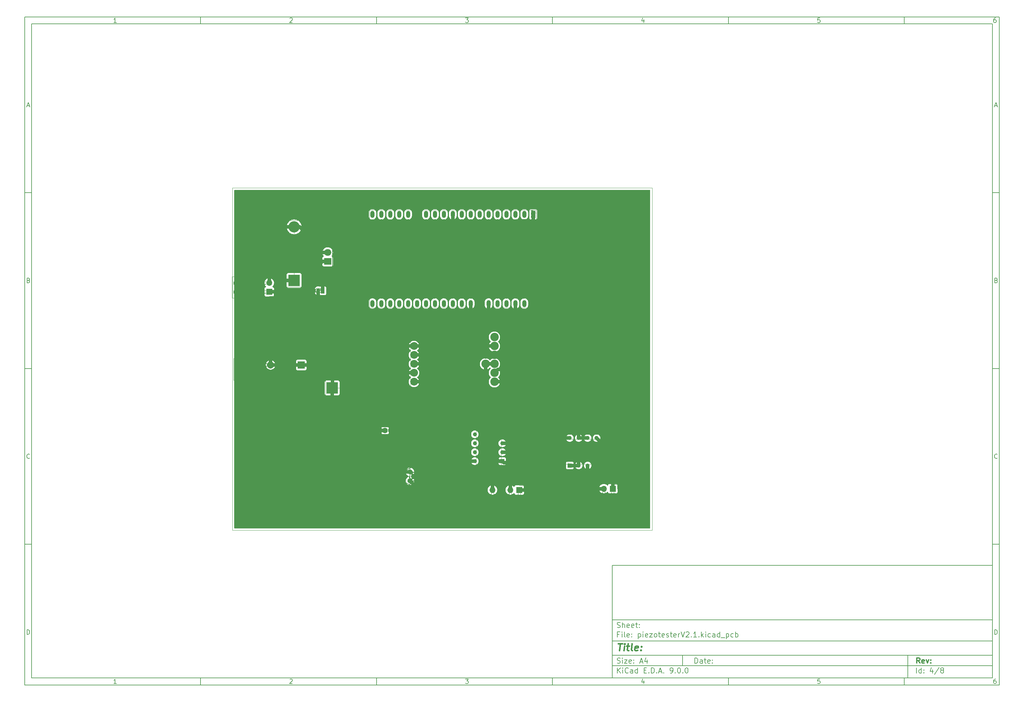
<source format=gbr>
%TF.GenerationSoftware,KiCad,Pcbnew,9.0.0*%
%TF.CreationDate,2025-11-10T15:06:58+01:00*%
%TF.ProjectId,piezotesterV2.1,7069657a-6f74-4657-9374-657256322e31,rev?*%
%TF.SameCoordinates,Original*%
%TF.FileFunction,Legend,Bot*%
%TF.FilePolarity,Positive*%
%FSLAX46Y46*%
G04 Gerber Fmt 4.6, Leading zero omitted, Abs format (unit mm)*
G04 Created by KiCad (PCBNEW 9.0.0) date 2025-11-10 15:06:58*
%MOMM*%
%LPD*%
G01*
G04 APERTURE LIST*
G04 Aperture macros list*
%AMRoundRect*
0 Rectangle with rounded corners*
0 $1 Rounding radius*
0 $2 $3 $4 $5 $6 $7 $8 $9 X,Y pos of 4 corners*
0 Add a 4 corners polygon primitive as box body*
4,1,4,$2,$3,$4,$5,$6,$7,$8,$9,$2,$3,0*
0 Add four circle primitives for the rounded corners*
1,1,$1+$1,$2,$3*
1,1,$1+$1,$4,$5*
1,1,$1+$1,$6,$7*
1,1,$1+$1,$8,$9*
0 Add four rect primitives between the rounded corners*
20,1,$1+$1,$2,$3,$4,$5,0*
20,1,$1+$1,$4,$5,$6,$7,0*
20,1,$1+$1,$6,$7,$8,$9,0*
20,1,$1+$1,$8,$9,$2,$3,0*%
G04 Aperture macros list end*
%ADD10C,0.100000*%
%ADD11C,0.150000*%
%ADD12C,0.300000*%
%ADD13C,0.400000*%
%TA.AperFunction,ComponentPad*%
%ADD14C,2.200000*%
%TD*%
%TA.AperFunction,ComponentPad*%
%ADD15C,2.000000*%
%TD*%
%TA.AperFunction,ComponentPad*%
%ADD16O,3.200000X3.200000*%
%TD*%
%TA.AperFunction,ComponentPad*%
%ADD17R,3.200000X3.200000*%
%TD*%
%TA.AperFunction,ComponentPad*%
%ADD18O,1.050000X1.500000*%
%TD*%
%TA.AperFunction,ComponentPad*%
%ADD19R,1.050000X1.500000*%
%TD*%
%TA.AperFunction,ComponentPad*%
%ADD20O,2.000000X1.905000*%
%TD*%
%TA.AperFunction,ComponentPad*%
%ADD21R,2.000000X1.905000*%
%TD*%
%TA.AperFunction,ComponentPad*%
%ADD22O,1.700000X1.700000*%
%TD*%
%TA.AperFunction,ComponentPad*%
%ADD23R,1.700000X1.700000*%
%TD*%
%TA.AperFunction,ComponentPad*%
%ADD24O,1.200000X2.000000*%
%TD*%
%TA.AperFunction,ComponentPad*%
%ADD25R,1.200000X2.000000*%
%TD*%
%TA.AperFunction,ComponentPad*%
%ADD26C,1.159000*%
%TD*%
%TA.AperFunction,ComponentPad*%
%ADD27R,1.159000X1.159000*%
%TD*%
%TA.AperFunction,ComponentPad*%
%ADD28C,1.600000*%
%TD*%
%TA.AperFunction,ComponentPad*%
%ADD29R,1.600000X1.600000*%
%TD*%
%TA.AperFunction,ComponentPad*%
%ADD30C,1.400000*%
%TD*%
%TA.AperFunction,ComponentPad*%
%ADD31R,2.000000X2.000000*%
%TD*%
%TA.AperFunction,ViaPad*%
%ADD32C,0.600000*%
%TD*%
%TA.AperFunction,ViaPad*%
%ADD33C,4.100000*%
%TD*%
%ADD34C,2.200000*%
%ADD35C,2.000000*%
%ADD36O,3.200000X3.200000*%
%ADD37R,3.200000X3.200000*%
%ADD38O,1.050000X1.500000*%
%ADD39R,1.050000X1.500000*%
%ADD40O,2.000000X1.905000*%
%ADD41R,2.000000X1.905000*%
%ADD42O,1.700000X1.700000*%
%ADD43R,1.700000X1.700000*%
%ADD44O,1.200000X2.000000*%
%ADD45R,1.200000X2.000000*%
%ADD46C,1.159000*%
%ADD47R,1.159000X1.159000*%
%ADD48C,1.600000*%
%ADD49R,1.600000X1.600000*%
%ADD50C,1.400000*%
%ADD51R,2.000000X2.000000*%
%TA.AperFunction,SMDPad,CuDef*%
%ADD52RoundRect,0.250000X0.625000X-0.312500X0.625000X0.312500X-0.625000X0.312500X-0.625000X-0.312500X0*%
%TD*%
%TA.AperFunction,SMDPad,CuDef*%
%ADD53RoundRect,0.250000X-0.325000X-0.650000X0.325000X-0.650000X0.325000X0.650000X-0.325000X0.650000X0*%
%TD*%
%TA.AperFunction,SMDPad,CuDef*%
%ADD54RoundRect,0.250000X0.312500X0.625000X-0.312500X0.625000X-0.312500X-0.625000X0.312500X-0.625000X0*%
%TD*%
%TA.AperFunction,SMDPad,CuDef*%
%ADD55RoundRect,0.250000X-0.312500X-0.625000X0.312500X-0.625000X0.312500X0.625000X-0.312500X0.625000X0*%
%TD*%
%TA.AperFunction,SMDPad,CuDef*%
%ADD56RoundRect,0.250000X0.325000X0.650000X-0.325000X0.650000X-0.325000X-0.650000X0.325000X-0.650000X0*%
%TD*%
%TA.AperFunction,SMDPad,CuDef*%
%ADD57RoundRect,0.250000X-0.625000X0.312500X-0.625000X-0.312500X0.625000X-0.312500X0.625000X0.312500X0*%
%TD*%
%TA.AperFunction,SMDPad,CuDef*%
%ADD58RoundRect,0.250000X-0.650000X0.325000X-0.650000X-0.325000X0.650000X-0.325000X0.650000X0.325000X0*%
%TD*%
%TA.AperFunction,SMDPad,CuDef*%
%ADD59R,2.900000X5.400000*%
%TD*%
%TA.AperFunction,SMDPad,CuDef*%
%ADD60R,1.020000X2.160000*%
%TD*%
%TA.AperFunction,SMDPad,CuDef*%
%ADD61R,8.330000X6.990000*%
%TD*%
%TA.AperFunction,SMDPad,CuDef*%
%ADD62R,1.235000X1.910000*%
%TD*%
%TA.AperFunction,SMDPad,CuDef*%
%ADD63RoundRect,0.250000X0.650000X-0.325000X0.650000X0.325000X-0.650000X0.325000X-0.650000X-0.325000X0*%
%TD*%
%TA.AperFunction,Conductor*%
%ADD64C,1.000000*%
%TD*%
%TA.AperFunction,Conductor*%
%ADD65C,2.000000*%
%TD*%
%ADD66RoundRect,0.250000X0.625000X-0.312500X0.625000X0.312500X-0.625000X0.312500X-0.625000X-0.312500X0*%
%ADD67RoundRect,0.250000X-0.325000X-0.650000X0.325000X-0.650000X0.325000X0.650000X-0.325000X0.650000X0*%
%ADD68C,2.403200*%
%ADD69C,2.203200*%
%ADD70RoundRect,0.250000X0.312500X0.625000X-0.312500X0.625000X-0.312500X-0.625000X0.312500X-0.625000X0*%
%ADD71RoundRect,0.250000X-0.312500X-0.625000X0.312500X-0.625000X0.312500X0.625000X-0.312500X0.625000X0*%
%ADD72RoundRect,0.250000X0.325000X0.650000X-0.325000X0.650000X-0.325000X-0.650000X0.325000X-0.650000X0*%
%ADD73RoundRect,0.250000X-0.625000X0.312500X-0.625000X-0.312500X0.625000X-0.312500X0.625000X0.312500X0*%
%ADD74RoundRect,0.250000X-0.650000X0.325000X-0.650000X-0.325000X0.650000X-0.325000X0.650000X0.325000X0*%
%ADD75R,2.900000X5.400000*%
%ADD76R,1.020000X2.160000*%
%ADD77R,8.330000X6.990000*%
%ADD78R,1.235000X1.910000*%
%ADD79RoundRect,0.250000X0.650000X-0.325000X0.650000X0.325000X-0.650000X0.325000X-0.650000X-0.325000X0*%
%ADD80C,0.750000*%
%ADD81C,0.254000*%
%ADD82C,0.120000*%
%ADD83C,0.200000*%
%ADD84C,0.380000*%
%ADD85C,0.050000*%
%TA.AperFunction,Profile*%
%ADD86C,0.050000*%
%TD*%
G04 APERTURE END LIST*
D10*
D11*
X177002200Y-166007200D02*
X285002200Y-166007200D01*
X285002200Y-198007200D01*
X177002200Y-198007200D01*
X177002200Y-166007200D01*
D10*
D11*
X10000000Y-10000000D02*
X287002200Y-10000000D01*
X287002200Y-200007200D01*
X10000000Y-200007200D01*
X10000000Y-10000000D01*
D10*
D11*
X12000000Y-12000000D02*
X285002200Y-12000000D01*
X285002200Y-198007200D01*
X12000000Y-198007200D01*
X12000000Y-12000000D01*
D10*
D11*
X60000000Y-12000000D02*
X60000000Y-10000000D01*
D10*
D11*
X110000000Y-12000000D02*
X110000000Y-10000000D01*
D10*
D11*
X160000000Y-12000000D02*
X160000000Y-10000000D01*
D10*
D11*
X210000000Y-12000000D02*
X210000000Y-10000000D01*
D10*
D11*
X260000000Y-12000000D02*
X260000000Y-10000000D01*
D10*
D11*
X36089160Y-11593604D02*
X35346303Y-11593604D01*
X35717731Y-11593604D02*
X35717731Y-10293604D01*
X35717731Y-10293604D02*
X35593922Y-10479319D01*
X35593922Y-10479319D02*
X35470112Y-10603128D01*
X35470112Y-10603128D02*
X35346303Y-10665033D01*
D10*
D11*
X85346303Y-10417414D02*
X85408207Y-10355509D01*
X85408207Y-10355509D02*
X85532017Y-10293604D01*
X85532017Y-10293604D02*
X85841541Y-10293604D01*
X85841541Y-10293604D02*
X85965350Y-10355509D01*
X85965350Y-10355509D02*
X86027255Y-10417414D01*
X86027255Y-10417414D02*
X86089160Y-10541223D01*
X86089160Y-10541223D02*
X86089160Y-10665033D01*
X86089160Y-10665033D02*
X86027255Y-10850747D01*
X86027255Y-10850747D02*
X85284398Y-11593604D01*
X85284398Y-11593604D02*
X86089160Y-11593604D01*
D10*
D11*
X135284398Y-10293604D02*
X136089160Y-10293604D01*
X136089160Y-10293604D02*
X135655826Y-10788842D01*
X135655826Y-10788842D02*
X135841541Y-10788842D01*
X135841541Y-10788842D02*
X135965350Y-10850747D01*
X135965350Y-10850747D02*
X136027255Y-10912652D01*
X136027255Y-10912652D02*
X136089160Y-11036461D01*
X136089160Y-11036461D02*
X136089160Y-11345985D01*
X136089160Y-11345985D02*
X136027255Y-11469795D01*
X136027255Y-11469795D02*
X135965350Y-11531700D01*
X135965350Y-11531700D02*
X135841541Y-11593604D01*
X135841541Y-11593604D02*
X135470112Y-11593604D01*
X135470112Y-11593604D02*
X135346303Y-11531700D01*
X135346303Y-11531700D02*
X135284398Y-11469795D01*
D10*
D11*
X185965350Y-10726938D02*
X185965350Y-11593604D01*
X185655826Y-10231700D02*
X185346303Y-11160271D01*
X185346303Y-11160271D02*
X186151064Y-11160271D01*
D10*
D11*
X236027255Y-10293604D02*
X235408207Y-10293604D01*
X235408207Y-10293604D02*
X235346303Y-10912652D01*
X235346303Y-10912652D02*
X235408207Y-10850747D01*
X235408207Y-10850747D02*
X235532017Y-10788842D01*
X235532017Y-10788842D02*
X235841541Y-10788842D01*
X235841541Y-10788842D02*
X235965350Y-10850747D01*
X235965350Y-10850747D02*
X236027255Y-10912652D01*
X236027255Y-10912652D02*
X236089160Y-11036461D01*
X236089160Y-11036461D02*
X236089160Y-11345985D01*
X236089160Y-11345985D02*
X236027255Y-11469795D01*
X236027255Y-11469795D02*
X235965350Y-11531700D01*
X235965350Y-11531700D02*
X235841541Y-11593604D01*
X235841541Y-11593604D02*
X235532017Y-11593604D01*
X235532017Y-11593604D02*
X235408207Y-11531700D01*
X235408207Y-11531700D02*
X235346303Y-11469795D01*
D10*
D11*
X285965350Y-10293604D02*
X285717731Y-10293604D01*
X285717731Y-10293604D02*
X285593922Y-10355509D01*
X285593922Y-10355509D02*
X285532017Y-10417414D01*
X285532017Y-10417414D02*
X285408207Y-10603128D01*
X285408207Y-10603128D02*
X285346303Y-10850747D01*
X285346303Y-10850747D02*
X285346303Y-11345985D01*
X285346303Y-11345985D02*
X285408207Y-11469795D01*
X285408207Y-11469795D02*
X285470112Y-11531700D01*
X285470112Y-11531700D02*
X285593922Y-11593604D01*
X285593922Y-11593604D02*
X285841541Y-11593604D01*
X285841541Y-11593604D02*
X285965350Y-11531700D01*
X285965350Y-11531700D02*
X286027255Y-11469795D01*
X286027255Y-11469795D02*
X286089160Y-11345985D01*
X286089160Y-11345985D02*
X286089160Y-11036461D01*
X286089160Y-11036461D02*
X286027255Y-10912652D01*
X286027255Y-10912652D02*
X285965350Y-10850747D01*
X285965350Y-10850747D02*
X285841541Y-10788842D01*
X285841541Y-10788842D02*
X285593922Y-10788842D01*
X285593922Y-10788842D02*
X285470112Y-10850747D01*
X285470112Y-10850747D02*
X285408207Y-10912652D01*
X285408207Y-10912652D02*
X285346303Y-11036461D01*
D10*
D11*
X60000000Y-198007200D02*
X60000000Y-200007200D01*
D10*
D11*
X110000000Y-198007200D02*
X110000000Y-200007200D01*
D10*
D11*
X160000000Y-198007200D02*
X160000000Y-200007200D01*
D10*
D11*
X210000000Y-198007200D02*
X210000000Y-200007200D01*
D10*
D11*
X260000000Y-198007200D02*
X260000000Y-200007200D01*
D10*
D11*
X36089160Y-199600804D02*
X35346303Y-199600804D01*
X35717731Y-199600804D02*
X35717731Y-198300804D01*
X35717731Y-198300804D02*
X35593922Y-198486519D01*
X35593922Y-198486519D02*
X35470112Y-198610328D01*
X35470112Y-198610328D02*
X35346303Y-198672233D01*
D10*
D11*
X85346303Y-198424614D02*
X85408207Y-198362709D01*
X85408207Y-198362709D02*
X85532017Y-198300804D01*
X85532017Y-198300804D02*
X85841541Y-198300804D01*
X85841541Y-198300804D02*
X85965350Y-198362709D01*
X85965350Y-198362709D02*
X86027255Y-198424614D01*
X86027255Y-198424614D02*
X86089160Y-198548423D01*
X86089160Y-198548423D02*
X86089160Y-198672233D01*
X86089160Y-198672233D02*
X86027255Y-198857947D01*
X86027255Y-198857947D02*
X85284398Y-199600804D01*
X85284398Y-199600804D02*
X86089160Y-199600804D01*
D10*
D11*
X135284398Y-198300804D02*
X136089160Y-198300804D01*
X136089160Y-198300804D02*
X135655826Y-198796042D01*
X135655826Y-198796042D02*
X135841541Y-198796042D01*
X135841541Y-198796042D02*
X135965350Y-198857947D01*
X135965350Y-198857947D02*
X136027255Y-198919852D01*
X136027255Y-198919852D02*
X136089160Y-199043661D01*
X136089160Y-199043661D02*
X136089160Y-199353185D01*
X136089160Y-199353185D02*
X136027255Y-199476995D01*
X136027255Y-199476995D02*
X135965350Y-199538900D01*
X135965350Y-199538900D02*
X135841541Y-199600804D01*
X135841541Y-199600804D02*
X135470112Y-199600804D01*
X135470112Y-199600804D02*
X135346303Y-199538900D01*
X135346303Y-199538900D02*
X135284398Y-199476995D01*
D10*
D11*
X185965350Y-198734138D02*
X185965350Y-199600804D01*
X185655826Y-198238900D02*
X185346303Y-199167471D01*
X185346303Y-199167471D02*
X186151064Y-199167471D01*
D10*
D11*
X236027255Y-198300804D02*
X235408207Y-198300804D01*
X235408207Y-198300804D02*
X235346303Y-198919852D01*
X235346303Y-198919852D02*
X235408207Y-198857947D01*
X235408207Y-198857947D02*
X235532017Y-198796042D01*
X235532017Y-198796042D02*
X235841541Y-198796042D01*
X235841541Y-198796042D02*
X235965350Y-198857947D01*
X235965350Y-198857947D02*
X236027255Y-198919852D01*
X236027255Y-198919852D02*
X236089160Y-199043661D01*
X236089160Y-199043661D02*
X236089160Y-199353185D01*
X236089160Y-199353185D02*
X236027255Y-199476995D01*
X236027255Y-199476995D02*
X235965350Y-199538900D01*
X235965350Y-199538900D02*
X235841541Y-199600804D01*
X235841541Y-199600804D02*
X235532017Y-199600804D01*
X235532017Y-199600804D02*
X235408207Y-199538900D01*
X235408207Y-199538900D02*
X235346303Y-199476995D01*
D10*
D11*
X285965350Y-198300804D02*
X285717731Y-198300804D01*
X285717731Y-198300804D02*
X285593922Y-198362709D01*
X285593922Y-198362709D02*
X285532017Y-198424614D01*
X285532017Y-198424614D02*
X285408207Y-198610328D01*
X285408207Y-198610328D02*
X285346303Y-198857947D01*
X285346303Y-198857947D02*
X285346303Y-199353185D01*
X285346303Y-199353185D02*
X285408207Y-199476995D01*
X285408207Y-199476995D02*
X285470112Y-199538900D01*
X285470112Y-199538900D02*
X285593922Y-199600804D01*
X285593922Y-199600804D02*
X285841541Y-199600804D01*
X285841541Y-199600804D02*
X285965350Y-199538900D01*
X285965350Y-199538900D02*
X286027255Y-199476995D01*
X286027255Y-199476995D02*
X286089160Y-199353185D01*
X286089160Y-199353185D02*
X286089160Y-199043661D01*
X286089160Y-199043661D02*
X286027255Y-198919852D01*
X286027255Y-198919852D02*
X285965350Y-198857947D01*
X285965350Y-198857947D02*
X285841541Y-198796042D01*
X285841541Y-198796042D02*
X285593922Y-198796042D01*
X285593922Y-198796042D02*
X285470112Y-198857947D01*
X285470112Y-198857947D02*
X285408207Y-198919852D01*
X285408207Y-198919852D02*
X285346303Y-199043661D01*
D10*
D11*
X10000000Y-60000000D02*
X12000000Y-60000000D01*
D10*
D11*
X10000000Y-110000000D02*
X12000000Y-110000000D01*
D10*
D11*
X10000000Y-160000000D02*
X12000000Y-160000000D01*
D10*
D11*
X10690476Y-35222176D02*
X11309523Y-35222176D01*
X10566666Y-35593604D02*
X10999999Y-34293604D01*
X10999999Y-34293604D02*
X11433333Y-35593604D01*
D10*
D11*
X11092857Y-84912652D02*
X11278571Y-84974557D01*
X11278571Y-84974557D02*
X11340476Y-85036461D01*
X11340476Y-85036461D02*
X11402380Y-85160271D01*
X11402380Y-85160271D02*
X11402380Y-85345985D01*
X11402380Y-85345985D02*
X11340476Y-85469795D01*
X11340476Y-85469795D02*
X11278571Y-85531700D01*
X11278571Y-85531700D02*
X11154761Y-85593604D01*
X11154761Y-85593604D02*
X10659523Y-85593604D01*
X10659523Y-85593604D02*
X10659523Y-84293604D01*
X10659523Y-84293604D02*
X11092857Y-84293604D01*
X11092857Y-84293604D02*
X11216666Y-84355509D01*
X11216666Y-84355509D02*
X11278571Y-84417414D01*
X11278571Y-84417414D02*
X11340476Y-84541223D01*
X11340476Y-84541223D02*
X11340476Y-84665033D01*
X11340476Y-84665033D02*
X11278571Y-84788842D01*
X11278571Y-84788842D02*
X11216666Y-84850747D01*
X11216666Y-84850747D02*
X11092857Y-84912652D01*
X11092857Y-84912652D02*
X10659523Y-84912652D01*
D10*
D11*
X11402380Y-135469795D02*
X11340476Y-135531700D01*
X11340476Y-135531700D02*
X11154761Y-135593604D01*
X11154761Y-135593604D02*
X11030952Y-135593604D01*
X11030952Y-135593604D02*
X10845238Y-135531700D01*
X10845238Y-135531700D02*
X10721428Y-135407890D01*
X10721428Y-135407890D02*
X10659523Y-135284080D01*
X10659523Y-135284080D02*
X10597619Y-135036461D01*
X10597619Y-135036461D02*
X10597619Y-134850747D01*
X10597619Y-134850747D02*
X10659523Y-134603128D01*
X10659523Y-134603128D02*
X10721428Y-134479319D01*
X10721428Y-134479319D02*
X10845238Y-134355509D01*
X10845238Y-134355509D02*
X11030952Y-134293604D01*
X11030952Y-134293604D02*
X11154761Y-134293604D01*
X11154761Y-134293604D02*
X11340476Y-134355509D01*
X11340476Y-134355509D02*
X11402380Y-134417414D01*
D10*
D11*
X10659523Y-185593604D02*
X10659523Y-184293604D01*
X10659523Y-184293604D02*
X10969047Y-184293604D01*
X10969047Y-184293604D02*
X11154761Y-184355509D01*
X11154761Y-184355509D02*
X11278571Y-184479319D01*
X11278571Y-184479319D02*
X11340476Y-184603128D01*
X11340476Y-184603128D02*
X11402380Y-184850747D01*
X11402380Y-184850747D02*
X11402380Y-185036461D01*
X11402380Y-185036461D02*
X11340476Y-185284080D01*
X11340476Y-185284080D02*
X11278571Y-185407890D01*
X11278571Y-185407890D02*
X11154761Y-185531700D01*
X11154761Y-185531700D02*
X10969047Y-185593604D01*
X10969047Y-185593604D02*
X10659523Y-185593604D01*
D10*
D11*
X287002200Y-60000000D02*
X285002200Y-60000000D01*
D10*
D11*
X287002200Y-110000000D02*
X285002200Y-110000000D01*
D10*
D11*
X287002200Y-160000000D02*
X285002200Y-160000000D01*
D10*
D11*
X285692676Y-35222176D02*
X286311723Y-35222176D01*
X285568866Y-35593604D02*
X286002199Y-34293604D01*
X286002199Y-34293604D02*
X286435533Y-35593604D01*
D10*
D11*
X286095057Y-84912652D02*
X286280771Y-84974557D01*
X286280771Y-84974557D02*
X286342676Y-85036461D01*
X286342676Y-85036461D02*
X286404580Y-85160271D01*
X286404580Y-85160271D02*
X286404580Y-85345985D01*
X286404580Y-85345985D02*
X286342676Y-85469795D01*
X286342676Y-85469795D02*
X286280771Y-85531700D01*
X286280771Y-85531700D02*
X286156961Y-85593604D01*
X286156961Y-85593604D02*
X285661723Y-85593604D01*
X285661723Y-85593604D02*
X285661723Y-84293604D01*
X285661723Y-84293604D02*
X286095057Y-84293604D01*
X286095057Y-84293604D02*
X286218866Y-84355509D01*
X286218866Y-84355509D02*
X286280771Y-84417414D01*
X286280771Y-84417414D02*
X286342676Y-84541223D01*
X286342676Y-84541223D02*
X286342676Y-84665033D01*
X286342676Y-84665033D02*
X286280771Y-84788842D01*
X286280771Y-84788842D02*
X286218866Y-84850747D01*
X286218866Y-84850747D02*
X286095057Y-84912652D01*
X286095057Y-84912652D02*
X285661723Y-84912652D01*
D10*
D11*
X286404580Y-135469795D02*
X286342676Y-135531700D01*
X286342676Y-135531700D02*
X286156961Y-135593604D01*
X286156961Y-135593604D02*
X286033152Y-135593604D01*
X286033152Y-135593604D02*
X285847438Y-135531700D01*
X285847438Y-135531700D02*
X285723628Y-135407890D01*
X285723628Y-135407890D02*
X285661723Y-135284080D01*
X285661723Y-135284080D02*
X285599819Y-135036461D01*
X285599819Y-135036461D02*
X285599819Y-134850747D01*
X285599819Y-134850747D02*
X285661723Y-134603128D01*
X285661723Y-134603128D02*
X285723628Y-134479319D01*
X285723628Y-134479319D02*
X285847438Y-134355509D01*
X285847438Y-134355509D02*
X286033152Y-134293604D01*
X286033152Y-134293604D02*
X286156961Y-134293604D01*
X286156961Y-134293604D02*
X286342676Y-134355509D01*
X286342676Y-134355509D02*
X286404580Y-134417414D01*
D10*
D11*
X285661723Y-185593604D02*
X285661723Y-184293604D01*
X285661723Y-184293604D02*
X285971247Y-184293604D01*
X285971247Y-184293604D02*
X286156961Y-184355509D01*
X286156961Y-184355509D02*
X286280771Y-184479319D01*
X286280771Y-184479319D02*
X286342676Y-184603128D01*
X286342676Y-184603128D02*
X286404580Y-184850747D01*
X286404580Y-184850747D02*
X286404580Y-185036461D01*
X286404580Y-185036461D02*
X286342676Y-185284080D01*
X286342676Y-185284080D02*
X286280771Y-185407890D01*
X286280771Y-185407890D02*
X286156961Y-185531700D01*
X286156961Y-185531700D02*
X285971247Y-185593604D01*
X285971247Y-185593604D02*
X285661723Y-185593604D01*
D10*
D11*
X200458026Y-193793328D02*
X200458026Y-192293328D01*
X200458026Y-192293328D02*
X200815169Y-192293328D01*
X200815169Y-192293328D02*
X201029455Y-192364757D01*
X201029455Y-192364757D02*
X201172312Y-192507614D01*
X201172312Y-192507614D02*
X201243741Y-192650471D01*
X201243741Y-192650471D02*
X201315169Y-192936185D01*
X201315169Y-192936185D02*
X201315169Y-193150471D01*
X201315169Y-193150471D02*
X201243741Y-193436185D01*
X201243741Y-193436185D02*
X201172312Y-193579042D01*
X201172312Y-193579042D02*
X201029455Y-193721900D01*
X201029455Y-193721900D02*
X200815169Y-193793328D01*
X200815169Y-193793328D02*
X200458026Y-193793328D01*
X202600884Y-193793328D02*
X202600884Y-193007614D01*
X202600884Y-193007614D02*
X202529455Y-192864757D01*
X202529455Y-192864757D02*
X202386598Y-192793328D01*
X202386598Y-192793328D02*
X202100884Y-192793328D01*
X202100884Y-192793328D02*
X201958026Y-192864757D01*
X202600884Y-193721900D02*
X202458026Y-193793328D01*
X202458026Y-193793328D02*
X202100884Y-193793328D01*
X202100884Y-193793328D02*
X201958026Y-193721900D01*
X201958026Y-193721900D02*
X201886598Y-193579042D01*
X201886598Y-193579042D02*
X201886598Y-193436185D01*
X201886598Y-193436185D02*
X201958026Y-193293328D01*
X201958026Y-193293328D02*
X202100884Y-193221900D01*
X202100884Y-193221900D02*
X202458026Y-193221900D01*
X202458026Y-193221900D02*
X202600884Y-193150471D01*
X203100884Y-192793328D02*
X203672312Y-192793328D01*
X203315169Y-192293328D02*
X203315169Y-193579042D01*
X203315169Y-193579042D02*
X203386598Y-193721900D01*
X203386598Y-193721900D02*
X203529455Y-193793328D01*
X203529455Y-193793328D02*
X203672312Y-193793328D01*
X204743741Y-193721900D02*
X204600884Y-193793328D01*
X204600884Y-193793328D02*
X204315170Y-193793328D01*
X204315170Y-193793328D02*
X204172312Y-193721900D01*
X204172312Y-193721900D02*
X204100884Y-193579042D01*
X204100884Y-193579042D02*
X204100884Y-193007614D01*
X204100884Y-193007614D02*
X204172312Y-192864757D01*
X204172312Y-192864757D02*
X204315170Y-192793328D01*
X204315170Y-192793328D02*
X204600884Y-192793328D01*
X204600884Y-192793328D02*
X204743741Y-192864757D01*
X204743741Y-192864757D02*
X204815170Y-193007614D01*
X204815170Y-193007614D02*
X204815170Y-193150471D01*
X204815170Y-193150471D02*
X204100884Y-193293328D01*
X205458026Y-193650471D02*
X205529455Y-193721900D01*
X205529455Y-193721900D02*
X205458026Y-193793328D01*
X205458026Y-193793328D02*
X205386598Y-193721900D01*
X205386598Y-193721900D02*
X205458026Y-193650471D01*
X205458026Y-193650471D02*
X205458026Y-193793328D01*
X205458026Y-192864757D02*
X205529455Y-192936185D01*
X205529455Y-192936185D02*
X205458026Y-193007614D01*
X205458026Y-193007614D02*
X205386598Y-192936185D01*
X205386598Y-192936185D02*
X205458026Y-192864757D01*
X205458026Y-192864757D02*
X205458026Y-193007614D01*
D10*
D11*
X177002200Y-194507200D02*
X285002200Y-194507200D01*
D10*
D11*
X178458026Y-196593328D02*
X178458026Y-195093328D01*
X179315169Y-196593328D02*
X178672312Y-195736185D01*
X179315169Y-195093328D02*
X178458026Y-195950471D01*
X179958026Y-196593328D02*
X179958026Y-195593328D01*
X179958026Y-195093328D02*
X179886598Y-195164757D01*
X179886598Y-195164757D02*
X179958026Y-195236185D01*
X179958026Y-195236185D02*
X180029455Y-195164757D01*
X180029455Y-195164757D02*
X179958026Y-195093328D01*
X179958026Y-195093328D02*
X179958026Y-195236185D01*
X181529455Y-196450471D02*
X181458027Y-196521900D01*
X181458027Y-196521900D02*
X181243741Y-196593328D01*
X181243741Y-196593328D02*
X181100884Y-196593328D01*
X181100884Y-196593328D02*
X180886598Y-196521900D01*
X180886598Y-196521900D02*
X180743741Y-196379042D01*
X180743741Y-196379042D02*
X180672312Y-196236185D01*
X180672312Y-196236185D02*
X180600884Y-195950471D01*
X180600884Y-195950471D02*
X180600884Y-195736185D01*
X180600884Y-195736185D02*
X180672312Y-195450471D01*
X180672312Y-195450471D02*
X180743741Y-195307614D01*
X180743741Y-195307614D02*
X180886598Y-195164757D01*
X180886598Y-195164757D02*
X181100884Y-195093328D01*
X181100884Y-195093328D02*
X181243741Y-195093328D01*
X181243741Y-195093328D02*
X181458027Y-195164757D01*
X181458027Y-195164757D02*
X181529455Y-195236185D01*
X182815170Y-196593328D02*
X182815170Y-195807614D01*
X182815170Y-195807614D02*
X182743741Y-195664757D01*
X182743741Y-195664757D02*
X182600884Y-195593328D01*
X182600884Y-195593328D02*
X182315170Y-195593328D01*
X182315170Y-195593328D02*
X182172312Y-195664757D01*
X182815170Y-196521900D02*
X182672312Y-196593328D01*
X182672312Y-196593328D02*
X182315170Y-196593328D01*
X182315170Y-196593328D02*
X182172312Y-196521900D01*
X182172312Y-196521900D02*
X182100884Y-196379042D01*
X182100884Y-196379042D02*
X182100884Y-196236185D01*
X182100884Y-196236185D02*
X182172312Y-196093328D01*
X182172312Y-196093328D02*
X182315170Y-196021900D01*
X182315170Y-196021900D02*
X182672312Y-196021900D01*
X182672312Y-196021900D02*
X182815170Y-195950471D01*
X184172313Y-196593328D02*
X184172313Y-195093328D01*
X184172313Y-196521900D02*
X184029455Y-196593328D01*
X184029455Y-196593328D02*
X183743741Y-196593328D01*
X183743741Y-196593328D02*
X183600884Y-196521900D01*
X183600884Y-196521900D02*
X183529455Y-196450471D01*
X183529455Y-196450471D02*
X183458027Y-196307614D01*
X183458027Y-196307614D02*
X183458027Y-195879042D01*
X183458027Y-195879042D02*
X183529455Y-195736185D01*
X183529455Y-195736185D02*
X183600884Y-195664757D01*
X183600884Y-195664757D02*
X183743741Y-195593328D01*
X183743741Y-195593328D02*
X184029455Y-195593328D01*
X184029455Y-195593328D02*
X184172313Y-195664757D01*
X186029455Y-195807614D02*
X186529455Y-195807614D01*
X186743741Y-196593328D02*
X186029455Y-196593328D01*
X186029455Y-196593328D02*
X186029455Y-195093328D01*
X186029455Y-195093328D02*
X186743741Y-195093328D01*
X187386598Y-196450471D02*
X187458027Y-196521900D01*
X187458027Y-196521900D02*
X187386598Y-196593328D01*
X187386598Y-196593328D02*
X187315170Y-196521900D01*
X187315170Y-196521900D02*
X187386598Y-196450471D01*
X187386598Y-196450471D02*
X187386598Y-196593328D01*
X188100884Y-196593328D02*
X188100884Y-195093328D01*
X188100884Y-195093328D02*
X188458027Y-195093328D01*
X188458027Y-195093328D02*
X188672313Y-195164757D01*
X188672313Y-195164757D02*
X188815170Y-195307614D01*
X188815170Y-195307614D02*
X188886599Y-195450471D01*
X188886599Y-195450471D02*
X188958027Y-195736185D01*
X188958027Y-195736185D02*
X188958027Y-195950471D01*
X188958027Y-195950471D02*
X188886599Y-196236185D01*
X188886599Y-196236185D02*
X188815170Y-196379042D01*
X188815170Y-196379042D02*
X188672313Y-196521900D01*
X188672313Y-196521900D02*
X188458027Y-196593328D01*
X188458027Y-196593328D02*
X188100884Y-196593328D01*
X189600884Y-196450471D02*
X189672313Y-196521900D01*
X189672313Y-196521900D02*
X189600884Y-196593328D01*
X189600884Y-196593328D02*
X189529456Y-196521900D01*
X189529456Y-196521900D02*
X189600884Y-196450471D01*
X189600884Y-196450471D02*
X189600884Y-196593328D01*
X190243742Y-196164757D02*
X190958028Y-196164757D01*
X190100885Y-196593328D02*
X190600885Y-195093328D01*
X190600885Y-195093328D02*
X191100885Y-196593328D01*
X191600884Y-196450471D02*
X191672313Y-196521900D01*
X191672313Y-196521900D02*
X191600884Y-196593328D01*
X191600884Y-196593328D02*
X191529456Y-196521900D01*
X191529456Y-196521900D02*
X191600884Y-196450471D01*
X191600884Y-196450471D02*
X191600884Y-196593328D01*
X193529456Y-196593328D02*
X193815170Y-196593328D01*
X193815170Y-196593328D02*
X193958027Y-196521900D01*
X193958027Y-196521900D02*
X194029456Y-196450471D01*
X194029456Y-196450471D02*
X194172313Y-196236185D01*
X194172313Y-196236185D02*
X194243742Y-195950471D01*
X194243742Y-195950471D02*
X194243742Y-195379042D01*
X194243742Y-195379042D02*
X194172313Y-195236185D01*
X194172313Y-195236185D02*
X194100885Y-195164757D01*
X194100885Y-195164757D02*
X193958027Y-195093328D01*
X193958027Y-195093328D02*
X193672313Y-195093328D01*
X193672313Y-195093328D02*
X193529456Y-195164757D01*
X193529456Y-195164757D02*
X193458027Y-195236185D01*
X193458027Y-195236185D02*
X193386599Y-195379042D01*
X193386599Y-195379042D02*
X193386599Y-195736185D01*
X193386599Y-195736185D02*
X193458027Y-195879042D01*
X193458027Y-195879042D02*
X193529456Y-195950471D01*
X193529456Y-195950471D02*
X193672313Y-196021900D01*
X193672313Y-196021900D02*
X193958027Y-196021900D01*
X193958027Y-196021900D02*
X194100885Y-195950471D01*
X194100885Y-195950471D02*
X194172313Y-195879042D01*
X194172313Y-195879042D02*
X194243742Y-195736185D01*
X194886598Y-196450471D02*
X194958027Y-196521900D01*
X194958027Y-196521900D02*
X194886598Y-196593328D01*
X194886598Y-196593328D02*
X194815170Y-196521900D01*
X194815170Y-196521900D02*
X194886598Y-196450471D01*
X194886598Y-196450471D02*
X194886598Y-196593328D01*
X195886599Y-195093328D02*
X196029456Y-195093328D01*
X196029456Y-195093328D02*
X196172313Y-195164757D01*
X196172313Y-195164757D02*
X196243742Y-195236185D01*
X196243742Y-195236185D02*
X196315170Y-195379042D01*
X196315170Y-195379042D02*
X196386599Y-195664757D01*
X196386599Y-195664757D02*
X196386599Y-196021900D01*
X196386599Y-196021900D02*
X196315170Y-196307614D01*
X196315170Y-196307614D02*
X196243742Y-196450471D01*
X196243742Y-196450471D02*
X196172313Y-196521900D01*
X196172313Y-196521900D02*
X196029456Y-196593328D01*
X196029456Y-196593328D02*
X195886599Y-196593328D01*
X195886599Y-196593328D02*
X195743742Y-196521900D01*
X195743742Y-196521900D02*
X195672313Y-196450471D01*
X195672313Y-196450471D02*
X195600884Y-196307614D01*
X195600884Y-196307614D02*
X195529456Y-196021900D01*
X195529456Y-196021900D02*
X195529456Y-195664757D01*
X195529456Y-195664757D02*
X195600884Y-195379042D01*
X195600884Y-195379042D02*
X195672313Y-195236185D01*
X195672313Y-195236185D02*
X195743742Y-195164757D01*
X195743742Y-195164757D02*
X195886599Y-195093328D01*
X197029455Y-196450471D02*
X197100884Y-196521900D01*
X197100884Y-196521900D02*
X197029455Y-196593328D01*
X197029455Y-196593328D02*
X196958027Y-196521900D01*
X196958027Y-196521900D02*
X197029455Y-196450471D01*
X197029455Y-196450471D02*
X197029455Y-196593328D01*
X198029456Y-195093328D02*
X198172313Y-195093328D01*
X198172313Y-195093328D02*
X198315170Y-195164757D01*
X198315170Y-195164757D02*
X198386599Y-195236185D01*
X198386599Y-195236185D02*
X198458027Y-195379042D01*
X198458027Y-195379042D02*
X198529456Y-195664757D01*
X198529456Y-195664757D02*
X198529456Y-196021900D01*
X198529456Y-196021900D02*
X198458027Y-196307614D01*
X198458027Y-196307614D02*
X198386599Y-196450471D01*
X198386599Y-196450471D02*
X198315170Y-196521900D01*
X198315170Y-196521900D02*
X198172313Y-196593328D01*
X198172313Y-196593328D02*
X198029456Y-196593328D01*
X198029456Y-196593328D02*
X197886599Y-196521900D01*
X197886599Y-196521900D02*
X197815170Y-196450471D01*
X197815170Y-196450471D02*
X197743741Y-196307614D01*
X197743741Y-196307614D02*
X197672313Y-196021900D01*
X197672313Y-196021900D02*
X197672313Y-195664757D01*
X197672313Y-195664757D02*
X197743741Y-195379042D01*
X197743741Y-195379042D02*
X197815170Y-195236185D01*
X197815170Y-195236185D02*
X197886599Y-195164757D01*
X197886599Y-195164757D02*
X198029456Y-195093328D01*
D10*
D11*
X177002200Y-191507200D02*
X285002200Y-191507200D01*
D10*
D12*
X264413853Y-193785528D02*
X263913853Y-193071242D01*
X263556710Y-193785528D02*
X263556710Y-192285528D01*
X263556710Y-192285528D02*
X264128139Y-192285528D01*
X264128139Y-192285528D02*
X264270996Y-192356957D01*
X264270996Y-192356957D02*
X264342425Y-192428385D01*
X264342425Y-192428385D02*
X264413853Y-192571242D01*
X264413853Y-192571242D02*
X264413853Y-192785528D01*
X264413853Y-192785528D02*
X264342425Y-192928385D01*
X264342425Y-192928385D02*
X264270996Y-192999814D01*
X264270996Y-192999814D02*
X264128139Y-193071242D01*
X264128139Y-193071242D02*
X263556710Y-193071242D01*
X265628139Y-193714100D02*
X265485282Y-193785528D01*
X265485282Y-193785528D02*
X265199568Y-193785528D01*
X265199568Y-193785528D02*
X265056710Y-193714100D01*
X265056710Y-193714100D02*
X264985282Y-193571242D01*
X264985282Y-193571242D02*
X264985282Y-192999814D01*
X264985282Y-192999814D02*
X265056710Y-192856957D01*
X265056710Y-192856957D02*
X265199568Y-192785528D01*
X265199568Y-192785528D02*
X265485282Y-192785528D01*
X265485282Y-192785528D02*
X265628139Y-192856957D01*
X265628139Y-192856957D02*
X265699568Y-192999814D01*
X265699568Y-192999814D02*
X265699568Y-193142671D01*
X265699568Y-193142671D02*
X264985282Y-193285528D01*
X266199567Y-192785528D02*
X266556710Y-193785528D01*
X266556710Y-193785528D02*
X266913853Y-192785528D01*
X267485281Y-193642671D02*
X267556710Y-193714100D01*
X267556710Y-193714100D02*
X267485281Y-193785528D01*
X267485281Y-193785528D02*
X267413853Y-193714100D01*
X267413853Y-193714100D02*
X267485281Y-193642671D01*
X267485281Y-193642671D02*
X267485281Y-193785528D01*
X267485281Y-192856957D02*
X267556710Y-192928385D01*
X267556710Y-192928385D02*
X267485281Y-192999814D01*
X267485281Y-192999814D02*
X267413853Y-192928385D01*
X267413853Y-192928385D02*
X267485281Y-192856957D01*
X267485281Y-192856957D02*
X267485281Y-192999814D01*
D10*
D11*
X178386598Y-193721900D02*
X178600884Y-193793328D01*
X178600884Y-193793328D02*
X178958026Y-193793328D01*
X178958026Y-193793328D02*
X179100884Y-193721900D01*
X179100884Y-193721900D02*
X179172312Y-193650471D01*
X179172312Y-193650471D02*
X179243741Y-193507614D01*
X179243741Y-193507614D02*
X179243741Y-193364757D01*
X179243741Y-193364757D02*
X179172312Y-193221900D01*
X179172312Y-193221900D02*
X179100884Y-193150471D01*
X179100884Y-193150471D02*
X178958026Y-193079042D01*
X178958026Y-193079042D02*
X178672312Y-193007614D01*
X178672312Y-193007614D02*
X178529455Y-192936185D01*
X178529455Y-192936185D02*
X178458026Y-192864757D01*
X178458026Y-192864757D02*
X178386598Y-192721900D01*
X178386598Y-192721900D02*
X178386598Y-192579042D01*
X178386598Y-192579042D02*
X178458026Y-192436185D01*
X178458026Y-192436185D02*
X178529455Y-192364757D01*
X178529455Y-192364757D02*
X178672312Y-192293328D01*
X178672312Y-192293328D02*
X179029455Y-192293328D01*
X179029455Y-192293328D02*
X179243741Y-192364757D01*
X179886597Y-193793328D02*
X179886597Y-192793328D01*
X179886597Y-192293328D02*
X179815169Y-192364757D01*
X179815169Y-192364757D02*
X179886597Y-192436185D01*
X179886597Y-192436185D02*
X179958026Y-192364757D01*
X179958026Y-192364757D02*
X179886597Y-192293328D01*
X179886597Y-192293328D02*
X179886597Y-192436185D01*
X180458026Y-192793328D02*
X181243741Y-192793328D01*
X181243741Y-192793328D02*
X180458026Y-193793328D01*
X180458026Y-193793328D02*
X181243741Y-193793328D01*
X182386598Y-193721900D02*
X182243741Y-193793328D01*
X182243741Y-193793328D02*
X181958027Y-193793328D01*
X181958027Y-193793328D02*
X181815169Y-193721900D01*
X181815169Y-193721900D02*
X181743741Y-193579042D01*
X181743741Y-193579042D02*
X181743741Y-193007614D01*
X181743741Y-193007614D02*
X181815169Y-192864757D01*
X181815169Y-192864757D02*
X181958027Y-192793328D01*
X181958027Y-192793328D02*
X182243741Y-192793328D01*
X182243741Y-192793328D02*
X182386598Y-192864757D01*
X182386598Y-192864757D02*
X182458027Y-193007614D01*
X182458027Y-193007614D02*
X182458027Y-193150471D01*
X182458027Y-193150471D02*
X181743741Y-193293328D01*
X183100883Y-193650471D02*
X183172312Y-193721900D01*
X183172312Y-193721900D02*
X183100883Y-193793328D01*
X183100883Y-193793328D02*
X183029455Y-193721900D01*
X183029455Y-193721900D02*
X183100883Y-193650471D01*
X183100883Y-193650471D02*
X183100883Y-193793328D01*
X183100883Y-192864757D02*
X183172312Y-192936185D01*
X183172312Y-192936185D02*
X183100883Y-193007614D01*
X183100883Y-193007614D02*
X183029455Y-192936185D01*
X183029455Y-192936185D02*
X183100883Y-192864757D01*
X183100883Y-192864757D02*
X183100883Y-193007614D01*
X184886598Y-193364757D02*
X185600884Y-193364757D01*
X184743741Y-193793328D02*
X185243741Y-192293328D01*
X185243741Y-192293328D02*
X185743741Y-193793328D01*
X186886598Y-192793328D02*
X186886598Y-193793328D01*
X186529455Y-192221900D02*
X186172312Y-193293328D01*
X186172312Y-193293328D02*
X187100883Y-193293328D01*
D10*
D11*
X263458026Y-196593328D02*
X263458026Y-195093328D01*
X264815170Y-196593328D02*
X264815170Y-195093328D01*
X264815170Y-196521900D02*
X264672312Y-196593328D01*
X264672312Y-196593328D02*
X264386598Y-196593328D01*
X264386598Y-196593328D02*
X264243741Y-196521900D01*
X264243741Y-196521900D02*
X264172312Y-196450471D01*
X264172312Y-196450471D02*
X264100884Y-196307614D01*
X264100884Y-196307614D02*
X264100884Y-195879042D01*
X264100884Y-195879042D02*
X264172312Y-195736185D01*
X264172312Y-195736185D02*
X264243741Y-195664757D01*
X264243741Y-195664757D02*
X264386598Y-195593328D01*
X264386598Y-195593328D02*
X264672312Y-195593328D01*
X264672312Y-195593328D02*
X264815170Y-195664757D01*
X265529455Y-196450471D02*
X265600884Y-196521900D01*
X265600884Y-196521900D02*
X265529455Y-196593328D01*
X265529455Y-196593328D02*
X265458027Y-196521900D01*
X265458027Y-196521900D02*
X265529455Y-196450471D01*
X265529455Y-196450471D02*
X265529455Y-196593328D01*
X265529455Y-195664757D02*
X265600884Y-195736185D01*
X265600884Y-195736185D02*
X265529455Y-195807614D01*
X265529455Y-195807614D02*
X265458027Y-195736185D01*
X265458027Y-195736185D02*
X265529455Y-195664757D01*
X265529455Y-195664757D02*
X265529455Y-195807614D01*
X268029456Y-195593328D02*
X268029456Y-196593328D01*
X267672313Y-195021900D02*
X267315170Y-196093328D01*
X267315170Y-196093328D02*
X268243741Y-196093328D01*
X269886598Y-195021900D02*
X268600884Y-196950471D01*
X270600884Y-195736185D02*
X270458027Y-195664757D01*
X270458027Y-195664757D02*
X270386598Y-195593328D01*
X270386598Y-195593328D02*
X270315170Y-195450471D01*
X270315170Y-195450471D02*
X270315170Y-195379042D01*
X270315170Y-195379042D02*
X270386598Y-195236185D01*
X270386598Y-195236185D02*
X270458027Y-195164757D01*
X270458027Y-195164757D02*
X270600884Y-195093328D01*
X270600884Y-195093328D02*
X270886598Y-195093328D01*
X270886598Y-195093328D02*
X271029456Y-195164757D01*
X271029456Y-195164757D02*
X271100884Y-195236185D01*
X271100884Y-195236185D02*
X271172313Y-195379042D01*
X271172313Y-195379042D02*
X271172313Y-195450471D01*
X271172313Y-195450471D02*
X271100884Y-195593328D01*
X271100884Y-195593328D02*
X271029456Y-195664757D01*
X271029456Y-195664757D02*
X270886598Y-195736185D01*
X270886598Y-195736185D02*
X270600884Y-195736185D01*
X270600884Y-195736185D02*
X270458027Y-195807614D01*
X270458027Y-195807614D02*
X270386598Y-195879042D01*
X270386598Y-195879042D02*
X270315170Y-196021900D01*
X270315170Y-196021900D02*
X270315170Y-196307614D01*
X270315170Y-196307614D02*
X270386598Y-196450471D01*
X270386598Y-196450471D02*
X270458027Y-196521900D01*
X270458027Y-196521900D02*
X270600884Y-196593328D01*
X270600884Y-196593328D02*
X270886598Y-196593328D01*
X270886598Y-196593328D02*
X271029456Y-196521900D01*
X271029456Y-196521900D02*
X271100884Y-196450471D01*
X271100884Y-196450471D02*
X271172313Y-196307614D01*
X271172313Y-196307614D02*
X271172313Y-196021900D01*
X271172313Y-196021900D02*
X271100884Y-195879042D01*
X271100884Y-195879042D02*
X271029456Y-195807614D01*
X271029456Y-195807614D02*
X270886598Y-195736185D01*
D10*
D11*
X177002200Y-187507200D02*
X285002200Y-187507200D01*
D10*
D13*
X178693928Y-188211638D02*
X179836785Y-188211638D01*
X179015357Y-190211638D02*
X179265357Y-188211638D01*
X180253452Y-190211638D02*
X180420119Y-188878304D01*
X180503452Y-188211638D02*
X180396309Y-188306876D01*
X180396309Y-188306876D02*
X180479643Y-188402114D01*
X180479643Y-188402114D02*
X180586786Y-188306876D01*
X180586786Y-188306876D02*
X180503452Y-188211638D01*
X180503452Y-188211638D02*
X180479643Y-188402114D01*
X181086786Y-188878304D02*
X181848690Y-188878304D01*
X181455833Y-188211638D02*
X181241548Y-189925923D01*
X181241548Y-189925923D02*
X181312976Y-190116400D01*
X181312976Y-190116400D02*
X181491548Y-190211638D01*
X181491548Y-190211638D02*
X181682024Y-190211638D01*
X182634405Y-190211638D02*
X182455833Y-190116400D01*
X182455833Y-190116400D02*
X182384405Y-189925923D01*
X182384405Y-189925923D02*
X182598690Y-188211638D01*
X184170119Y-190116400D02*
X183967738Y-190211638D01*
X183967738Y-190211638D02*
X183586785Y-190211638D01*
X183586785Y-190211638D02*
X183408214Y-190116400D01*
X183408214Y-190116400D02*
X183336785Y-189925923D01*
X183336785Y-189925923D02*
X183432024Y-189164019D01*
X183432024Y-189164019D02*
X183551071Y-188973542D01*
X183551071Y-188973542D02*
X183753452Y-188878304D01*
X183753452Y-188878304D02*
X184134404Y-188878304D01*
X184134404Y-188878304D02*
X184312976Y-188973542D01*
X184312976Y-188973542D02*
X184384404Y-189164019D01*
X184384404Y-189164019D02*
X184360595Y-189354495D01*
X184360595Y-189354495D02*
X183384404Y-189544971D01*
X185134405Y-190021161D02*
X185217738Y-190116400D01*
X185217738Y-190116400D02*
X185110595Y-190211638D01*
X185110595Y-190211638D02*
X185027262Y-190116400D01*
X185027262Y-190116400D02*
X185134405Y-190021161D01*
X185134405Y-190021161D02*
X185110595Y-190211638D01*
X185265357Y-188973542D02*
X185348690Y-189068780D01*
X185348690Y-189068780D02*
X185241548Y-189164019D01*
X185241548Y-189164019D02*
X185158214Y-189068780D01*
X185158214Y-189068780D02*
X185265357Y-188973542D01*
X185265357Y-188973542D02*
X185241548Y-189164019D01*
D10*
D11*
X178958026Y-185607614D02*
X178458026Y-185607614D01*
X178458026Y-186393328D02*
X178458026Y-184893328D01*
X178458026Y-184893328D02*
X179172312Y-184893328D01*
X179743740Y-186393328D02*
X179743740Y-185393328D01*
X179743740Y-184893328D02*
X179672312Y-184964757D01*
X179672312Y-184964757D02*
X179743740Y-185036185D01*
X179743740Y-185036185D02*
X179815169Y-184964757D01*
X179815169Y-184964757D02*
X179743740Y-184893328D01*
X179743740Y-184893328D02*
X179743740Y-185036185D01*
X180672312Y-186393328D02*
X180529455Y-186321900D01*
X180529455Y-186321900D02*
X180458026Y-186179042D01*
X180458026Y-186179042D02*
X180458026Y-184893328D01*
X181815169Y-186321900D02*
X181672312Y-186393328D01*
X181672312Y-186393328D02*
X181386598Y-186393328D01*
X181386598Y-186393328D02*
X181243740Y-186321900D01*
X181243740Y-186321900D02*
X181172312Y-186179042D01*
X181172312Y-186179042D02*
X181172312Y-185607614D01*
X181172312Y-185607614D02*
X181243740Y-185464757D01*
X181243740Y-185464757D02*
X181386598Y-185393328D01*
X181386598Y-185393328D02*
X181672312Y-185393328D01*
X181672312Y-185393328D02*
X181815169Y-185464757D01*
X181815169Y-185464757D02*
X181886598Y-185607614D01*
X181886598Y-185607614D02*
X181886598Y-185750471D01*
X181886598Y-185750471D02*
X181172312Y-185893328D01*
X182529454Y-186250471D02*
X182600883Y-186321900D01*
X182600883Y-186321900D02*
X182529454Y-186393328D01*
X182529454Y-186393328D02*
X182458026Y-186321900D01*
X182458026Y-186321900D02*
X182529454Y-186250471D01*
X182529454Y-186250471D02*
X182529454Y-186393328D01*
X182529454Y-185464757D02*
X182600883Y-185536185D01*
X182600883Y-185536185D02*
X182529454Y-185607614D01*
X182529454Y-185607614D02*
X182458026Y-185536185D01*
X182458026Y-185536185D02*
X182529454Y-185464757D01*
X182529454Y-185464757D02*
X182529454Y-185607614D01*
X184386597Y-185393328D02*
X184386597Y-186893328D01*
X184386597Y-185464757D02*
X184529455Y-185393328D01*
X184529455Y-185393328D02*
X184815169Y-185393328D01*
X184815169Y-185393328D02*
X184958026Y-185464757D01*
X184958026Y-185464757D02*
X185029455Y-185536185D01*
X185029455Y-185536185D02*
X185100883Y-185679042D01*
X185100883Y-185679042D02*
X185100883Y-186107614D01*
X185100883Y-186107614D02*
X185029455Y-186250471D01*
X185029455Y-186250471D02*
X184958026Y-186321900D01*
X184958026Y-186321900D02*
X184815169Y-186393328D01*
X184815169Y-186393328D02*
X184529455Y-186393328D01*
X184529455Y-186393328D02*
X184386597Y-186321900D01*
X185743740Y-186393328D02*
X185743740Y-185393328D01*
X185743740Y-184893328D02*
X185672312Y-184964757D01*
X185672312Y-184964757D02*
X185743740Y-185036185D01*
X185743740Y-185036185D02*
X185815169Y-184964757D01*
X185815169Y-184964757D02*
X185743740Y-184893328D01*
X185743740Y-184893328D02*
X185743740Y-185036185D01*
X187029455Y-186321900D02*
X186886598Y-186393328D01*
X186886598Y-186393328D02*
X186600884Y-186393328D01*
X186600884Y-186393328D02*
X186458026Y-186321900D01*
X186458026Y-186321900D02*
X186386598Y-186179042D01*
X186386598Y-186179042D02*
X186386598Y-185607614D01*
X186386598Y-185607614D02*
X186458026Y-185464757D01*
X186458026Y-185464757D02*
X186600884Y-185393328D01*
X186600884Y-185393328D02*
X186886598Y-185393328D01*
X186886598Y-185393328D02*
X187029455Y-185464757D01*
X187029455Y-185464757D02*
X187100884Y-185607614D01*
X187100884Y-185607614D02*
X187100884Y-185750471D01*
X187100884Y-185750471D02*
X186386598Y-185893328D01*
X187600883Y-185393328D02*
X188386598Y-185393328D01*
X188386598Y-185393328D02*
X187600883Y-186393328D01*
X187600883Y-186393328D02*
X188386598Y-186393328D01*
X189172312Y-186393328D02*
X189029455Y-186321900D01*
X189029455Y-186321900D02*
X188958026Y-186250471D01*
X188958026Y-186250471D02*
X188886598Y-186107614D01*
X188886598Y-186107614D02*
X188886598Y-185679042D01*
X188886598Y-185679042D02*
X188958026Y-185536185D01*
X188958026Y-185536185D02*
X189029455Y-185464757D01*
X189029455Y-185464757D02*
X189172312Y-185393328D01*
X189172312Y-185393328D02*
X189386598Y-185393328D01*
X189386598Y-185393328D02*
X189529455Y-185464757D01*
X189529455Y-185464757D02*
X189600884Y-185536185D01*
X189600884Y-185536185D02*
X189672312Y-185679042D01*
X189672312Y-185679042D02*
X189672312Y-186107614D01*
X189672312Y-186107614D02*
X189600884Y-186250471D01*
X189600884Y-186250471D02*
X189529455Y-186321900D01*
X189529455Y-186321900D02*
X189386598Y-186393328D01*
X189386598Y-186393328D02*
X189172312Y-186393328D01*
X190100884Y-185393328D02*
X190672312Y-185393328D01*
X190315169Y-184893328D02*
X190315169Y-186179042D01*
X190315169Y-186179042D02*
X190386598Y-186321900D01*
X190386598Y-186321900D02*
X190529455Y-186393328D01*
X190529455Y-186393328D02*
X190672312Y-186393328D01*
X191743741Y-186321900D02*
X191600884Y-186393328D01*
X191600884Y-186393328D02*
X191315170Y-186393328D01*
X191315170Y-186393328D02*
X191172312Y-186321900D01*
X191172312Y-186321900D02*
X191100884Y-186179042D01*
X191100884Y-186179042D02*
X191100884Y-185607614D01*
X191100884Y-185607614D02*
X191172312Y-185464757D01*
X191172312Y-185464757D02*
X191315170Y-185393328D01*
X191315170Y-185393328D02*
X191600884Y-185393328D01*
X191600884Y-185393328D02*
X191743741Y-185464757D01*
X191743741Y-185464757D02*
X191815170Y-185607614D01*
X191815170Y-185607614D02*
X191815170Y-185750471D01*
X191815170Y-185750471D02*
X191100884Y-185893328D01*
X192386598Y-186321900D02*
X192529455Y-186393328D01*
X192529455Y-186393328D02*
X192815169Y-186393328D01*
X192815169Y-186393328D02*
X192958026Y-186321900D01*
X192958026Y-186321900D02*
X193029455Y-186179042D01*
X193029455Y-186179042D02*
X193029455Y-186107614D01*
X193029455Y-186107614D02*
X192958026Y-185964757D01*
X192958026Y-185964757D02*
X192815169Y-185893328D01*
X192815169Y-185893328D02*
X192600884Y-185893328D01*
X192600884Y-185893328D02*
X192458026Y-185821900D01*
X192458026Y-185821900D02*
X192386598Y-185679042D01*
X192386598Y-185679042D02*
X192386598Y-185607614D01*
X192386598Y-185607614D02*
X192458026Y-185464757D01*
X192458026Y-185464757D02*
X192600884Y-185393328D01*
X192600884Y-185393328D02*
X192815169Y-185393328D01*
X192815169Y-185393328D02*
X192958026Y-185464757D01*
X193458027Y-185393328D02*
X194029455Y-185393328D01*
X193672312Y-184893328D02*
X193672312Y-186179042D01*
X193672312Y-186179042D02*
X193743741Y-186321900D01*
X193743741Y-186321900D02*
X193886598Y-186393328D01*
X193886598Y-186393328D02*
X194029455Y-186393328D01*
X195100884Y-186321900D02*
X194958027Y-186393328D01*
X194958027Y-186393328D02*
X194672313Y-186393328D01*
X194672313Y-186393328D02*
X194529455Y-186321900D01*
X194529455Y-186321900D02*
X194458027Y-186179042D01*
X194458027Y-186179042D02*
X194458027Y-185607614D01*
X194458027Y-185607614D02*
X194529455Y-185464757D01*
X194529455Y-185464757D02*
X194672313Y-185393328D01*
X194672313Y-185393328D02*
X194958027Y-185393328D01*
X194958027Y-185393328D02*
X195100884Y-185464757D01*
X195100884Y-185464757D02*
X195172313Y-185607614D01*
X195172313Y-185607614D02*
X195172313Y-185750471D01*
X195172313Y-185750471D02*
X194458027Y-185893328D01*
X195815169Y-186393328D02*
X195815169Y-185393328D01*
X195815169Y-185679042D02*
X195886598Y-185536185D01*
X195886598Y-185536185D02*
X195958027Y-185464757D01*
X195958027Y-185464757D02*
X196100884Y-185393328D01*
X196100884Y-185393328D02*
X196243741Y-185393328D01*
X196529455Y-184893328D02*
X197029455Y-186393328D01*
X197029455Y-186393328D02*
X197529455Y-184893328D01*
X197958026Y-185036185D02*
X198029454Y-184964757D01*
X198029454Y-184964757D02*
X198172312Y-184893328D01*
X198172312Y-184893328D02*
X198529454Y-184893328D01*
X198529454Y-184893328D02*
X198672312Y-184964757D01*
X198672312Y-184964757D02*
X198743740Y-185036185D01*
X198743740Y-185036185D02*
X198815169Y-185179042D01*
X198815169Y-185179042D02*
X198815169Y-185321900D01*
X198815169Y-185321900D02*
X198743740Y-185536185D01*
X198743740Y-185536185D02*
X197886597Y-186393328D01*
X197886597Y-186393328D02*
X198815169Y-186393328D01*
X199458025Y-186250471D02*
X199529454Y-186321900D01*
X199529454Y-186321900D02*
X199458025Y-186393328D01*
X199458025Y-186393328D02*
X199386597Y-186321900D01*
X199386597Y-186321900D02*
X199458025Y-186250471D01*
X199458025Y-186250471D02*
X199458025Y-186393328D01*
X200958026Y-186393328D02*
X200100883Y-186393328D01*
X200529454Y-186393328D02*
X200529454Y-184893328D01*
X200529454Y-184893328D02*
X200386597Y-185107614D01*
X200386597Y-185107614D02*
X200243740Y-185250471D01*
X200243740Y-185250471D02*
X200100883Y-185321900D01*
X201600882Y-186250471D02*
X201672311Y-186321900D01*
X201672311Y-186321900D02*
X201600882Y-186393328D01*
X201600882Y-186393328D02*
X201529454Y-186321900D01*
X201529454Y-186321900D02*
X201600882Y-186250471D01*
X201600882Y-186250471D02*
X201600882Y-186393328D01*
X202315168Y-186393328D02*
X202315168Y-184893328D01*
X202458026Y-185821900D02*
X202886597Y-186393328D01*
X202886597Y-185393328D02*
X202315168Y-185964757D01*
X203529454Y-186393328D02*
X203529454Y-185393328D01*
X203529454Y-184893328D02*
X203458026Y-184964757D01*
X203458026Y-184964757D02*
X203529454Y-185036185D01*
X203529454Y-185036185D02*
X203600883Y-184964757D01*
X203600883Y-184964757D02*
X203529454Y-184893328D01*
X203529454Y-184893328D02*
X203529454Y-185036185D01*
X204886598Y-186321900D02*
X204743740Y-186393328D01*
X204743740Y-186393328D02*
X204458026Y-186393328D01*
X204458026Y-186393328D02*
X204315169Y-186321900D01*
X204315169Y-186321900D02*
X204243740Y-186250471D01*
X204243740Y-186250471D02*
X204172312Y-186107614D01*
X204172312Y-186107614D02*
X204172312Y-185679042D01*
X204172312Y-185679042D02*
X204243740Y-185536185D01*
X204243740Y-185536185D02*
X204315169Y-185464757D01*
X204315169Y-185464757D02*
X204458026Y-185393328D01*
X204458026Y-185393328D02*
X204743740Y-185393328D01*
X204743740Y-185393328D02*
X204886598Y-185464757D01*
X206172312Y-186393328D02*
X206172312Y-185607614D01*
X206172312Y-185607614D02*
X206100883Y-185464757D01*
X206100883Y-185464757D02*
X205958026Y-185393328D01*
X205958026Y-185393328D02*
X205672312Y-185393328D01*
X205672312Y-185393328D02*
X205529454Y-185464757D01*
X206172312Y-186321900D02*
X206029454Y-186393328D01*
X206029454Y-186393328D02*
X205672312Y-186393328D01*
X205672312Y-186393328D02*
X205529454Y-186321900D01*
X205529454Y-186321900D02*
X205458026Y-186179042D01*
X205458026Y-186179042D02*
X205458026Y-186036185D01*
X205458026Y-186036185D02*
X205529454Y-185893328D01*
X205529454Y-185893328D02*
X205672312Y-185821900D01*
X205672312Y-185821900D02*
X206029454Y-185821900D01*
X206029454Y-185821900D02*
X206172312Y-185750471D01*
X207529455Y-186393328D02*
X207529455Y-184893328D01*
X207529455Y-186321900D02*
X207386597Y-186393328D01*
X207386597Y-186393328D02*
X207100883Y-186393328D01*
X207100883Y-186393328D02*
X206958026Y-186321900D01*
X206958026Y-186321900D02*
X206886597Y-186250471D01*
X206886597Y-186250471D02*
X206815169Y-186107614D01*
X206815169Y-186107614D02*
X206815169Y-185679042D01*
X206815169Y-185679042D02*
X206886597Y-185536185D01*
X206886597Y-185536185D02*
X206958026Y-185464757D01*
X206958026Y-185464757D02*
X207100883Y-185393328D01*
X207100883Y-185393328D02*
X207386597Y-185393328D01*
X207386597Y-185393328D02*
X207529455Y-185464757D01*
X207886598Y-186536185D02*
X209029455Y-186536185D01*
X209386597Y-185393328D02*
X209386597Y-186893328D01*
X209386597Y-185464757D02*
X209529455Y-185393328D01*
X209529455Y-185393328D02*
X209815169Y-185393328D01*
X209815169Y-185393328D02*
X209958026Y-185464757D01*
X209958026Y-185464757D02*
X210029455Y-185536185D01*
X210029455Y-185536185D02*
X210100883Y-185679042D01*
X210100883Y-185679042D02*
X210100883Y-186107614D01*
X210100883Y-186107614D02*
X210029455Y-186250471D01*
X210029455Y-186250471D02*
X209958026Y-186321900D01*
X209958026Y-186321900D02*
X209815169Y-186393328D01*
X209815169Y-186393328D02*
X209529455Y-186393328D01*
X209529455Y-186393328D02*
X209386597Y-186321900D01*
X211386598Y-186321900D02*
X211243740Y-186393328D01*
X211243740Y-186393328D02*
X210958026Y-186393328D01*
X210958026Y-186393328D02*
X210815169Y-186321900D01*
X210815169Y-186321900D02*
X210743740Y-186250471D01*
X210743740Y-186250471D02*
X210672312Y-186107614D01*
X210672312Y-186107614D02*
X210672312Y-185679042D01*
X210672312Y-185679042D02*
X210743740Y-185536185D01*
X210743740Y-185536185D02*
X210815169Y-185464757D01*
X210815169Y-185464757D02*
X210958026Y-185393328D01*
X210958026Y-185393328D02*
X211243740Y-185393328D01*
X211243740Y-185393328D02*
X211386598Y-185464757D01*
X212029454Y-186393328D02*
X212029454Y-184893328D01*
X212029454Y-185464757D02*
X212172312Y-185393328D01*
X212172312Y-185393328D02*
X212458026Y-185393328D01*
X212458026Y-185393328D02*
X212600883Y-185464757D01*
X212600883Y-185464757D02*
X212672312Y-185536185D01*
X212672312Y-185536185D02*
X212743740Y-185679042D01*
X212743740Y-185679042D02*
X212743740Y-186107614D01*
X212743740Y-186107614D02*
X212672312Y-186250471D01*
X212672312Y-186250471D02*
X212600883Y-186321900D01*
X212600883Y-186321900D02*
X212458026Y-186393328D01*
X212458026Y-186393328D02*
X212172312Y-186393328D01*
X212172312Y-186393328D02*
X212029454Y-186321900D01*
D10*
D11*
X177002200Y-181507200D02*
X285002200Y-181507200D01*
D10*
D11*
X178386598Y-183621900D02*
X178600884Y-183693328D01*
X178600884Y-183693328D02*
X178958026Y-183693328D01*
X178958026Y-183693328D02*
X179100884Y-183621900D01*
X179100884Y-183621900D02*
X179172312Y-183550471D01*
X179172312Y-183550471D02*
X179243741Y-183407614D01*
X179243741Y-183407614D02*
X179243741Y-183264757D01*
X179243741Y-183264757D02*
X179172312Y-183121900D01*
X179172312Y-183121900D02*
X179100884Y-183050471D01*
X179100884Y-183050471D02*
X178958026Y-182979042D01*
X178958026Y-182979042D02*
X178672312Y-182907614D01*
X178672312Y-182907614D02*
X178529455Y-182836185D01*
X178529455Y-182836185D02*
X178458026Y-182764757D01*
X178458026Y-182764757D02*
X178386598Y-182621900D01*
X178386598Y-182621900D02*
X178386598Y-182479042D01*
X178386598Y-182479042D02*
X178458026Y-182336185D01*
X178458026Y-182336185D02*
X178529455Y-182264757D01*
X178529455Y-182264757D02*
X178672312Y-182193328D01*
X178672312Y-182193328D02*
X179029455Y-182193328D01*
X179029455Y-182193328D02*
X179243741Y-182264757D01*
X179886597Y-183693328D02*
X179886597Y-182193328D01*
X180529455Y-183693328D02*
X180529455Y-182907614D01*
X180529455Y-182907614D02*
X180458026Y-182764757D01*
X180458026Y-182764757D02*
X180315169Y-182693328D01*
X180315169Y-182693328D02*
X180100883Y-182693328D01*
X180100883Y-182693328D02*
X179958026Y-182764757D01*
X179958026Y-182764757D02*
X179886597Y-182836185D01*
X181815169Y-183621900D02*
X181672312Y-183693328D01*
X181672312Y-183693328D02*
X181386598Y-183693328D01*
X181386598Y-183693328D02*
X181243740Y-183621900D01*
X181243740Y-183621900D02*
X181172312Y-183479042D01*
X181172312Y-183479042D02*
X181172312Y-182907614D01*
X181172312Y-182907614D02*
X181243740Y-182764757D01*
X181243740Y-182764757D02*
X181386598Y-182693328D01*
X181386598Y-182693328D02*
X181672312Y-182693328D01*
X181672312Y-182693328D02*
X181815169Y-182764757D01*
X181815169Y-182764757D02*
X181886598Y-182907614D01*
X181886598Y-182907614D02*
X181886598Y-183050471D01*
X181886598Y-183050471D02*
X181172312Y-183193328D01*
X183100883Y-183621900D02*
X182958026Y-183693328D01*
X182958026Y-183693328D02*
X182672312Y-183693328D01*
X182672312Y-183693328D02*
X182529454Y-183621900D01*
X182529454Y-183621900D02*
X182458026Y-183479042D01*
X182458026Y-183479042D02*
X182458026Y-182907614D01*
X182458026Y-182907614D02*
X182529454Y-182764757D01*
X182529454Y-182764757D02*
X182672312Y-182693328D01*
X182672312Y-182693328D02*
X182958026Y-182693328D01*
X182958026Y-182693328D02*
X183100883Y-182764757D01*
X183100883Y-182764757D02*
X183172312Y-182907614D01*
X183172312Y-182907614D02*
X183172312Y-183050471D01*
X183172312Y-183050471D02*
X182458026Y-183193328D01*
X183600883Y-182693328D02*
X184172311Y-182693328D01*
X183815168Y-182193328D02*
X183815168Y-183479042D01*
X183815168Y-183479042D02*
X183886597Y-183621900D01*
X183886597Y-183621900D02*
X184029454Y-183693328D01*
X184029454Y-183693328D02*
X184172311Y-183693328D01*
X184672311Y-183550471D02*
X184743740Y-183621900D01*
X184743740Y-183621900D02*
X184672311Y-183693328D01*
X184672311Y-183693328D02*
X184600883Y-183621900D01*
X184600883Y-183621900D02*
X184672311Y-183550471D01*
X184672311Y-183550471D02*
X184672311Y-183693328D01*
X184672311Y-182764757D02*
X184743740Y-182836185D01*
X184743740Y-182836185D02*
X184672311Y-182907614D01*
X184672311Y-182907614D02*
X184600883Y-182836185D01*
X184600883Y-182836185D02*
X184672311Y-182764757D01*
X184672311Y-182764757D02*
X184672311Y-182907614D01*
D10*
D11*
X197002200Y-191507200D02*
X197002200Y-194507200D01*
D10*
D11*
X261002200Y-191507200D02*
X261002200Y-198007200D01*
D14*
%TO.P,ADS2,13,VDDA*%
%TO.N,3v3A*%
X140960000Y-108690000D03*
%TO.P,ADS2,12,AIN0*%
%TO.N,Net-(ADS2-AIN0)*%
X143500000Y-113770000D03*
%TO.P,ADS2,11,AIN1*%
%TO.N,Net-(ADS2-AIN1)*%
X143500000Y-111230000D03*
%TO.P,ADS2,10,REFP*%
%TO.N,3v3A*%
X143500000Y-108690000D03*
%TO.P,ADS2,9,REFN*%
%TO.N,GND*%
X143500000Y-106150000D03*
%TO.P,ADS2,8,AIN2*%
%TO.N,Net-(ADS2-AIN2)*%
X143500000Y-103610000D03*
%TO.P,ADS2,7,AIN3*%
%TO.N,unconnected-(ADS2-AIN3-Pad7)*%
X143500000Y-101070000D03*
D15*
%TO.P,ADS2,6,RDY*%
%TO.N,RDY*%
X120640000Y-113770000D03*
%TO.P,ADS2,5,RST*%
%TO.N,+3.3V*%
X120640000Y-111230000D03*
%TO.P,ADS2,4,SCL*%
%TO.N,SCL*%
X120640000Y-108690000D03*
%TO.P,ADS2,3,SDA*%
%TO.N,SDA*%
X120640000Y-106150000D03*
%TO.P,ADS2,2,3V3*%
%TO.N,+3.3V*%
X120640000Y-103610000D03*
%TO.P,ADS2,1,GND*%
%TO.N,GND*%
X140960000Y-106150000D03*
X120640000Y-101070000D03*
%TD*%
D16*
%TO.P,D2,2,A*%
%TO.N,Net-(D2-A)*%
X86580000Y-69710000D03*
D17*
%TO.P,D2,1,K*%
%TO.N,Net-(D2-K)*%
X86580000Y-84950000D03*
%TD*%
D18*
%TO.P,Q3,3,E*%
%TO.N,GND*%
X92160000Y-87880000D03*
%TO.P,Q3,2,B*%
%TO.N,Net-(Q3-B)*%
X93430000Y-87880000D03*
D19*
%TO.P,Q3,1,C*%
%TO.N,Net-(D2-K)*%
X94700000Y-87880000D03*
%TD*%
D20*
%TO.P,Q4,3,S*%
%TO.N,GND*%
X96120000Y-74450000D03*
%TO.P,Q4,2,D*%
%TO.N,Net-(D2-A)*%
X96120000Y-76990000D03*
D21*
%TO.P,Q4,1,G*%
%TO.N,Net-(D2-K)*%
X96120000Y-79530000D03*
%TD*%
D22*
%TO.P,J8,2,Pin_2*%
%TO.N,Net-(D2-A)*%
X79515000Y-85645000D03*
D23*
%TO.P,J8,1,Pin_1*%
%TO.N,Net-(D2-K)*%
X79515000Y-88185000D03*
%TD*%
D24*
%TO.P,U1,38,GND*%
%TO.N,GND*%
X154530000Y-91530000D03*
%TO.P,U1,37,GPIO23*%
%TO.N,unconnected-(U1-GPIO23-Pad37)*%
X151990000Y-91530000D03*
%TO.P,U1,36,GPIO22*%
%TO.N,RDY*%
X149450000Y-91530000D03*
%TO.P,U1,35,U0TXD/GPIO1*%
%TO.N,unconnected-(U1-U0TXD{slash}GPIO1-Pad35)*%
X146910000Y-91530000D03*
%TO.P,U1,34,U0RXD/GPIO3*%
%TO.N,unconnected-(U1-U0RXD{slash}GPIO3-Pad34)*%
X144370000Y-91530000D03*
%TO.P,U1,33,GPIO21*%
%TO.N,SCL*%
X141830000Y-91530000D03*
%TO.P,U1,32,GND*%
%TO.N,GND*%
X139290000Y-91530000D03*
%TO.P,U1,31,GPIO19*%
%TO.N,SDA*%
X136750000Y-91530000D03*
%TO.P,U1,30,GPIO18*%
%TO.N,unconnected-(U1-GPIO18-Pad30)*%
X134210000Y-91530000D03*
%TO.P,U1,29,GPIO5*%
%TO.N,unconnected-(U1-GPIO5-Pad29)*%
X131670000Y-91530000D03*
%TO.P,U1,28,GPIO17*%
%TO.N,unconnected-(U1-GPIO17-Pad28)*%
X129130000Y-91530000D03*
%TO.P,U1,27,GPIO16*%
%TO.N,unconnected-(U1-GPIO16-Pad27)*%
X126590000Y-91530000D03*
%TO.P,U1,26,ADC2_CH0/GPIO4*%
%TO.N,unconnected-(U1-ADC2_CH0{slash}GPIO4-Pad26)*%
X124050000Y-91530000D03*
%TO.P,U1,25,GPIO0/BOOT/ADC2_CH1*%
%TO.N,unconnected-(U1-GPIO0{slash}BOOT{slash}ADC2_CH1-Pad25)*%
X121510000Y-91530000D03*
%TO.P,U1,24,ADC2_CH2/GPIO2*%
%TO.N,unconnected-(U1-ADC2_CH2{slash}GPIO2-Pad24)*%
X118970000Y-91530000D03*
%TO.P,U1,23,MTDO/GPIO15/ADC2_CH3*%
%TO.N,unconnected-(U1-MTDO{slash}GPIO15{slash}ADC2_CH3-Pad23)*%
X116430000Y-91530000D03*
%TO.P,U1,22,SD_DATA1/GPIO8*%
%TO.N,unconnected-(U1-SD_DATA1{slash}GPIO8-Pad22)*%
X113890000Y-91530000D03*
%TO.P,U1,21,SD_DATA0/GPIO7*%
%TO.N,unconnected-(U1-SD_DATA0{slash}GPIO7-Pad21)*%
X111352720Y-91526320D03*
%TO.P,U1,20,SD_CLK/GPIO6*%
%TO.N,unconnected-(U1-SD_CLK{slash}GPIO6-Pad20)*%
X108812720Y-91526320D03*
%TO.P,U1,19,5V*%
%TO.N,unconnected-(U1-5V-Pad19)*%
X108810000Y-66130000D03*
%TO.P,U1,18,CMD*%
%TO.N,unconnected-(U1-CMD-Pad18)*%
X111350000Y-66130000D03*
%TO.P,U1,17,SD_DATA3/GPIO10*%
%TO.N,unconnected-(U1-SD_DATA3{slash}GPIO10-Pad17)*%
X113890000Y-66130000D03*
%TO.P,U1,16,SD_DATA2/GPIO9*%
%TO.N,unconnected-(U1-SD_DATA2{slash}GPIO9-Pad16)*%
X116430000Y-66130000D03*
%TO.P,U1,15,MTCK/GPIO13/ADC2_CH4*%
%TO.N,unconnected-(U1-MTCK{slash}GPIO13{slash}ADC2_CH4-Pad15)*%
X118970000Y-66130000D03*
%TO.P,U1,14,GND*%
%TO.N,GND*%
X121510000Y-66130000D03*
%TO.P,U1,13,MTDI/GPIO12/ADC2_CH5*%
%TO.N,unconnected-(U1-MTDI{slash}GPIO12{slash}ADC2_CH5-Pad13)*%
X124050000Y-66130000D03*
%TO.P,U1,12,MTMS/GPIO14/ADC2_CH6*%
%TO.N,unconnected-(U1-MTMS{slash}GPIO14{slash}ADC2_CH6-Pad12)*%
X126590000Y-66130000D03*
%TO.P,U1,11,ADC2_CH7/GPIO27*%
%TO.N,unconnected-(U1-ADC2_CH7{slash}GPIO27-Pad11)*%
X129130000Y-66130000D03*
%TO.P,U1,10,DAC_2/ADC2_CH9/GPIO26*%
%TO.N,GPIO17*%
X131670000Y-66130000D03*
%TO.P,U1,9,DAC_1/ADC2_CH8/GPIO25*%
%TO.N,unconnected-(U1-DAC_1{slash}ADC2_CH8{slash}GPIO25-Pad9)*%
X134210000Y-66130000D03*
%TO.P,U1,8,32K_XN/GPIO33/ADC1_CH5*%
%TO.N,unconnected-(U1-32K_XN{slash}GPIO33{slash}ADC1_CH5-Pad8)*%
X136750000Y-66130000D03*
%TO.P,U1,7,32K_XP/GPIO32/ADC1_CH4*%
%TO.N,unconnected-(U1-32K_XP{slash}GPIO32{slash}ADC1_CH4-Pad7)*%
X139290000Y-66130000D03*
%TO.P,U1,6,VDET_2/GPIO35/ADC1_CH7*%
%TO.N,unconnected-(U1-VDET_2{slash}GPIO35{slash}ADC1_CH7-Pad6)*%
X141830000Y-66130000D03*
%TO.P,U1,5,VDET_1/GPIO34/ADC1_CH6*%
%TO.N,unconnected-(U1-VDET_1{slash}GPIO34{slash}ADC1_CH6-Pad5)*%
X144370000Y-66130000D03*
%TO.P,U1,4,SENSOR_VN/GPIO39/ADC1_CH3*%
%TO.N,unconnected-(U1-SENSOR_VN{slash}GPIO39{slash}ADC1_CH3-Pad4)*%
X146910000Y-66130000D03*
%TO.P,U1,3,SENSOR_VP/GPIO36/ADC1_CH0*%
%TO.N,unconnected-(U1-SENSOR_VP{slash}GPIO36{slash}ADC1_CH0-Pad3)*%
X149450000Y-66130000D03*
%TO.P,U1,2,CHIP_PU*%
%TO.N,unconnected-(U1-CHIP_PU-Pad2)*%
X151990000Y-66130000D03*
D25*
%TO.P,U1,1,3V3*%
%TO.N,+3.3V*%
X154530000Y-66130000D03*
%TD*%
D26*
%TO.P,IC2,8,V+*%
%TO.N,Net-(IC2-V+)*%
X137920000Y-136330000D03*
%TO.P,IC2,7,OUT2*%
%TO.N,unconnected-(IC2-OUT2-Pad7)*%
X137920000Y-133790000D03*
%TO.P,IC2,6,IN2-*%
%TO.N,unconnected-(IC2-IN2--Pad6)*%
X137920000Y-131250000D03*
%TO.P,IC2,5,IN2+*%
%TO.N,unconnected-(IC2-IN2+-Pad5)*%
X137920000Y-128710000D03*
%TO.P,IC2,4,V-*%
%TO.N,GND*%
X145730000Y-128710000D03*
%TO.P,IC2,3,IN1+*%
%TO.N,Net-(IC2-IN1+)*%
X145730000Y-131250000D03*
%TO.P,IC2,2,IN1-*%
%TO.N,Net-(IC2-IN1-)*%
X145730000Y-133790000D03*
D27*
%TO.P,IC2,1,OUT1*%
%TO.N,AIN2*%
X145730000Y-136330000D03*
%TD*%
D23*
%TO.P,J9,1,Pin_1*%
%TO.N,GND*%
X79900000Y-111507323D03*
D22*
%TO.P,J9,2,Pin_2*%
%TO.N,12VDC+*%
X79900000Y-108967323D03*
%TD*%
D23*
%TO.P,J2,1,Pin_1*%
%TO.N,Net-(J2-Pin_1)*%
X150550000Y-144530000D03*
D22*
%TO.P,J2,2,Pin_2*%
%TO.N,Net-(J2-Pin_2)*%
X148010000Y-144530000D03*
%TO.P,J2,3,Pin_3*%
%TO.N,GND*%
X145470000Y-144530000D03*
%TO.P,J2,4,Pin_4*%
%TO.N,Net-(J2-Pin_4)*%
X142930000Y-144530000D03*
%TD*%
D23*
%TO.P,J1,1,Pin_1*%
%TO.N,Net-(IC1-VINB+)*%
X177125000Y-144175000D03*
D22*
%TO.P,J1,2,Pin_2*%
%TO.N,Net-(IC1-VINA+)*%
X174585000Y-144175000D03*
%TD*%
D28*
%TO.P,C2,2*%
%TO.N,Net-(IC3-FB)*%
X112420000Y-127620000D03*
D29*
%TO.P,C2,1*%
%TO.N,GND*%
X115920000Y-127620000D03*
%TD*%
D30*
%TO.P,IC4,1,OUTPUT*%
%TO.N,3v3A*%
X119480000Y-141950000D03*
%TO.P,IC4,2,GND*%
%TO.N,GND*%
X120480000Y-140680000D03*
%TO.P,IC4,3,INPUT*%
%TO.N,Net-(IC3-FB)*%
X119480000Y-139410000D03*
%TD*%
D27*
%TO.P,IC1,1,VOUTA*%
%TO.N,Net-(IC1-VINA-)*%
X164920000Y-137570000D03*
D26*
%TO.P,IC1,2,VINA-*%
X167460000Y-137570000D03*
%TO.P,IC1,3,VINA+*%
%TO.N,Net-(IC1-VINA+)*%
X170000000Y-137570000D03*
%TO.P,IC1,4,VSS*%
%TO.N,GND*%
X172540000Y-137570000D03*
%TO.P,IC1,5,VINB+*%
%TO.N,Net-(IC1-VINB+)*%
X172540000Y-129760000D03*
%TO.P,IC1,6,VINB-*%
%TO.N,Net-(ADS2-AIN1)*%
X170000000Y-129760000D03*
%TO.P,IC1,7,VOUTB*%
X167460000Y-129760000D03*
%TO.P,IC1,8,VDD*%
%TO.N,Net-(IC1-VDD)*%
X164920000Y-129760000D03*
%TD*%
D17*
%TO.P,D1,1,K*%
%TO.N,OUT*%
X97390000Y-115510000D03*
D16*
%TO.P,D1,2,A*%
%TO.N,GND*%
X112630000Y-115510000D03*
%TD*%
D31*
%TO.P,C1,1*%
%TO.N,12VDC+*%
X88620000Y-108990000D03*
D15*
%TO.P,C1,2*%
%TO.N,GND*%
X88620000Y-113990000D03*
%TD*%
D32*
%TO.N,GND*%
X96950000Y-106020000D03*
X96950000Y-106020000D03*
X96910000Y-106870000D03*
X95910000Y-106870000D03*
X96910000Y-106870000D03*
X95950000Y-106020000D03*
X98980000Y-106020000D03*
X98980000Y-106020000D03*
X98940000Y-106870000D03*
X97940000Y-106870000D03*
X98940000Y-106870000D03*
X97980000Y-106020000D03*
X100930000Y-106020000D03*
X100930000Y-106020000D03*
X100890000Y-106870000D03*
X99890000Y-106870000D03*
X100890000Y-106870000D03*
X99930000Y-106020000D03*
X102800000Y-105990000D03*
X102800000Y-105990000D03*
X102760000Y-106840000D03*
X101760000Y-106840000D03*
X102760000Y-106840000D03*
X101800000Y-105990000D03*
X99320000Y-72280000D03*
X99320000Y-72280000D03*
X99280000Y-73130000D03*
X98280000Y-73130000D03*
X99280000Y-73130000D03*
X98320000Y-72280000D03*
X113070000Y-110920000D03*
X113070000Y-110920000D03*
X113030000Y-111770000D03*
X112030000Y-111770000D03*
X113030000Y-111770000D03*
X112070000Y-110920000D03*
X115880000Y-137010000D03*
X115880000Y-137010000D03*
X115840000Y-137860000D03*
X114840000Y-137860000D03*
X115840000Y-137860000D03*
X114880000Y-137010000D03*
X177720000Y-134870000D03*
X177720000Y-134870000D03*
X177680000Y-135720000D03*
X176680000Y-135720000D03*
X177680000Y-135720000D03*
X176720000Y-134870000D03*
X165380000Y-145390000D03*
X165380000Y-145390000D03*
X165340000Y-146240000D03*
X164340000Y-146240000D03*
X165340000Y-146240000D03*
X164380000Y-145390000D03*
X145940000Y-142290000D03*
X145940000Y-142290000D03*
X145900000Y-143140000D03*
X144900000Y-143140000D03*
X145900000Y-143140000D03*
X144940000Y-142290000D03*
X137510000Y-144950000D03*
X137510000Y-144950000D03*
X137470000Y-145800000D03*
X136470000Y-145800000D03*
X137470000Y-145800000D03*
X136510000Y-144950000D03*
X128390000Y-131870000D03*
X128390000Y-131870000D03*
X128350000Y-132720000D03*
X127350000Y-132720000D03*
X128350000Y-132720000D03*
X127390000Y-131870000D03*
X157940000Y-121390000D03*
X157940000Y-121390000D03*
X157900000Y-122240000D03*
X156900000Y-122240000D03*
X157900000Y-122240000D03*
X156940000Y-121390000D03*
X119960000Y-98850000D03*
X121000000Y-98000000D03*
X120000000Y-98000000D03*
X121000000Y-98000000D03*
X120960000Y-98850000D03*
X120960000Y-98850000D03*
X131040000Y-98150000D03*
X131040000Y-98150000D03*
X131000000Y-99000000D03*
X130000000Y-99000000D03*
X131000000Y-99000000D03*
X130040000Y-98150000D03*
X157960000Y-119850000D03*
X158000000Y-119000000D03*
X157000000Y-119000000D03*
X157960000Y-119850000D03*
X158000000Y-119000000D03*
X156960000Y-119850000D03*
X164040000Y-135150000D03*
X163000000Y-136000000D03*
X164000000Y-136000000D03*
X164040000Y-135150000D03*
X164000000Y-136000000D03*
X163040000Y-135150000D03*
X171040000Y-132150000D03*
X171000000Y-133000000D03*
X170000000Y-135000000D03*
X170000000Y-133000000D03*
X171040000Y-134150000D03*
X170040000Y-132150000D03*
X170040000Y-134150000D03*
X171000000Y-135000000D03*
X171040000Y-132150000D03*
X171000000Y-133000000D03*
X171040000Y-134150000D03*
X171000000Y-135000000D03*
X172040000Y-134150000D03*
X172000000Y-135000000D03*
D33*
X72000000Y-153000000D03*
X72000000Y-62000000D03*
X185000000Y-153000000D03*
X185000000Y-62000000D03*
D32*
X172040000Y-132150000D03*
X172000000Y-133000000D03*
%TD*%
%TA.AperFunction,Conductor*%
%TO.N,GND*%
G36*
X187699592Y-59222860D02*
G01*
X187745347Y-59275664D01*
X187756553Y-59327175D01*
X187756553Y-155325500D01*
X187736868Y-155392539D01*
X187684064Y-155438294D01*
X187632553Y-155449500D01*
X69674500Y-155449500D01*
X69607461Y-155429815D01*
X69561706Y-155377011D01*
X69550500Y-155325500D01*
X69550500Y-144423713D01*
X141579500Y-144423713D01*
X141579500Y-144636287D01*
X141612754Y-144846243D01*
X141624637Y-144882816D01*
X141678444Y-145048414D01*
X141774951Y-145237820D01*
X141899890Y-145409786D01*
X142050213Y-145560109D01*
X142222179Y-145685048D01*
X142222181Y-145685049D01*
X142222184Y-145685051D01*
X142411588Y-145781557D01*
X142613757Y-145847246D01*
X142823713Y-145880500D01*
X142823714Y-145880500D01*
X143036286Y-145880500D01*
X143036287Y-145880500D01*
X143246243Y-145847246D01*
X143448412Y-145781557D01*
X143637816Y-145685051D01*
X143724138Y-145622335D01*
X143809786Y-145560109D01*
X143809788Y-145560106D01*
X143809792Y-145560104D01*
X143960104Y-145409792D01*
X143960106Y-145409788D01*
X143960109Y-145409786D01*
X144085048Y-145237820D01*
X144085047Y-145237820D01*
X144085051Y-145237816D01*
X144181557Y-145048412D01*
X144247246Y-144846243D01*
X144280500Y-144636287D01*
X144280500Y-144423713D01*
X146659500Y-144423713D01*
X146659500Y-144636287D01*
X146692754Y-144846243D01*
X146704637Y-144882816D01*
X146758444Y-145048414D01*
X146854951Y-145237820D01*
X146979890Y-145409786D01*
X147130213Y-145560109D01*
X147302179Y-145685048D01*
X147302181Y-145685049D01*
X147302184Y-145685051D01*
X147491588Y-145781557D01*
X147693757Y-145847246D01*
X147903713Y-145880500D01*
X147903714Y-145880500D01*
X148116286Y-145880500D01*
X148116287Y-145880500D01*
X148326243Y-145847246D01*
X148528412Y-145781557D01*
X148717816Y-145685051D01*
X148889792Y-145560104D01*
X149003329Y-145446566D01*
X149064648Y-145413084D01*
X149134340Y-145418068D01*
X149190274Y-145459939D01*
X149207189Y-145490917D01*
X149256202Y-145622328D01*
X149256206Y-145622335D01*
X149342452Y-145737544D01*
X149342455Y-145737547D01*
X149457664Y-145823793D01*
X149457671Y-145823797D01*
X149592517Y-145874091D01*
X149592516Y-145874091D01*
X149599444Y-145874835D01*
X149652127Y-145880500D01*
X151447872Y-145880499D01*
X151507483Y-145874091D01*
X151642331Y-145823796D01*
X151757546Y-145737546D01*
X151843796Y-145622331D01*
X151894091Y-145487483D01*
X151900500Y-145427873D01*
X151900499Y-144068713D01*
X173234500Y-144068713D01*
X173234500Y-144281286D01*
X173267753Y-144491239D01*
X173333444Y-144693414D01*
X173429951Y-144882820D01*
X173554890Y-145054786D01*
X173705213Y-145205109D01*
X173877179Y-145330048D01*
X173877181Y-145330049D01*
X173877184Y-145330051D01*
X174066588Y-145426557D01*
X174268757Y-145492246D01*
X174478713Y-145525500D01*
X174478714Y-145525500D01*
X174691286Y-145525500D01*
X174691287Y-145525500D01*
X174901243Y-145492246D01*
X175103412Y-145426557D01*
X175292816Y-145330051D01*
X175419762Y-145237820D01*
X175464784Y-145205110D01*
X175464784Y-145205109D01*
X175464792Y-145205104D01*
X175578329Y-145091566D01*
X175639648Y-145058084D01*
X175709340Y-145063068D01*
X175765274Y-145104939D01*
X175782189Y-145135917D01*
X175831202Y-145267328D01*
X175831206Y-145267335D01*
X175917452Y-145382544D01*
X175917455Y-145382547D01*
X176032664Y-145468793D01*
X176032671Y-145468797D01*
X176167517Y-145519091D01*
X176167516Y-145519091D01*
X176174444Y-145519835D01*
X176227127Y-145525500D01*
X178022872Y-145525499D01*
X178082483Y-145519091D01*
X178217331Y-145468796D01*
X178332546Y-145382546D01*
X178418796Y-145267331D01*
X178469091Y-145132483D01*
X178475500Y-145072873D01*
X178475499Y-143277128D01*
X178469091Y-143217517D01*
X178467810Y-143214083D01*
X178418797Y-143082671D01*
X178418793Y-143082664D01*
X178332547Y-142967455D01*
X178332544Y-142967452D01*
X178217335Y-142881206D01*
X178217328Y-142881202D01*
X178082482Y-142830908D01*
X178082483Y-142830908D01*
X178022883Y-142824501D01*
X178022881Y-142824500D01*
X178022873Y-142824500D01*
X178022864Y-142824500D01*
X176227129Y-142824500D01*
X176227123Y-142824501D01*
X176167516Y-142830908D01*
X176032671Y-142881202D01*
X176032664Y-142881206D01*
X175917455Y-142967452D01*
X175917452Y-142967455D01*
X175831206Y-143082664D01*
X175831203Y-143082669D01*
X175782189Y-143214083D01*
X175740317Y-143270016D01*
X175674853Y-143294433D01*
X175606580Y-143279581D01*
X175578326Y-143258430D01*
X175464786Y-143144890D01*
X175292820Y-143019951D01*
X175103414Y-142923444D01*
X175103413Y-142923443D01*
X175103412Y-142923443D01*
X174901243Y-142857754D01*
X174901241Y-142857753D01*
X174901240Y-142857753D01*
X174739957Y-142832208D01*
X174691287Y-142824500D01*
X174478713Y-142824500D01*
X174430042Y-142832208D01*
X174268760Y-142857753D01*
X174066585Y-142923444D01*
X173877179Y-143019951D01*
X173705213Y-143144890D01*
X173554890Y-143295213D01*
X173429951Y-143467179D01*
X173333444Y-143656585D01*
X173267753Y-143858760D01*
X173234500Y-144068713D01*
X151900499Y-144068713D01*
X151900499Y-143632128D01*
X151894091Y-143572517D01*
X151892810Y-143569083D01*
X151843797Y-143437671D01*
X151843793Y-143437664D01*
X151757547Y-143322455D01*
X151757544Y-143322452D01*
X151642335Y-143236206D01*
X151642328Y-143236202D01*
X151507482Y-143185908D01*
X151507483Y-143185908D01*
X151447883Y-143179501D01*
X151447881Y-143179500D01*
X151447873Y-143179500D01*
X151447864Y-143179500D01*
X149652129Y-143179500D01*
X149652123Y-143179501D01*
X149592516Y-143185908D01*
X149457671Y-143236202D01*
X149457664Y-143236206D01*
X149342455Y-143322452D01*
X149342452Y-143322455D01*
X149256206Y-143437664D01*
X149256203Y-143437669D01*
X149207189Y-143569083D01*
X149165317Y-143625016D01*
X149099853Y-143649433D01*
X149031580Y-143634581D01*
X149003326Y-143613430D01*
X148889786Y-143499890D01*
X148717820Y-143374951D01*
X148528414Y-143278444D01*
X148528413Y-143278443D01*
X148528412Y-143278443D01*
X148326243Y-143212754D01*
X148326241Y-143212753D01*
X148326240Y-143212753D01*
X148164957Y-143187208D01*
X148116287Y-143179500D01*
X147903713Y-143179500D01*
X147855042Y-143187208D01*
X147693760Y-143212753D01*
X147491585Y-143278444D01*
X147302179Y-143374951D01*
X147130213Y-143499890D01*
X146979890Y-143650213D01*
X146854951Y-143822179D01*
X146758444Y-144011585D01*
X146692753Y-144213760D01*
X146682058Y-144281286D01*
X146659500Y-144423713D01*
X144280500Y-144423713D01*
X144247246Y-144213757D01*
X144181557Y-144011588D01*
X144085051Y-143822184D01*
X144085049Y-143822181D01*
X144085048Y-143822179D01*
X143960109Y-143650213D01*
X143809786Y-143499890D01*
X143637820Y-143374951D01*
X143448414Y-143278444D01*
X143448413Y-143278443D01*
X143448412Y-143278443D01*
X143246243Y-143212754D01*
X143246241Y-143212753D01*
X143246240Y-143212753D01*
X143084957Y-143187208D01*
X143036287Y-143179500D01*
X142823713Y-143179500D01*
X142775042Y-143187208D01*
X142613760Y-143212753D01*
X142411585Y-143278444D01*
X142222179Y-143374951D01*
X142050213Y-143499890D01*
X141899890Y-143650213D01*
X141774951Y-143822179D01*
X141678444Y-144011585D01*
X141612753Y-144213760D01*
X141602058Y-144281286D01*
X141579500Y-144423713D01*
X69550500Y-144423713D01*
X69550500Y-139315513D01*
X118279500Y-139315513D01*
X118279500Y-139504486D01*
X118309059Y-139691118D01*
X118367454Y-139870836D01*
X118453240Y-140039199D01*
X118564310Y-140192073D01*
X118697927Y-140325690D01*
X118850801Y-140436760D01*
X118930347Y-140477290D01*
X119019163Y-140522545D01*
X119019165Y-140522545D01*
X119019168Y-140522547D01*
X119108734Y-140551649D01*
X119140803Y-140562069D01*
X119198478Y-140601507D01*
X119225676Y-140665866D01*
X119213761Y-140734712D01*
X119166516Y-140786188D01*
X119140803Y-140797931D01*
X119019163Y-140837454D01*
X118850800Y-140923240D01*
X118763579Y-140986610D01*
X118697927Y-141034310D01*
X118697925Y-141034312D01*
X118697924Y-141034312D01*
X118564312Y-141167924D01*
X118564312Y-141167925D01*
X118564310Y-141167927D01*
X118516610Y-141233579D01*
X118453240Y-141320800D01*
X118367454Y-141489163D01*
X118309059Y-141668881D01*
X118279500Y-141855513D01*
X118279500Y-142044486D01*
X118309059Y-142231118D01*
X118367454Y-142410836D01*
X118453240Y-142579199D01*
X118564310Y-142732073D01*
X118697927Y-142865690D01*
X118850801Y-142976760D01*
X118930347Y-143017290D01*
X119019163Y-143062545D01*
X119019165Y-143062545D01*
X119019168Y-143062547D01*
X119081097Y-143082669D01*
X119198881Y-143120940D01*
X119385514Y-143150500D01*
X119385519Y-143150500D01*
X119574486Y-143150500D01*
X119761118Y-143120940D01*
X119940832Y-143062547D01*
X120109199Y-142976760D01*
X120262073Y-142865690D01*
X120395690Y-142732073D01*
X120506760Y-142579199D01*
X120592547Y-142410832D01*
X120650940Y-142231118D01*
X120680500Y-142044486D01*
X120680500Y-141855513D01*
X120650940Y-141668881D01*
X120592545Y-141489163D01*
X120506759Y-141320800D01*
X120395690Y-141167927D01*
X120262073Y-141034310D01*
X120109199Y-140923240D01*
X119940836Y-140837454D01*
X119866472Y-140813291D01*
X119819195Y-140797930D01*
X119761521Y-140758493D01*
X119734323Y-140694134D01*
X119746238Y-140625288D01*
X119793482Y-140573812D01*
X119819194Y-140562069D01*
X119940832Y-140522547D01*
X120109199Y-140436760D01*
X120262073Y-140325690D01*
X120395690Y-140192073D01*
X120506760Y-140039199D01*
X120592547Y-139870832D01*
X120650940Y-139691118D01*
X120680500Y-139504486D01*
X120680500Y-139315513D01*
X120650940Y-139128881D01*
X120592545Y-138949163D01*
X120506759Y-138780800D01*
X120395690Y-138627927D01*
X120262073Y-138494310D01*
X120109199Y-138383240D01*
X119940836Y-138297454D01*
X119761118Y-138239059D01*
X119574486Y-138209500D01*
X119574481Y-138209500D01*
X119385519Y-138209500D01*
X119385514Y-138209500D01*
X119198881Y-138239059D01*
X119019163Y-138297454D01*
X118850800Y-138383240D01*
X118763579Y-138446610D01*
X118697927Y-138494310D01*
X118697925Y-138494312D01*
X118697924Y-138494312D01*
X118564312Y-138627924D01*
X118564312Y-138627925D01*
X118564310Y-138627927D01*
X118548274Y-138649999D01*
X118453240Y-138780800D01*
X118367454Y-138949163D01*
X118309059Y-139128881D01*
X118279500Y-139315513D01*
X69550500Y-139315513D01*
X69550500Y-136244996D01*
X136840000Y-136244996D01*
X136840000Y-136415003D01*
X136866593Y-136582902D01*
X136919122Y-136744573D01*
X136919123Y-136744576D01*
X136981209Y-136866424D01*
X136996301Y-136896044D01*
X137096222Y-137033573D01*
X137216427Y-137153778D01*
X137353956Y-137253699D01*
X137380153Y-137267047D01*
X137505423Y-137330876D01*
X137505426Y-137330877D01*
X137574417Y-137353293D01*
X137667099Y-137383407D01*
X137744861Y-137395723D01*
X137834997Y-137410000D01*
X137835002Y-137410000D01*
X138005003Y-137410000D01*
X138086398Y-137397107D01*
X138172901Y-137383407D01*
X138334576Y-137330876D01*
X138486044Y-137253699D01*
X138623573Y-137153778D01*
X138743778Y-137033573D01*
X138843699Y-136896044D01*
X138920876Y-136744576D01*
X138973407Y-136582901D01*
X138988121Y-136490000D01*
X139000000Y-136415003D01*
X139000000Y-136244996D01*
X138984529Y-136147321D01*
X138973407Y-136077099D01*
X138920876Y-135915424D01*
X138920876Y-135915423D01*
X138843698Y-135763955D01*
X138799146Y-135702635D01*
X144650000Y-135702635D01*
X144650000Y-136957370D01*
X144650001Y-136957376D01*
X144656408Y-137016983D01*
X144706702Y-137151828D01*
X144706706Y-137151835D01*
X144792952Y-137267044D01*
X144792955Y-137267047D01*
X144908164Y-137353293D01*
X144908171Y-137353297D01*
X145043017Y-137403591D01*
X145043016Y-137403591D01*
X145049944Y-137404335D01*
X145102627Y-137410000D01*
X146357372Y-137409999D01*
X146416983Y-137403591D01*
X146551831Y-137353296D01*
X146667046Y-137267046D01*
X146753296Y-137151831D01*
X146803591Y-137016983D01*
X146810000Y-136957373D01*
X146810000Y-136942635D01*
X163840000Y-136942635D01*
X163840000Y-138197370D01*
X163840001Y-138197376D01*
X163846408Y-138256983D01*
X163896702Y-138391828D01*
X163896706Y-138391835D01*
X163982952Y-138507044D01*
X163982955Y-138507047D01*
X164098164Y-138593293D01*
X164098171Y-138593297D01*
X164233017Y-138643591D01*
X164233016Y-138643591D01*
X164239944Y-138644335D01*
X164292627Y-138650000D01*
X165547372Y-138649999D01*
X165606983Y-138643591D01*
X165741831Y-138593296D01*
X165857046Y-138507046D01*
X165943296Y-138391831D01*
X165993591Y-138256983D01*
X166000000Y-138197373D01*
X165999999Y-137484996D01*
X166380000Y-137484996D01*
X166380000Y-137655003D01*
X166406593Y-137822902D01*
X166459122Y-137984573D01*
X166459123Y-137984576D01*
X166536301Y-138136044D01*
X166636222Y-138273573D01*
X166756427Y-138393778D01*
X166893956Y-138493699D01*
X166920153Y-138507047D01*
X167045423Y-138570876D01*
X167045426Y-138570877D01*
X167114417Y-138593293D01*
X167207099Y-138623407D01*
X167284861Y-138635723D01*
X167374997Y-138650000D01*
X167375002Y-138650000D01*
X167545003Y-138650000D01*
X167626398Y-138637107D01*
X167712901Y-138623407D01*
X167874576Y-138570876D01*
X168026044Y-138493699D01*
X168163573Y-138393778D01*
X168283778Y-138273573D01*
X168383699Y-138136044D01*
X168460876Y-137984576D01*
X168513407Y-137822901D01*
X168527107Y-137736398D01*
X168540000Y-137655003D01*
X168540000Y-137484996D01*
X168920000Y-137484996D01*
X168920000Y-137655003D01*
X168946593Y-137822902D01*
X168999122Y-137984573D01*
X168999123Y-137984576D01*
X169076301Y-138136044D01*
X169176222Y-138273573D01*
X169296427Y-138393778D01*
X169433956Y-138493699D01*
X169460153Y-138507047D01*
X169585423Y-138570876D01*
X169585426Y-138570877D01*
X169654417Y-138593293D01*
X169747099Y-138623407D01*
X169824861Y-138635723D01*
X169914997Y-138650000D01*
X169915002Y-138650000D01*
X170085003Y-138650000D01*
X170166398Y-138637107D01*
X170252901Y-138623407D01*
X170414576Y-138570876D01*
X170566044Y-138493699D01*
X170703573Y-138393778D01*
X170823778Y-138273573D01*
X170923699Y-138136044D01*
X171000876Y-137984576D01*
X171053407Y-137822901D01*
X171067107Y-137736398D01*
X171080000Y-137655003D01*
X171080000Y-137484996D01*
X171059140Y-137353296D01*
X171053407Y-137317099D01*
X171000876Y-137155424D01*
X171000876Y-137155423D01*
X170961551Y-137078246D01*
X170923699Y-137003956D01*
X170823778Y-136866427D01*
X170703573Y-136746222D01*
X170566044Y-136646301D01*
X170539849Y-136632954D01*
X170414576Y-136569123D01*
X170414573Y-136569122D01*
X170252902Y-136516593D01*
X170085003Y-136490000D01*
X170084998Y-136490000D01*
X169915002Y-136490000D01*
X169914997Y-136490000D01*
X169747097Y-136516593D01*
X169585426Y-136569122D01*
X169585423Y-136569123D01*
X169433955Y-136646301D01*
X169355489Y-136703310D01*
X169296427Y-136746222D01*
X169296425Y-136746224D01*
X169296424Y-136746224D01*
X169176224Y-136866424D01*
X169176224Y-136866425D01*
X169176222Y-136866427D01*
X169164169Y-136883017D01*
X169076301Y-137003955D01*
X168999123Y-137155423D01*
X168999122Y-137155426D01*
X168946593Y-137317097D01*
X168920000Y-137484996D01*
X168540000Y-137484996D01*
X168519140Y-137353296D01*
X168513407Y-137317099D01*
X168460876Y-137155424D01*
X168460876Y-137155423D01*
X168421551Y-137078246D01*
X168383699Y-137003956D01*
X168283778Y-136866427D01*
X168163573Y-136746222D01*
X168026044Y-136646301D01*
X167999849Y-136632954D01*
X167874576Y-136569123D01*
X167874573Y-136569122D01*
X167712902Y-136516593D01*
X167545003Y-136490000D01*
X167544998Y-136490000D01*
X167375002Y-136490000D01*
X167374997Y-136490000D01*
X167207097Y-136516593D01*
X167045426Y-136569122D01*
X167045423Y-136569123D01*
X166893955Y-136646301D01*
X166815489Y-136703310D01*
X166756427Y-136746222D01*
X166756425Y-136746224D01*
X166756424Y-136746224D01*
X166636224Y-136866424D01*
X166636224Y-136866425D01*
X166636222Y-136866427D01*
X166624169Y-136883017D01*
X166536301Y-137003955D01*
X166459123Y-137155423D01*
X166459122Y-137155426D01*
X166406593Y-137317097D01*
X166380000Y-137484996D01*
X165999999Y-137484996D01*
X165999999Y-136942628D01*
X165993591Y-136883017D01*
X165987403Y-136866427D01*
X165943297Y-136748171D01*
X165943293Y-136748164D01*
X165857047Y-136632955D01*
X165857044Y-136632952D01*
X165741835Y-136546706D01*
X165741828Y-136546702D01*
X165606982Y-136496408D01*
X165606983Y-136496408D01*
X165547383Y-136490001D01*
X165547381Y-136490000D01*
X165547373Y-136490000D01*
X165547364Y-136490000D01*
X164292629Y-136490000D01*
X164292623Y-136490001D01*
X164233016Y-136496408D01*
X164098171Y-136546702D01*
X164098164Y-136546706D01*
X163982955Y-136632952D01*
X163982952Y-136632955D01*
X163896706Y-136748164D01*
X163896702Y-136748171D01*
X163846408Y-136883017D01*
X163845008Y-136896044D01*
X163840001Y-136942623D01*
X163840000Y-136942635D01*
X146810000Y-136942635D01*
X146809999Y-135702628D01*
X146803591Y-135643017D01*
X146797403Y-135626427D01*
X146753297Y-135508171D01*
X146753293Y-135508164D01*
X146667047Y-135392955D01*
X146667044Y-135392952D01*
X146551835Y-135306706D01*
X146551828Y-135306702D01*
X146416982Y-135256408D01*
X146416983Y-135256408D01*
X146357383Y-135250001D01*
X146357381Y-135250000D01*
X146357373Y-135250000D01*
X146357364Y-135250000D01*
X145102629Y-135250000D01*
X145102623Y-135250001D01*
X145043016Y-135256408D01*
X144908171Y-135306702D01*
X144908164Y-135306706D01*
X144792955Y-135392952D01*
X144792952Y-135392955D01*
X144706706Y-135508164D01*
X144706702Y-135508171D01*
X144656408Y-135643017D01*
X144650001Y-135702616D01*
X144650001Y-135702623D01*
X144650000Y-135702635D01*
X138799146Y-135702635D01*
X138743778Y-135626427D01*
X138623573Y-135506222D01*
X138486044Y-135406301D01*
X138459849Y-135392954D01*
X138334576Y-135329123D01*
X138334573Y-135329122D01*
X138172902Y-135276593D01*
X138005003Y-135250000D01*
X138004998Y-135250000D01*
X137835002Y-135250000D01*
X137834997Y-135250000D01*
X137667097Y-135276593D01*
X137505426Y-135329122D01*
X137505423Y-135329123D01*
X137353955Y-135406301D01*
X137275489Y-135463310D01*
X137216427Y-135506222D01*
X137216425Y-135506224D01*
X137216424Y-135506224D01*
X137096224Y-135626424D01*
X137096224Y-135626425D01*
X137096222Y-135626427D01*
X137084169Y-135643017D01*
X136996301Y-135763955D01*
X136919123Y-135915423D01*
X136919122Y-135915426D01*
X136866593Y-136077097D01*
X136840000Y-136244996D01*
X69550500Y-136244996D01*
X69550500Y-133704996D01*
X136840000Y-133704996D01*
X136840000Y-133875003D01*
X136866593Y-134042902D01*
X136919122Y-134204573D01*
X136919123Y-134204576D01*
X136996301Y-134356044D01*
X137096222Y-134493573D01*
X137216427Y-134613778D01*
X137353956Y-134713699D01*
X137428246Y-134751551D01*
X137505423Y-134790876D01*
X137505426Y-134790877D01*
X137586261Y-134817141D01*
X137667099Y-134843407D01*
X137744861Y-134855723D01*
X137834997Y-134870000D01*
X137835002Y-134870000D01*
X138005003Y-134870000D01*
X138086398Y-134857107D01*
X138172901Y-134843407D01*
X138334576Y-134790876D01*
X138486044Y-134713699D01*
X138623573Y-134613778D01*
X138743778Y-134493573D01*
X138843699Y-134356044D01*
X138920876Y-134204576D01*
X138973407Y-134042901D01*
X138987107Y-133956398D01*
X139000000Y-133875003D01*
X139000000Y-133704996D01*
X144650000Y-133704996D01*
X144650000Y-133875003D01*
X144676593Y-134042902D01*
X144729122Y-134204573D01*
X144729123Y-134204576D01*
X144806301Y-134356044D01*
X144906222Y-134493573D01*
X145026427Y-134613778D01*
X145163956Y-134713699D01*
X145238246Y-134751551D01*
X145315423Y-134790876D01*
X145315426Y-134790877D01*
X145396261Y-134817141D01*
X145477099Y-134843407D01*
X145554861Y-134855723D01*
X145644997Y-134870000D01*
X145645002Y-134870000D01*
X145815003Y-134870000D01*
X145896398Y-134857107D01*
X145982901Y-134843407D01*
X146144576Y-134790876D01*
X146296044Y-134713699D01*
X146433573Y-134613778D01*
X146553778Y-134493573D01*
X146653699Y-134356044D01*
X146730876Y-134204576D01*
X146783407Y-134042901D01*
X146797107Y-133956398D01*
X146810000Y-133875003D01*
X146810000Y-133704996D01*
X146794529Y-133607321D01*
X146783407Y-133537099D01*
X146730876Y-133375424D01*
X146730876Y-133375423D01*
X146653698Y-133223955D01*
X146553778Y-133086427D01*
X146433573Y-132966222D01*
X146296044Y-132866301D01*
X146144576Y-132789123D01*
X146144573Y-132789122D01*
X145982902Y-132736593D01*
X145815003Y-132710000D01*
X145814998Y-132710000D01*
X145645002Y-132710000D01*
X145644997Y-132710000D01*
X145477097Y-132736593D01*
X145315426Y-132789122D01*
X145315423Y-132789123D01*
X145163955Y-132866301D01*
X145085489Y-132923310D01*
X145026427Y-132966222D01*
X145026425Y-132966224D01*
X145026424Y-132966224D01*
X144906224Y-133086424D01*
X144906224Y-133086425D01*
X144906222Y-133086427D01*
X144863310Y-133145489D01*
X144806301Y-133223955D01*
X144729123Y-133375423D01*
X144729122Y-133375426D01*
X144676593Y-133537097D01*
X144650000Y-133704996D01*
X139000000Y-133704996D01*
X138984529Y-133607321D01*
X138973407Y-133537099D01*
X138920876Y-133375424D01*
X138920876Y-133375423D01*
X138843698Y-133223955D01*
X138743778Y-133086427D01*
X138623573Y-132966222D01*
X138486044Y-132866301D01*
X138334576Y-132789123D01*
X138334573Y-132789122D01*
X138172902Y-132736593D01*
X138005003Y-132710000D01*
X138004998Y-132710000D01*
X137835002Y-132710000D01*
X137834997Y-132710000D01*
X137667097Y-132736593D01*
X137505426Y-132789122D01*
X137505423Y-132789123D01*
X137353955Y-132866301D01*
X137275489Y-132923310D01*
X137216427Y-132966222D01*
X137216425Y-132966224D01*
X137216424Y-132966224D01*
X137096224Y-133086424D01*
X137096224Y-133086425D01*
X137096222Y-133086427D01*
X137053310Y-133145489D01*
X136996301Y-133223955D01*
X136919123Y-133375423D01*
X136919122Y-133375426D01*
X136866593Y-133537097D01*
X136840000Y-133704996D01*
X69550500Y-133704996D01*
X69550500Y-131164996D01*
X136840000Y-131164996D01*
X136840000Y-131335003D01*
X136866593Y-131502902D01*
X136919122Y-131664573D01*
X136919123Y-131664576D01*
X136996301Y-131816044D01*
X137096222Y-131953573D01*
X137216427Y-132073778D01*
X137353956Y-132173699D01*
X137428246Y-132211551D01*
X137505423Y-132250876D01*
X137505426Y-132250877D01*
X137586261Y-132277141D01*
X137667099Y-132303407D01*
X137744861Y-132315723D01*
X137834997Y-132330000D01*
X137835002Y-132330000D01*
X138005003Y-132330000D01*
X138086398Y-132317107D01*
X138172901Y-132303407D01*
X138334576Y-132250876D01*
X138486044Y-132173699D01*
X138623573Y-132073778D01*
X138743778Y-131953573D01*
X138843699Y-131816044D01*
X138920876Y-131664576D01*
X138973407Y-131502901D01*
X138987107Y-131416398D01*
X139000000Y-131335003D01*
X139000000Y-131164996D01*
X144650000Y-131164996D01*
X144650000Y-131335003D01*
X144676593Y-131502902D01*
X144729122Y-131664573D01*
X144729123Y-131664576D01*
X144806301Y-131816044D01*
X144906222Y-131953573D01*
X145026427Y-132073778D01*
X145163956Y-132173699D01*
X145238246Y-132211551D01*
X145315423Y-132250876D01*
X145315426Y-132250877D01*
X145396261Y-132277141D01*
X145477099Y-132303407D01*
X145554861Y-132315723D01*
X145644997Y-132330000D01*
X145645002Y-132330000D01*
X145815003Y-132330000D01*
X145896398Y-132317107D01*
X145982901Y-132303407D01*
X146144576Y-132250876D01*
X146296044Y-132173699D01*
X146433573Y-132073778D01*
X146553778Y-131953573D01*
X146653699Y-131816044D01*
X146730876Y-131664576D01*
X146783407Y-131502901D01*
X146797107Y-131416398D01*
X146810000Y-131335003D01*
X146810000Y-131164996D01*
X146794529Y-131067321D01*
X146783407Y-130997099D01*
X146730876Y-130835424D01*
X146730876Y-130835423D01*
X146653698Y-130683955D01*
X146653512Y-130683699D01*
X146553778Y-130546427D01*
X146433573Y-130426222D01*
X146296044Y-130326301D01*
X146295540Y-130326044D01*
X146144576Y-130249123D01*
X146144573Y-130249122D01*
X145982902Y-130196593D01*
X145815003Y-130170000D01*
X145814998Y-130170000D01*
X145645002Y-130170000D01*
X145644997Y-130170000D01*
X145477097Y-130196593D01*
X145315426Y-130249122D01*
X145315423Y-130249123D01*
X145163955Y-130326301D01*
X145085489Y-130383310D01*
X145026427Y-130426222D01*
X145026425Y-130426224D01*
X145026424Y-130426224D01*
X144906224Y-130546424D01*
X144906224Y-130546425D01*
X144906222Y-130546427D01*
X144879087Y-130583775D01*
X144806301Y-130683955D01*
X144729123Y-130835423D01*
X144729122Y-130835426D01*
X144676593Y-130997097D01*
X144650000Y-131164996D01*
X139000000Y-131164996D01*
X138984529Y-131067321D01*
X138973407Y-130997099D01*
X138920876Y-130835424D01*
X138920876Y-130835423D01*
X138843698Y-130683955D01*
X138843512Y-130683699D01*
X138743778Y-130546427D01*
X138623573Y-130426222D01*
X138486044Y-130326301D01*
X138485540Y-130326044D01*
X138334576Y-130249123D01*
X138334573Y-130249122D01*
X138172902Y-130196593D01*
X138005003Y-130170000D01*
X138004998Y-130170000D01*
X137835002Y-130170000D01*
X137834997Y-130170000D01*
X137667097Y-130196593D01*
X137505426Y-130249122D01*
X137505423Y-130249123D01*
X137353955Y-130326301D01*
X137275489Y-130383310D01*
X137216427Y-130426222D01*
X137216425Y-130426224D01*
X137216424Y-130426224D01*
X137096224Y-130546424D01*
X137096224Y-130546425D01*
X137096222Y-130546427D01*
X137069087Y-130583775D01*
X136996301Y-130683955D01*
X136919123Y-130835423D01*
X136919122Y-130835426D01*
X136866593Y-130997097D01*
X136840000Y-131164996D01*
X69550500Y-131164996D01*
X69550500Y-127517648D01*
X111119500Y-127517648D01*
X111119500Y-127722351D01*
X111151522Y-127924534D01*
X111214781Y-128119223D01*
X111278691Y-128244653D01*
X111304562Y-128295426D01*
X111307715Y-128301613D01*
X111428028Y-128467213D01*
X111572786Y-128611971D01*
X111703025Y-128706593D01*
X111738390Y-128732287D01*
X111854607Y-128791503D01*
X111920776Y-128825218D01*
X111920778Y-128825218D01*
X111920781Y-128825220D01*
X112025137Y-128859127D01*
X112115465Y-128888477D01*
X112216557Y-128904488D01*
X112317648Y-128920500D01*
X112317649Y-128920500D01*
X112522351Y-128920500D01*
X112522352Y-128920500D01*
X112724534Y-128888477D01*
X112919219Y-128825220D01*
X113101610Y-128732287D01*
X113194590Y-128664732D01*
X113249285Y-128624996D01*
X136840000Y-128624996D01*
X136840000Y-128795003D01*
X136866593Y-128962902D01*
X136919122Y-129124573D01*
X136919123Y-129124576D01*
X136996301Y-129276044D01*
X137096222Y-129413573D01*
X137216427Y-129533778D01*
X137353956Y-129633699D01*
X137428246Y-129671551D01*
X137505423Y-129710876D01*
X137505426Y-129710877D01*
X137586261Y-129737141D01*
X137667099Y-129763407D01*
X137744861Y-129775723D01*
X137834997Y-129790000D01*
X137835002Y-129790000D01*
X138005003Y-129790000D01*
X138086398Y-129777107D01*
X138172901Y-129763407D01*
X138334576Y-129710876D01*
X138404994Y-129674996D01*
X163840000Y-129674996D01*
X163840000Y-129845003D01*
X163866593Y-130012902D01*
X163919122Y-130174573D01*
X163919123Y-130174576D01*
X163957108Y-130249124D01*
X163996301Y-130326044D01*
X164096222Y-130463573D01*
X164216427Y-130583778D01*
X164353956Y-130683699D01*
X164428246Y-130721551D01*
X164505423Y-130760876D01*
X164505426Y-130760877D01*
X164586261Y-130787141D01*
X164667099Y-130813407D01*
X164744861Y-130825723D01*
X164834997Y-130840000D01*
X164835002Y-130840000D01*
X165005003Y-130840000D01*
X165086398Y-130827107D01*
X165172901Y-130813407D01*
X165334576Y-130760876D01*
X165486044Y-130683699D01*
X165623573Y-130583778D01*
X165743778Y-130463573D01*
X165843699Y-130326044D01*
X165920876Y-130174576D01*
X165973407Y-130012901D01*
X165987107Y-129926398D01*
X166000000Y-129845003D01*
X166000000Y-129674996D01*
X166380000Y-129674996D01*
X166380000Y-129845003D01*
X166406593Y-130012902D01*
X166459122Y-130174573D01*
X166459123Y-130174576D01*
X166497108Y-130249124D01*
X166536301Y-130326044D01*
X166636222Y-130463573D01*
X166756427Y-130583778D01*
X166893956Y-130683699D01*
X166968246Y-130721551D01*
X167045423Y-130760876D01*
X167045426Y-130760877D01*
X167126261Y-130787141D01*
X167207099Y-130813407D01*
X167284861Y-130825723D01*
X167374997Y-130840000D01*
X167375002Y-130840000D01*
X167545003Y-130840000D01*
X167626398Y-130827107D01*
X167712901Y-130813407D01*
X167874576Y-130760876D01*
X168026044Y-130683699D01*
X168163573Y-130583778D01*
X168283778Y-130463573D01*
X168383699Y-130326044D01*
X168460876Y-130174576D01*
X168513407Y-130012901D01*
X168527107Y-129926398D01*
X168540000Y-129845003D01*
X168540000Y-129674996D01*
X168920000Y-129674996D01*
X168920000Y-129845003D01*
X168946593Y-130012902D01*
X168999122Y-130174573D01*
X168999123Y-130174576D01*
X169037108Y-130249124D01*
X169076301Y-130326044D01*
X169176222Y-130463573D01*
X169296427Y-130583778D01*
X169433956Y-130683699D01*
X169508246Y-130721551D01*
X169585423Y-130760876D01*
X169585426Y-130760877D01*
X169666261Y-130787141D01*
X169747099Y-130813407D01*
X169824861Y-130825723D01*
X169914997Y-130840000D01*
X169915002Y-130840000D01*
X170085003Y-130840000D01*
X170166398Y-130827107D01*
X170252901Y-130813407D01*
X170414576Y-130760876D01*
X170566044Y-130683699D01*
X170703573Y-130583778D01*
X170823778Y-130463573D01*
X170923699Y-130326044D01*
X171000876Y-130174576D01*
X171053407Y-130012901D01*
X171067107Y-129926398D01*
X171080000Y-129845003D01*
X171080000Y-129674996D01*
X171460000Y-129674996D01*
X171460000Y-129845003D01*
X171486593Y-130012902D01*
X171539122Y-130174573D01*
X171539123Y-130174576D01*
X171577108Y-130249124D01*
X171616301Y-130326044D01*
X171716222Y-130463573D01*
X171836427Y-130583778D01*
X171973956Y-130683699D01*
X172048246Y-130721551D01*
X172125423Y-130760876D01*
X172125426Y-130760877D01*
X172206261Y-130787141D01*
X172287099Y-130813407D01*
X172364861Y-130825723D01*
X172454997Y-130840000D01*
X172455002Y-130840000D01*
X172625003Y-130840000D01*
X172706398Y-130827107D01*
X172792901Y-130813407D01*
X172954576Y-130760876D01*
X173106044Y-130683699D01*
X173243573Y-130583778D01*
X173363778Y-130463573D01*
X173463699Y-130326044D01*
X173540876Y-130174576D01*
X173593407Y-130012901D01*
X173607107Y-129926398D01*
X173620000Y-129845003D01*
X173620000Y-129674996D01*
X173603340Y-129569812D01*
X173593407Y-129507099D01*
X173540876Y-129345424D01*
X173540876Y-129345423D01*
X173463698Y-129193955D01*
X173363778Y-129056427D01*
X173243573Y-128936222D01*
X173106044Y-128836301D01*
X172954576Y-128759123D01*
X172954573Y-128759122D01*
X172792902Y-128706593D01*
X172625003Y-128680000D01*
X172624998Y-128680000D01*
X172455002Y-128680000D01*
X172454997Y-128680000D01*
X172287097Y-128706593D01*
X172125426Y-128759122D01*
X172125423Y-128759123D01*
X171973955Y-128836301D01*
X171902142Y-128888477D01*
X171836427Y-128936222D01*
X171836425Y-128936224D01*
X171836424Y-128936224D01*
X171716224Y-129056424D01*
X171716224Y-129056425D01*
X171716222Y-129056427D01*
X171673310Y-129115489D01*
X171616301Y-129193955D01*
X171539123Y-129345423D01*
X171539122Y-129345426D01*
X171486593Y-129507097D01*
X171460000Y-129674996D01*
X171080000Y-129674996D01*
X171063340Y-129569812D01*
X171053407Y-129507099D01*
X171000876Y-129345424D01*
X171000876Y-129345423D01*
X170923698Y-129193955D01*
X170823778Y-129056427D01*
X170703573Y-128936222D01*
X170566044Y-128836301D01*
X170414576Y-128759123D01*
X170414573Y-128759122D01*
X170252902Y-128706593D01*
X170085003Y-128680000D01*
X170084998Y-128680000D01*
X169915002Y-128680000D01*
X169914997Y-128680000D01*
X169747097Y-128706593D01*
X169585426Y-128759122D01*
X169585423Y-128759123D01*
X169433955Y-128836301D01*
X169362142Y-128888477D01*
X169296427Y-128936222D01*
X169296425Y-128936224D01*
X169296424Y-128936224D01*
X169176224Y-129056424D01*
X169176224Y-129056425D01*
X169176222Y-129056427D01*
X169133310Y-129115489D01*
X169076301Y-129193955D01*
X168999123Y-129345423D01*
X168999122Y-129345426D01*
X168946593Y-129507097D01*
X168920000Y-129674996D01*
X168540000Y-129674996D01*
X168523340Y-129569812D01*
X168513407Y-129507099D01*
X168460876Y-129345424D01*
X168460876Y-129345423D01*
X168383698Y-129193955D01*
X168283778Y-129056427D01*
X168163573Y-128936222D01*
X168026044Y-128836301D01*
X167874576Y-128759123D01*
X167874573Y-128759122D01*
X167712902Y-128706593D01*
X167545003Y-128680000D01*
X167544998Y-128680000D01*
X167375002Y-128680000D01*
X167374997Y-128680000D01*
X167207097Y-128706593D01*
X167045426Y-128759122D01*
X167045423Y-128759123D01*
X166893955Y-128836301D01*
X166822142Y-128888477D01*
X166756427Y-128936222D01*
X166756425Y-128936224D01*
X166756424Y-128936224D01*
X166636224Y-129056424D01*
X166636224Y-129056425D01*
X166636222Y-129056427D01*
X166593310Y-129115489D01*
X166536301Y-129193955D01*
X166459123Y-129345423D01*
X166459122Y-129345426D01*
X166406593Y-129507097D01*
X166380000Y-129674996D01*
X166000000Y-129674996D01*
X165983340Y-129569812D01*
X165973407Y-129507099D01*
X165920876Y-129345424D01*
X165920876Y-129345423D01*
X165843698Y-129193955D01*
X165743778Y-129056427D01*
X165623573Y-128936222D01*
X165486044Y-128836301D01*
X165334576Y-128759123D01*
X165334573Y-128759122D01*
X165172902Y-128706593D01*
X165005003Y-128680000D01*
X165004998Y-128680000D01*
X164835002Y-128680000D01*
X164834997Y-128680000D01*
X164667097Y-128706593D01*
X164505426Y-128759122D01*
X164505423Y-128759123D01*
X164353955Y-128836301D01*
X164282142Y-128888477D01*
X164216427Y-128936222D01*
X164216425Y-128936224D01*
X164216424Y-128936224D01*
X164096224Y-129056424D01*
X164096224Y-129056425D01*
X164096222Y-129056427D01*
X164053310Y-129115489D01*
X163996301Y-129193955D01*
X163919123Y-129345423D01*
X163919122Y-129345426D01*
X163866593Y-129507097D01*
X163840000Y-129674996D01*
X138404994Y-129674996D01*
X138486044Y-129633699D01*
X138623573Y-129533778D01*
X138743778Y-129413573D01*
X138843699Y-129276044D01*
X138920876Y-129124576D01*
X138973407Y-128962901D01*
X138987107Y-128876398D01*
X139000000Y-128795003D01*
X139000000Y-128624996D01*
X138984529Y-128527321D01*
X138973407Y-128457099D01*
X138920876Y-128295424D01*
X138920876Y-128295423D01*
X138843698Y-128143955D01*
X138825726Y-128119219D01*
X138743778Y-128006427D01*
X138623573Y-127886222D01*
X138486044Y-127786301D01*
X138334576Y-127709123D01*
X138334573Y-127709122D01*
X138172902Y-127656593D01*
X138005003Y-127630000D01*
X138004998Y-127630000D01*
X137835002Y-127630000D01*
X137834997Y-127630000D01*
X137667097Y-127656593D01*
X137505426Y-127709122D01*
X137505423Y-127709123D01*
X137353955Y-127786301D01*
X137275489Y-127843310D01*
X137216427Y-127886222D01*
X137216425Y-127886224D01*
X137216424Y-127886224D01*
X137096224Y-128006424D01*
X137096224Y-128006425D01*
X137096222Y-128006427D01*
X137053310Y-128065489D01*
X136996301Y-128143955D01*
X136919123Y-128295423D01*
X136919122Y-128295426D01*
X136866593Y-128457097D01*
X136840000Y-128624996D01*
X113249285Y-128624996D01*
X113267213Y-128611971D01*
X113267215Y-128611968D01*
X113267219Y-128611966D01*
X113411966Y-128467219D01*
X113411968Y-128467215D01*
X113411971Y-128467213D01*
X113464732Y-128394590D01*
X113532287Y-128301610D01*
X113625220Y-128119219D01*
X113688477Y-127924534D01*
X113720500Y-127722352D01*
X113720500Y-127517648D01*
X113688477Y-127315466D01*
X113625220Y-127120781D01*
X113625218Y-127120778D01*
X113625218Y-127120776D01*
X113591503Y-127054607D01*
X113532287Y-126938390D01*
X113524556Y-126927749D01*
X113411971Y-126772786D01*
X113267213Y-126628028D01*
X113101613Y-126507715D01*
X113101612Y-126507714D01*
X113101610Y-126507713D01*
X113044653Y-126478691D01*
X112919223Y-126414781D01*
X112724534Y-126351522D01*
X112549995Y-126323878D01*
X112522352Y-126319500D01*
X112317648Y-126319500D01*
X112293329Y-126323351D01*
X112115465Y-126351522D01*
X111920776Y-126414781D01*
X111738386Y-126507715D01*
X111572786Y-126628028D01*
X111428028Y-126772786D01*
X111307715Y-126938386D01*
X111214781Y-127120776D01*
X111151522Y-127315465D01*
X111119500Y-127517648D01*
X69550500Y-127517648D01*
X69550500Y-113862135D01*
X95289500Y-113862135D01*
X95289500Y-117157870D01*
X95289501Y-117157876D01*
X95295908Y-117217483D01*
X95346202Y-117352328D01*
X95346206Y-117352335D01*
X95432452Y-117467544D01*
X95432455Y-117467547D01*
X95547664Y-117553793D01*
X95547671Y-117553797D01*
X95682517Y-117604091D01*
X95682516Y-117604091D01*
X95689444Y-117604835D01*
X95742127Y-117610500D01*
X99037872Y-117610499D01*
X99097483Y-117604091D01*
X99232331Y-117553796D01*
X99347546Y-117467546D01*
X99433796Y-117352331D01*
X99484091Y-117217483D01*
X99490500Y-117157873D01*
X99490499Y-113862128D01*
X99484091Y-113802517D01*
X99433796Y-113667669D01*
X99433795Y-113667668D01*
X99433793Y-113667664D01*
X99347547Y-113552455D01*
X99347544Y-113552452D01*
X99232335Y-113466206D01*
X99232328Y-113466202D01*
X99097482Y-113415908D01*
X99097483Y-113415908D01*
X99037883Y-113409501D01*
X99037881Y-113409500D01*
X99037873Y-113409500D01*
X99037864Y-113409500D01*
X95742129Y-113409500D01*
X95742123Y-113409501D01*
X95682516Y-113415908D01*
X95547671Y-113466202D01*
X95547664Y-113466206D01*
X95432455Y-113552452D01*
X95432452Y-113552455D01*
X95346206Y-113667664D01*
X95346202Y-113667671D01*
X95295908Y-113802517D01*
X95289501Y-113862116D01*
X95289501Y-113862123D01*
X95289500Y-113862135D01*
X69550500Y-113862135D01*
X69550500Y-108861036D01*
X78549500Y-108861036D01*
X78549500Y-109073609D01*
X78582753Y-109283562D01*
X78648444Y-109485737D01*
X78744951Y-109675143D01*
X78869890Y-109847109D01*
X79020213Y-109997432D01*
X79192179Y-110122371D01*
X79192181Y-110122372D01*
X79192184Y-110122374D01*
X79381588Y-110218880D01*
X79583757Y-110284569D01*
X79793713Y-110317823D01*
X79793714Y-110317823D01*
X80006286Y-110317823D01*
X80006287Y-110317823D01*
X80216243Y-110284569D01*
X80418412Y-110218880D01*
X80607816Y-110122374D01*
X80658591Y-110085484D01*
X80779786Y-109997432D01*
X80779788Y-109997429D01*
X80779792Y-109997427D01*
X80930104Y-109847115D01*
X80930106Y-109847111D01*
X80930109Y-109847109D01*
X81055048Y-109675143D01*
X81055047Y-109675143D01*
X81055051Y-109675139D01*
X81151557Y-109485735D01*
X81217246Y-109283566D01*
X81250500Y-109073610D01*
X81250500Y-108861036D01*
X81217246Y-108651080D01*
X81151557Y-108448911D01*
X81055051Y-108259507D01*
X81055049Y-108259504D01*
X81055048Y-108259502D01*
X80930109Y-108087536D01*
X80784708Y-107942135D01*
X87119500Y-107942135D01*
X87119500Y-110037870D01*
X87119501Y-110037876D01*
X87125908Y-110097483D01*
X87176202Y-110232328D01*
X87176206Y-110232335D01*
X87262452Y-110347544D01*
X87262455Y-110347547D01*
X87377664Y-110433793D01*
X87377671Y-110433797D01*
X87512517Y-110484091D01*
X87512516Y-110484091D01*
X87519444Y-110484835D01*
X87572127Y-110490500D01*
X89667872Y-110490499D01*
X89727483Y-110484091D01*
X89862331Y-110433796D01*
X89977546Y-110347546D01*
X90063796Y-110232331D01*
X90114091Y-110097483D01*
X90120500Y-110037873D01*
X90120499Y-107942128D01*
X90114091Y-107882517D01*
X90102392Y-107851151D01*
X90063797Y-107747671D01*
X90063793Y-107747664D01*
X89977547Y-107632455D01*
X89977544Y-107632452D01*
X89862335Y-107546206D01*
X89862328Y-107546202D01*
X89727482Y-107495908D01*
X89727483Y-107495908D01*
X89667883Y-107489501D01*
X89667881Y-107489500D01*
X89667873Y-107489500D01*
X89667864Y-107489500D01*
X87572129Y-107489500D01*
X87572123Y-107489501D01*
X87512516Y-107495908D01*
X87377671Y-107546202D01*
X87377664Y-107546206D01*
X87262455Y-107632452D01*
X87262452Y-107632455D01*
X87176206Y-107747664D01*
X87176202Y-107747671D01*
X87125908Y-107882517D01*
X87119501Y-107942116D01*
X87119501Y-107942123D01*
X87119500Y-107942135D01*
X80784708Y-107942135D01*
X80779786Y-107937213D01*
X80607820Y-107812274D01*
X80418414Y-107715767D01*
X80418413Y-107715766D01*
X80418412Y-107715766D01*
X80216243Y-107650077D01*
X80216241Y-107650076D01*
X80216240Y-107650076D01*
X80054957Y-107624531D01*
X80006287Y-107616823D01*
X79793713Y-107616823D01*
X79745042Y-107624531D01*
X79583760Y-107650076D01*
X79583757Y-107650077D01*
X79391671Y-107712490D01*
X79381585Y-107715767D01*
X79192179Y-107812274D01*
X79020213Y-107937213D01*
X78869890Y-108087536D01*
X78744951Y-108259502D01*
X78648444Y-108448908D01*
X78582753Y-108651083D01*
X78549500Y-108861036D01*
X69550500Y-108861036D01*
X69550500Y-103491902D01*
X119139500Y-103491902D01*
X119139500Y-103728097D01*
X119176446Y-103961368D01*
X119249433Y-104185996D01*
X119356657Y-104396433D01*
X119495483Y-104587510D01*
X119662490Y-104754517D01*
X119697127Y-104779683D01*
X119739792Y-104835013D01*
X119745771Y-104904626D01*
X119713165Y-104966421D01*
X119697130Y-104980315D01*
X119679365Y-104993222D01*
X119662488Y-105005484D01*
X119495485Y-105172487D01*
X119495485Y-105172488D01*
X119495483Y-105172490D01*
X119467867Y-105210500D01*
X119356657Y-105363566D01*
X119249433Y-105574003D01*
X119176446Y-105798631D01*
X119139500Y-106031902D01*
X119139500Y-106268097D01*
X119176446Y-106501368D01*
X119249433Y-106725996D01*
X119356657Y-106936433D01*
X119495483Y-107127510D01*
X119662490Y-107294517D01*
X119697127Y-107319683D01*
X119739792Y-107375013D01*
X119745771Y-107444626D01*
X119713165Y-107506421D01*
X119697130Y-107520315D01*
X119679365Y-107533222D01*
X119662488Y-107545484D01*
X119495485Y-107712487D01*
X119495485Y-107712488D01*
X119495483Y-107712490D01*
X119435862Y-107794550D01*
X119356657Y-107903566D01*
X119249433Y-108114003D01*
X119176446Y-108338631D01*
X119139500Y-108571902D01*
X119139500Y-108808097D01*
X119176446Y-109041368D01*
X119249433Y-109265996D01*
X119356657Y-109476433D01*
X119495483Y-109667510D01*
X119662490Y-109834517D01*
X119697127Y-109859683D01*
X119739792Y-109915013D01*
X119745771Y-109984626D01*
X119713165Y-110046421D01*
X119697130Y-110060315D01*
X119679365Y-110073222D01*
X119662488Y-110085484D01*
X119495485Y-110252487D01*
X119495485Y-110252488D01*
X119495483Y-110252490D01*
X119467867Y-110290500D01*
X119356657Y-110443566D01*
X119249433Y-110654003D01*
X119176446Y-110878631D01*
X119139500Y-111111902D01*
X119139500Y-111348097D01*
X119176446Y-111581368D01*
X119249433Y-111805996D01*
X119356657Y-112016433D01*
X119495483Y-112207510D01*
X119662490Y-112374517D01*
X119697127Y-112399683D01*
X119739792Y-112455013D01*
X119745771Y-112524626D01*
X119713165Y-112586421D01*
X119697130Y-112600315D01*
X119679365Y-112613222D01*
X119662488Y-112625484D01*
X119495485Y-112792487D01*
X119495485Y-112792488D01*
X119495483Y-112792490D01*
X119435862Y-112874550D01*
X119356657Y-112983566D01*
X119249433Y-113194003D01*
X119176446Y-113418631D01*
X119139500Y-113651902D01*
X119139500Y-113888097D01*
X119176446Y-114121368D01*
X119249433Y-114345996D01*
X119356657Y-114556433D01*
X119495483Y-114747510D01*
X119662490Y-114914517D01*
X119853567Y-115053343D01*
X119952991Y-115104002D01*
X120064003Y-115160566D01*
X120064005Y-115160566D01*
X120064008Y-115160568D01*
X120184412Y-115199689D01*
X120288631Y-115233553D01*
X120521903Y-115270500D01*
X120521908Y-115270500D01*
X120758097Y-115270500D01*
X120991368Y-115233553D01*
X121215992Y-115160568D01*
X121426433Y-115053343D01*
X121617510Y-114914517D01*
X121784517Y-114747510D01*
X121923343Y-114556433D01*
X122030568Y-114345992D01*
X122103553Y-114121368D01*
X122139254Y-113895961D01*
X122140500Y-113888097D01*
X122140500Y-113651902D01*
X122103553Y-113418631D01*
X122030566Y-113194003D01*
X121923342Y-112983566D01*
X121885260Y-112931151D01*
X121784517Y-112792490D01*
X121617510Y-112625483D01*
X121582872Y-112600317D01*
X121540207Y-112544989D01*
X121534228Y-112475375D01*
X121566833Y-112413580D01*
X121582873Y-112399682D01*
X121617510Y-112374517D01*
X121784517Y-112207510D01*
X121923343Y-112016433D01*
X122030568Y-111805992D01*
X122103553Y-111581368D01*
X122139254Y-111355961D01*
X122140500Y-111348097D01*
X122140500Y-111111902D01*
X122103553Y-110878631D01*
X122030566Y-110654003D01*
X121974002Y-110542991D01*
X121923343Y-110443567D01*
X121784517Y-110252490D01*
X121617510Y-110085483D01*
X121582872Y-110060317D01*
X121540207Y-110004989D01*
X121534228Y-109935375D01*
X121566833Y-109873580D01*
X121582873Y-109859682D01*
X121600170Y-109847115D01*
X121617510Y-109834517D01*
X121784517Y-109667510D01*
X121923343Y-109476433D01*
X122030568Y-109265992D01*
X122103553Y-109041368D01*
X122139254Y-108815961D01*
X122140500Y-108808097D01*
X122140500Y-108571902D01*
X122139254Y-108564038D01*
X139359500Y-108564038D01*
X139359500Y-108815961D01*
X139398910Y-109064785D01*
X139476760Y-109304383D01*
X139555413Y-109458747D01*
X139569165Y-109485737D01*
X139591132Y-109528848D01*
X139739201Y-109732649D01*
X139739205Y-109732654D01*
X139917345Y-109910794D01*
X139917350Y-109910798D01*
X140092243Y-110037864D01*
X140121155Y-110058870D01*
X140245783Y-110122371D01*
X140345616Y-110173239D01*
X140345618Y-110173239D01*
X140345621Y-110173241D01*
X140585215Y-110251090D01*
X140834038Y-110290500D01*
X140834039Y-110290500D01*
X141085961Y-110290500D01*
X141085962Y-110290500D01*
X141334785Y-110251090D01*
X141574379Y-110173241D01*
X141798845Y-110058870D01*
X142002656Y-109910793D01*
X142142319Y-109771130D01*
X142150264Y-109766791D01*
X142155690Y-109759544D01*
X142180449Y-109750309D01*
X142203642Y-109737645D01*
X142212671Y-109738290D01*
X142221154Y-109735127D01*
X142246974Y-109740743D01*
X142273334Y-109742629D01*
X142282387Y-109748447D01*
X142289427Y-109749979D01*
X142317681Y-109771130D01*
X142418870Y-109872319D01*
X142452355Y-109933642D01*
X142447371Y-110003334D01*
X142418870Y-110047681D01*
X142279205Y-110187345D01*
X142279201Y-110187350D01*
X142131132Y-110391151D01*
X142016760Y-110615616D01*
X141938910Y-110855214D01*
X141899500Y-111104038D01*
X141899500Y-111355961D01*
X141938910Y-111604785D01*
X142016760Y-111844383D01*
X142131132Y-112068848D01*
X142279201Y-112272649D01*
X142279205Y-112272654D01*
X142418870Y-112412319D01*
X142452355Y-112473642D01*
X142447371Y-112543334D01*
X142418870Y-112587681D01*
X142279205Y-112727345D01*
X142279201Y-112727350D01*
X142131132Y-112931151D01*
X142016760Y-113155616D01*
X141938910Y-113395214D01*
X141899500Y-113644038D01*
X141899500Y-113895961D01*
X141938910Y-114144785D01*
X142016760Y-114384383D01*
X142131132Y-114608848D01*
X142279201Y-114812649D01*
X142279205Y-114812654D01*
X142457345Y-114990794D01*
X142457350Y-114990798D01*
X142635117Y-115119952D01*
X142661155Y-115138870D01*
X142804184Y-115211747D01*
X142885616Y-115253239D01*
X142885618Y-115253239D01*
X142885621Y-115253241D01*
X143125215Y-115331090D01*
X143374038Y-115370500D01*
X143374039Y-115370500D01*
X143625961Y-115370500D01*
X143625962Y-115370500D01*
X143874785Y-115331090D01*
X144114379Y-115253241D01*
X144338845Y-115138870D01*
X144542656Y-114990793D01*
X144720793Y-114812656D01*
X144868870Y-114608845D01*
X144983241Y-114384379D01*
X145061090Y-114144785D01*
X145100500Y-113895962D01*
X145100500Y-113644038D01*
X145061090Y-113395215D01*
X144983241Y-113155621D01*
X144983239Y-113155618D01*
X144983239Y-113155616D01*
X144895575Y-112983567D01*
X144868870Y-112931155D01*
X144849952Y-112905117D01*
X144720798Y-112727350D01*
X144720794Y-112727345D01*
X144581130Y-112587681D01*
X144547645Y-112526358D01*
X144552629Y-112456666D01*
X144581130Y-112412319D01*
X144618935Y-112374514D01*
X144720793Y-112272656D01*
X144868870Y-112068845D01*
X144983241Y-111844379D01*
X145061090Y-111604785D01*
X145100500Y-111355962D01*
X145100500Y-111104038D01*
X145061090Y-110855215D01*
X144983241Y-110615621D01*
X144983239Y-110615618D01*
X144983239Y-110615616D01*
X144941747Y-110534184D01*
X144868870Y-110391155D01*
X144791431Y-110284569D01*
X144720798Y-110187350D01*
X144720794Y-110187345D01*
X144581130Y-110047681D01*
X144547645Y-109986358D01*
X144552629Y-109916666D01*
X144581130Y-109872319D01*
X144618935Y-109834514D01*
X144720793Y-109732656D01*
X144868870Y-109528845D01*
X144983241Y-109304379D01*
X145061090Y-109064785D01*
X145100500Y-108815962D01*
X145100500Y-108564038D01*
X145061090Y-108315215D01*
X144983241Y-108075621D01*
X144983239Y-108075618D01*
X144983239Y-108075616D01*
X144941747Y-107994184D01*
X144868870Y-107851155D01*
X144770505Y-107715767D01*
X144720798Y-107647350D01*
X144720794Y-107647345D01*
X144542654Y-107469205D01*
X144542649Y-107469201D01*
X144338848Y-107321132D01*
X144338847Y-107321131D01*
X144338845Y-107321130D01*
X144268747Y-107285413D01*
X144114383Y-107206760D01*
X143874785Y-107128910D01*
X143865946Y-107127510D01*
X143625962Y-107089500D01*
X143374038Y-107089500D01*
X143249626Y-107109205D01*
X143125214Y-107128910D01*
X142885616Y-107206760D01*
X142661151Y-107321132D01*
X142457350Y-107469201D01*
X142457345Y-107469205D01*
X142317681Y-107608870D01*
X142256358Y-107642355D01*
X142186666Y-107637371D01*
X142142319Y-107608870D01*
X142002654Y-107469205D01*
X142002649Y-107469201D01*
X141798848Y-107321132D01*
X141798847Y-107321131D01*
X141798845Y-107321130D01*
X141728747Y-107285413D01*
X141574383Y-107206760D01*
X141334785Y-107128910D01*
X141325946Y-107127510D01*
X141085962Y-107089500D01*
X140834038Y-107089500D01*
X140709626Y-107109205D01*
X140585214Y-107128910D01*
X140345616Y-107206760D01*
X140121151Y-107321132D01*
X139917350Y-107469201D01*
X139917345Y-107469205D01*
X139739205Y-107647345D01*
X139739201Y-107647350D01*
X139591132Y-107851151D01*
X139476760Y-108075616D01*
X139398910Y-108315214D01*
X139359500Y-108564038D01*
X122139254Y-108564038D01*
X122103553Y-108338631D01*
X122030566Y-108114003D01*
X121942988Y-107942123D01*
X121923343Y-107903567D01*
X121784517Y-107712490D01*
X121617510Y-107545483D01*
X121582872Y-107520317D01*
X121540207Y-107464989D01*
X121534228Y-107395375D01*
X121566833Y-107333580D01*
X121582873Y-107319682D01*
X121617510Y-107294517D01*
X121784517Y-107127510D01*
X121923343Y-106936433D01*
X122030568Y-106725992D01*
X122103553Y-106501368D01*
X122140500Y-106268097D01*
X122140500Y-106031902D01*
X122103553Y-105798631D01*
X122030566Y-105574003D01*
X121923342Y-105363566D01*
X121784517Y-105172490D01*
X121617510Y-105005483D01*
X121582872Y-104980317D01*
X121540207Y-104924989D01*
X121534228Y-104855375D01*
X121566833Y-104793580D01*
X121582873Y-104779682D01*
X121617510Y-104754517D01*
X121784517Y-104587510D01*
X121923343Y-104396433D01*
X122030568Y-104185992D01*
X122103553Y-103961368D01*
X122139254Y-103735961D01*
X122140500Y-103728097D01*
X122140500Y-103491902D01*
X122103553Y-103258631D01*
X122030566Y-103034003D01*
X121923342Y-102823566D01*
X121885260Y-102771151D01*
X121784517Y-102632490D01*
X121617510Y-102465483D01*
X121426433Y-102326657D01*
X121400890Y-102313642D01*
X121215996Y-102219433D01*
X120991368Y-102146446D01*
X120758097Y-102109500D01*
X120758092Y-102109500D01*
X120521908Y-102109500D01*
X120521903Y-102109500D01*
X120288631Y-102146446D01*
X120064003Y-102219433D01*
X119853566Y-102326657D01*
X119744550Y-102405862D01*
X119662490Y-102465483D01*
X119662488Y-102465485D01*
X119662487Y-102465485D01*
X119495485Y-102632487D01*
X119495485Y-102632488D01*
X119495483Y-102632490D01*
X119435862Y-102714550D01*
X119356657Y-102823566D01*
X119249433Y-103034003D01*
X119176446Y-103258631D01*
X119139500Y-103491902D01*
X69550500Y-103491902D01*
X69550500Y-100944038D01*
X141899500Y-100944038D01*
X141899500Y-101195961D01*
X141938910Y-101444785D01*
X142016760Y-101684383D01*
X142131132Y-101908848D01*
X142279201Y-102112649D01*
X142279205Y-102112654D01*
X142418870Y-102252319D01*
X142452355Y-102313642D01*
X142447371Y-102383334D01*
X142418870Y-102427681D01*
X142279205Y-102567345D01*
X142279201Y-102567350D01*
X142131132Y-102771151D01*
X142016760Y-102995616D01*
X141938910Y-103235214D01*
X141899500Y-103484038D01*
X141899500Y-103735961D01*
X141938910Y-103984785D01*
X142016760Y-104224383D01*
X142131132Y-104448848D01*
X142279201Y-104652649D01*
X142279205Y-104652654D01*
X142457345Y-104830794D01*
X142457350Y-104830798D01*
X142586994Y-104924989D01*
X142661155Y-104978870D01*
X142804184Y-105051747D01*
X142885616Y-105093239D01*
X142885618Y-105093239D01*
X142885621Y-105093241D01*
X143125215Y-105171090D01*
X143374038Y-105210500D01*
X143374039Y-105210500D01*
X143625961Y-105210500D01*
X143625962Y-105210500D01*
X143874785Y-105171090D01*
X144114379Y-105093241D01*
X144338845Y-104978870D01*
X144542656Y-104830793D01*
X144720793Y-104652656D01*
X144868870Y-104448845D01*
X144983241Y-104224379D01*
X145061090Y-103984785D01*
X145100500Y-103735962D01*
X145100500Y-103484038D01*
X145061090Y-103235215D01*
X144983241Y-102995621D01*
X144983239Y-102995618D01*
X144983239Y-102995616D01*
X144895575Y-102823567D01*
X144868870Y-102771155D01*
X144849952Y-102745117D01*
X144720798Y-102567350D01*
X144720794Y-102567345D01*
X144581130Y-102427681D01*
X144547645Y-102366358D01*
X144552629Y-102296666D01*
X144581130Y-102252319D01*
X144614017Y-102219432D01*
X144720793Y-102112656D01*
X144868870Y-101908845D01*
X144983241Y-101684379D01*
X145061090Y-101444785D01*
X145100500Y-101195962D01*
X145100500Y-100944038D01*
X145061090Y-100695215D01*
X144983241Y-100455621D01*
X144983239Y-100455618D01*
X144983239Y-100455616D01*
X144941747Y-100374184D01*
X144868870Y-100231155D01*
X144849952Y-100205117D01*
X144720798Y-100027350D01*
X144720794Y-100027345D01*
X144542654Y-99849205D01*
X144542649Y-99849201D01*
X144338848Y-99701132D01*
X144338847Y-99701131D01*
X144338845Y-99701130D01*
X144268747Y-99665413D01*
X144114383Y-99586760D01*
X143874785Y-99508910D01*
X143625962Y-99469500D01*
X143374038Y-99469500D01*
X143249626Y-99489205D01*
X143125214Y-99508910D01*
X142885616Y-99586760D01*
X142661151Y-99701132D01*
X142457350Y-99849201D01*
X142457345Y-99849205D01*
X142279205Y-100027345D01*
X142279201Y-100027350D01*
X142131132Y-100231151D01*
X142016760Y-100455616D01*
X141938910Y-100695214D01*
X141899500Y-100944038D01*
X69550500Y-100944038D01*
X69550500Y-91039709D01*
X107712220Y-91039709D01*
X107712220Y-92012931D01*
X107739318Y-92184021D01*
X107792847Y-92348765D01*
X107871488Y-92503108D01*
X107973306Y-92643248D01*
X108095792Y-92765734D01*
X108235932Y-92867552D01*
X108390275Y-92946193D01*
X108555019Y-92999722D01*
X108726109Y-93026820D01*
X108726110Y-93026820D01*
X108899330Y-93026820D01*
X108899331Y-93026820D01*
X109070421Y-92999722D01*
X109235165Y-92946193D01*
X109389508Y-92867552D01*
X109529648Y-92765734D01*
X109652134Y-92643248D01*
X109753952Y-92503108D01*
X109832593Y-92348765D01*
X109886122Y-92184021D01*
X109913220Y-92012931D01*
X109913220Y-91039709D01*
X110252220Y-91039709D01*
X110252220Y-92012931D01*
X110279318Y-92184021D01*
X110332847Y-92348765D01*
X110411488Y-92503108D01*
X110513306Y-92643248D01*
X110635792Y-92765734D01*
X110775932Y-92867552D01*
X110930275Y-92946193D01*
X111095019Y-92999722D01*
X111266109Y-93026820D01*
X111266110Y-93026820D01*
X111439330Y-93026820D01*
X111439331Y-93026820D01*
X111610421Y-92999722D01*
X111775165Y-92946193D01*
X111929508Y-92867552D01*
X112069648Y-92765734D01*
X112192134Y-92643248D01*
X112293952Y-92503108D01*
X112372593Y-92348765D01*
X112426122Y-92184021D01*
X112453220Y-92012931D01*
X112453220Y-91043389D01*
X112789500Y-91043389D01*
X112789500Y-92016610D01*
X112816014Y-92184017D01*
X112816598Y-92187701D01*
X112870127Y-92352445D01*
X112948768Y-92506788D01*
X113050586Y-92646928D01*
X113173072Y-92769414D01*
X113313212Y-92871232D01*
X113467555Y-92949873D01*
X113632299Y-93003402D01*
X113803389Y-93030500D01*
X113803390Y-93030500D01*
X113976610Y-93030500D01*
X113976611Y-93030500D01*
X114147701Y-93003402D01*
X114312445Y-92949873D01*
X114466788Y-92871232D01*
X114606928Y-92769414D01*
X114729414Y-92646928D01*
X114831232Y-92506788D01*
X114909873Y-92352445D01*
X114963402Y-92187701D01*
X114990500Y-92016611D01*
X114990500Y-91043389D01*
X115329500Y-91043389D01*
X115329500Y-92016610D01*
X115356014Y-92184017D01*
X115356598Y-92187701D01*
X115410127Y-92352445D01*
X115488768Y-92506788D01*
X115590586Y-92646928D01*
X115713072Y-92769414D01*
X115853212Y-92871232D01*
X116007555Y-92949873D01*
X116172299Y-93003402D01*
X116343389Y-93030500D01*
X116343390Y-93030500D01*
X116516610Y-93030500D01*
X116516611Y-93030500D01*
X116687701Y-93003402D01*
X116852445Y-92949873D01*
X117006788Y-92871232D01*
X117146928Y-92769414D01*
X117269414Y-92646928D01*
X117371232Y-92506788D01*
X117449873Y-92352445D01*
X117503402Y-92187701D01*
X117530500Y-92016611D01*
X117530500Y-91043389D01*
X117869500Y-91043389D01*
X117869500Y-92016610D01*
X117896014Y-92184017D01*
X117896598Y-92187701D01*
X117950127Y-92352445D01*
X118028768Y-92506788D01*
X118130586Y-92646928D01*
X118253072Y-92769414D01*
X118393212Y-92871232D01*
X118547555Y-92949873D01*
X118712299Y-93003402D01*
X118883389Y-93030500D01*
X118883390Y-93030500D01*
X119056610Y-93030500D01*
X119056611Y-93030500D01*
X119227701Y-93003402D01*
X119392445Y-92949873D01*
X119546788Y-92871232D01*
X119686928Y-92769414D01*
X119809414Y-92646928D01*
X119911232Y-92506788D01*
X119989873Y-92352445D01*
X120043402Y-92187701D01*
X120070500Y-92016611D01*
X120070500Y-91043389D01*
X120409500Y-91043389D01*
X120409500Y-92016610D01*
X120436014Y-92184017D01*
X120436598Y-92187701D01*
X120490127Y-92352445D01*
X120568768Y-92506788D01*
X120670586Y-92646928D01*
X120793072Y-92769414D01*
X120933212Y-92871232D01*
X121087555Y-92949873D01*
X121252299Y-93003402D01*
X121423389Y-93030500D01*
X121423390Y-93030500D01*
X121596610Y-93030500D01*
X121596611Y-93030500D01*
X121767701Y-93003402D01*
X121932445Y-92949873D01*
X122086788Y-92871232D01*
X122226928Y-92769414D01*
X122349414Y-92646928D01*
X122451232Y-92506788D01*
X122529873Y-92352445D01*
X122583402Y-92187701D01*
X122610500Y-92016611D01*
X122610500Y-91043389D01*
X122949500Y-91043389D01*
X122949500Y-92016610D01*
X122976014Y-92184017D01*
X122976598Y-92187701D01*
X123030127Y-92352445D01*
X123108768Y-92506788D01*
X123210586Y-92646928D01*
X123333072Y-92769414D01*
X123473212Y-92871232D01*
X123627555Y-92949873D01*
X123792299Y-93003402D01*
X123963389Y-93030500D01*
X123963390Y-93030500D01*
X124136610Y-93030500D01*
X124136611Y-93030500D01*
X124307701Y-93003402D01*
X124472445Y-92949873D01*
X124626788Y-92871232D01*
X124766928Y-92769414D01*
X124889414Y-92646928D01*
X124991232Y-92506788D01*
X125069873Y-92352445D01*
X125123402Y-92187701D01*
X125150500Y-92016611D01*
X125150500Y-91043389D01*
X125489500Y-91043389D01*
X125489500Y-92016610D01*
X125516014Y-92184017D01*
X125516598Y-92187701D01*
X125570127Y-92352445D01*
X125648768Y-92506788D01*
X125750586Y-92646928D01*
X125873072Y-92769414D01*
X126013212Y-92871232D01*
X126167555Y-92949873D01*
X126332299Y-93003402D01*
X126503389Y-93030500D01*
X126503390Y-93030500D01*
X126676610Y-93030500D01*
X126676611Y-93030500D01*
X126847701Y-93003402D01*
X127012445Y-92949873D01*
X127166788Y-92871232D01*
X127306928Y-92769414D01*
X127429414Y-92646928D01*
X127531232Y-92506788D01*
X127609873Y-92352445D01*
X127663402Y-92187701D01*
X127690500Y-92016611D01*
X127690500Y-91043389D01*
X128029500Y-91043389D01*
X128029500Y-92016610D01*
X128056014Y-92184017D01*
X128056598Y-92187701D01*
X128110127Y-92352445D01*
X128188768Y-92506788D01*
X128290586Y-92646928D01*
X128413072Y-92769414D01*
X128553212Y-92871232D01*
X128707555Y-92949873D01*
X128872299Y-93003402D01*
X129043389Y-93030500D01*
X129043390Y-93030500D01*
X129216610Y-93030500D01*
X129216611Y-93030500D01*
X129387701Y-93003402D01*
X129552445Y-92949873D01*
X129706788Y-92871232D01*
X129846928Y-92769414D01*
X129969414Y-92646928D01*
X130071232Y-92506788D01*
X130149873Y-92352445D01*
X130203402Y-92187701D01*
X130230500Y-92016611D01*
X130230500Y-91043389D01*
X130569500Y-91043389D01*
X130569500Y-92016610D01*
X130596014Y-92184017D01*
X130596598Y-92187701D01*
X130650127Y-92352445D01*
X130728768Y-92506788D01*
X130830586Y-92646928D01*
X130953072Y-92769414D01*
X131093212Y-92871232D01*
X131247555Y-92949873D01*
X131412299Y-93003402D01*
X131583389Y-93030500D01*
X131583390Y-93030500D01*
X131756610Y-93030500D01*
X131756611Y-93030500D01*
X131927701Y-93003402D01*
X132092445Y-92949873D01*
X132246788Y-92871232D01*
X132386928Y-92769414D01*
X132509414Y-92646928D01*
X132611232Y-92506788D01*
X132689873Y-92352445D01*
X132743402Y-92187701D01*
X132770500Y-92016611D01*
X132770500Y-91043389D01*
X133109500Y-91043389D01*
X133109500Y-92016610D01*
X133136014Y-92184017D01*
X133136598Y-92187701D01*
X133190127Y-92352445D01*
X133268768Y-92506788D01*
X133370586Y-92646928D01*
X133493072Y-92769414D01*
X133633212Y-92871232D01*
X133787555Y-92949873D01*
X133952299Y-93003402D01*
X134123389Y-93030500D01*
X134123390Y-93030500D01*
X134296610Y-93030500D01*
X134296611Y-93030500D01*
X134467701Y-93003402D01*
X134632445Y-92949873D01*
X134786788Y-92871232D01*
X134926928Y-92769414D01*
X135049414Y-92646928D01*
X135151232Y-92506788D01*
X135229873Y-92352445D01*
X135283402Y-92187701D01*
X135310500Y-92016611D01*
X135310500Y-91043389D01*
X135649500Y-91043389D01*
X135649500Y-92016610D01*
X135676014Y-92184017D01*
X135676598Y-92187701D01*
X135730127Y-92352445D01*
X135808768Y-92506788D01*
X135910586Y-92646928D01*
X136033072Y-92769414D01*
X136173212Y-92871232D01*
X136327555Y-92949873D01*
X136492299Y-93003402D01*
X136663389Y-93030500D01*
X136663390Y-93030500D01*
X136836610Y-93030500D01*
X136836611Y-93030500D01*
X137007701Y-93003402D01*
X137172445Y-92949873D01*
X137326788Y-92871232D01*
X137466928Y-92769414D01*
X137589414Y-92646928D01*
X137691232Y-92506788D01*
X137769873Y-92352445D01*
X137823402Y-92187701D01*
X137850500Y-92016611D01*
X137850500Y-91043389D01*
X140729500Y-91043389D01*
X140729500Y-92016610D01*
X140756014Y-92184017D01*
X140756598Y-92187701D01*
X140810127Y-92352445D01*
X140888768Y-92506788D01*
X140990586Y-92646928D01*
X141113072Y-92769414D01*
X141253212Y-92871232D01*
X141407555Y-92949873D01*
X141572299Y-93003402D01*
X141743389Y-93030500D01*
X141743390Y-93030500D01*
X141916610Y-93030500D01*
X141916611Y-93030500D01*
X142087701Y-93003402D01*
X142252445Y-92949873D01*
X142406788Y-92871232D01*
X142546928Y-92769414D01*
X142669414Y-92646928D01*
X142771232Y-92506788D01*
X142849873Y-92352445D01*
X142903402Y-92187701D01*
X142930500Y-92016611D01*
X142930500Y-91043389D01*
X143269500Y-91043389D01*
X143269500Y-92016610D01*
X143296014Y-92184017D01*
X143296598Y-92187701D01*
X143350127Y-92352445D01*
X143428768Y-92506788D01*
X143530586Y-92646928D01*
X143653072Y-92769414D01*
X143793212Y-92871232D01*
X143947555Y-92949873D01*
X144112299Y-93003402D01*
X144283389Y-93030500D01*
X144283390Y-93030500D01*
X144456610Y-93030500D01*
X144456611Y-93030500D01*
X144627701Y-93003402D01*
X144792445Y-92949873D01*
X144946788Y-92871232D01*
X145086928Y-92769414D01*
X145209414Y-92646928D01*
X145311232Y-92506788D01*
X145389873Y-92352445D01*
X145443402Y-92187701D01*
X145470500Y-92016611D01*
X145470500Y-91043389D01*
X145809500Y-91043389D01*
X145809500Y-92016610D01*
X145836014Y-92184017D01*
X145836598Y-92187701D01*
X145890127Y-92352445D01*
X145968768Y-92506788D01*
X146070586Y-92646928D01*
X146193072Y-92769414D01*
X146333212Y-92871232D01*
X146487555Y-92949873D01*
X146652299Y-93003402D01*
X146823389Y-93030500D01*
X146823390Y-93030500D01*
X146996610Y-93030500D01*
X146996611Y-93030500D01*
X147167701Y-93003402D01*
X147332445Y-92949873D01*
X147486788Y-92871232D01*
X147626928Y-92769414D01*
X147749414Y-92646928D01*
X147851232Y-92506788D01*
X147929873Y-92352445D01*
X147983402Y-92187701D01*
X148010500Y-92016611D01*
X148010500Y-91043389D01*
X148349500Y-91043389D01*
X148349500Y-92016610D01*
X148376014Y-92184017D01*
X148376598Y-92187701D01*
X148430127Y-92352445D01*
X148508768Y-92506788D01*
X148610586Y-92646928D01*
X148733072Y-92769414D01*
X148873212Y-92871232D01*
X149027555Y-92949873D01*
X149192299Y-93003402D01*
X149363389Y-93030500D01*
X149363390Y-93030500D01*
X149536610Y-93030500D01*
X149536611Y-93030500D01*
X149707701Y-93003402D01*
X149872445Y-92949873D01*
X150026788Y-92871232D01*
X150166928Y-92769414D01*
X150289414Y-92646928D01*
X150391232Y-92506788D01*
X150469873Y-92352445D01*
X150523402Y-92187701D01*
X150550500Y-92016611D01*
X150550500Y-91043389D01*
X150889500Y-91043389D01*
X150889500Y-92016610D01*
X150916014Y-92184017D01*
X150916598Y-92187701D01*
X150970127Y-92352445D01*
X151048768Y-92506788D01*
X151150586Y-92646928D01*
X151273072Y-92769414D01*
X151413212Y-92871232D01*
X151567555Y-92949873D01*
X151732299Y-93003402D01*
X151903389Y-93030500D01*
X151903390Y-93030500D01*
X152076610Y-93030500D01*
X152076611Y-93030500D01*
X152247701Y-93003402D01*
X152412445Y-92949873D01*
X152566788Y-92871232D01*
X152706928Y-92769414D01*
X152829414Y-92646928D01*
X152931232Y-92506788D01*
X153009873Y-92352445D01*
X153063402Y-92187701D01*
X153090500Y-92016611D01*
X153090500Y-91043389D01*
X153063402Y-90872299D01*
X153009873Y-90707555D01*
X152931232Y-90553212D01*
X152829414Y-90413072D01*
X152706928Y-90290586D01*
X152566788Y-90188768D01*
X152412445Y-90110127D01*
X152247701Y-90056598D01*
X152247699Y-90056597D01*
X152247698Y-90056597D01*
X152116271Y-90035781D01*
X152076611Y-90029500D01*
X151903389Y-90029500D01*
X151863728Y-90035781D01*
X151732302Y-90056597D01*
X151567552Y-90110128D01*
X151413211Y-90188768D01*
X151333256Y-90246859D01*
X151273072Y-90290586D01*
X151273070Y-90290588D01*
X151273069Y-90290588D01*
X151150588Y-90413069D01*
X151150588Y-90413070D01*
X151150586Y-90413072D01*
X151106859Y-90473256D01*
X151048768Y-90553211D01*
X150970128Y-90707552D01*
X150916597Y-90872302D01*
X150889500Y-91043389D01*
X150550500Y-91043389D01*
X150523402Y-90872299D01*
X150469873Y-90707555D01*
X150391232Y-90553212D01*
X150289414Y-90413072D01*
X150166928Y-90290586D01*
X150026788Y-90188768D01*
X149872445Y-90110127D01*
X149707701Y-90056598D01*
X149707699Y-90056597D01*
X149707698Y-90056597D01*
X149576271Y-90035781D01*
X149536611Y-90029500D01*
X149363389Y-90029500D01*
X149323728Y-90035781D01*
X149192302Y-90056597D01*
X149027552Y-90110128D01*
X148873211Y-90188768D01*
X148793256Y-90246859D01*
X148733072Y-90290586D01*
X148733070Y-90290588D01*
X148733069Y-90290588D01*
X148610588Y-90413069D01*
X148610588Y-90413070D01*
X148610586Y-90413072D01*
X148566859Y-90473256D01*
X148508768Y-90553211D01*
X148430128Y-90707552D01*
X148376597Y-90872302D01*
X148349500Y-91043389D01*
X148010500Y-91043389D01*
X147983402Y-90872299D01*
X147929873Y-90707555D01*
X147851232Y-90553212D01*
X147749414Y-90413072D01*
X147626928Y-90290586D01*
X147486788Y-90188768D01*
X147332445Y-90110127D01*
X147167701Y-90056598D01*
X147167699Y-90056597D01*
X147167698Y-90056597D01*
X147036271Y-90035781D01*
X146996611Y-90029500D01*
X146823389Y-90029500D01*
X146783728Y-90035781D01*
X146652302Y-90056597D01*
X146487552Y-90110128D01*
X146333211Y-90188768D01*
X146253256Y-90246859D01*
X146193072Y-90290586D01*
X146193070Y-90290588D01*
X146193069Y-90290588D01*
X146070588Y-90413069D01*
X146070588Y-90413070D01*
X146070586Y-90413072D01*
X146026859Y-90473256D01*
X145968768Y-90553211D01*
X145890128Y-90707552D01*
X145836597Y-90872302D01*
X145809500Y-91043389D01*
X145470500Y-91043389D01*
X145443402Y-90872299D01*
X145389873Y-90707555D01*
X145311232Y-90553212D01*
X145209414Y-90413072D01*
X145086928Y-90290586D01*
X144946788Y-90188768D01*
X144792445Y-90110127D01*
X144627701Y-90056598D01*
X144627699Y-90056597D01*
X144627698Y-90056597D01*
X144496271Y-90035781D01*
X144456611Y-90029500D01*
X144283389Y-90029500D01*
X144243728Y-90035781D01*
X144112302Y-90056597D01*
X143947552Y-90110128D01*
X143793211Y-90188768D01*
X143713256Y-90246859D01*
X143653072Y-90290586D01*
X143653070Y-90290588D01*
X143653069Y-90290588D01*
X143530588Y-90413069D01*
X143530588Y-90413070D01*
X143530586Y-90413072D01*
X143486859Y-90473256D01*
X143428768Y-90553211D01*
X143350128Y-90707552D01*
X143296597Y-90872302D01*
X143269500Y-91043389D01*
X142930500Y-91043389D01*
X142903402Y-90872299D01*
X142849873Y-90707555D01*
X142771232Y-90553212D01*
X142669414Y-90413072D01*
X142546928Y-90290586D01*
X142406788Y-90188768D01*
X142252445Y-90110127D01*
X142087701Y-90056598D01*
X142087699Y-90056597D01*
X142087698Y-90056597D01*
X141956271Y-90035781D01*
X141916611Y-90029500D01*
X141743389Y-90029500D01*
X141703728Y-90035781D01*
X141572302Y-90056597D01*
X141407552Y-90110128D01*
X141253211Y-90188768D01*
X141173256Y-90246859D01*
X141113072Y-90290586D01*
X141113070Y-90290588D01*
X141113069Y-90290588D01*
X140990588Y-90413069D01*
X140990588Y-90413070D01*
X140990586Y-90413072D01*
X140946859Y-90473256D01*
X140888768Y-90553211D01*
X140810128Y-90707552D01*
X140756597Y-90872302D01*
X140729500Y-91043389D01*
X137850500Y-91043389D01*
X137823402Y-90872299D01*
X137769873Y-90707555D01*
X137691232Y-90553212D01*
X137589414Y-90413072D01*
X137466928Y-90290586D01*
X137326788Y-90188768D01*
X137172445Y-90110127D01*
X137007701Y-90056598D01*
X137007699Y-90056597D01*
X137007698Y-90056597D01*
X136876271Y-90035781D01*
X136836611Y-90029500D01*
X136663389Y-90029500D01*
X136623728Y-90035781D01*
X136492302Y-90056597D01*
X136327552Y-90110128D01*
X136173211Y-90188768D01*
X136093256Y-90246859D01*
X136033072Y-90290586D01*
X136033070Y-90290588D01*
X136033069Y-90290588D01*
X135910588Y-90413069D01*
X135910588Y-90413070D01*
X135910586Y-90413072D01*
X135866859Y-90473256D01*
X135808768Y-90553211D01*
X135730128Y-90707552D01*
X135676597Y-90872302D01*
X135649500Y-91043389D01*
X135310500Y-91043389D01*
X135283402Y-90872299D01*
X135229873Y-90707555D01*
X135151232Y-90553212D01*
X135049414Y-90413072D01*
X134926928Y-90290586D01*
X134786788Y-90188768D01*
X134632445Y-90110127D01*
X134467701Y-90056598D01*
X134467699Y-90056597D01*
X134467698Y-90056597D01*
X134336271Y-90035781D01*
X134296611Y-90029500D01*
X134123389Y-90029500D01*
X134083728Y-90035781D01*
X133952302Y-90056597D01*
X133787552Y-90110128D01*
X133633211Y-90188768D01*
X133553256Y-90246859D01*
X133493072Y-90290586D01*
X133493070Y-90290588D01*
X133493069Y-90290588D01*
X133370588Y-90413069D01*
X133370588Y-90413070D01*
X133370586Y-90413072D01*
X133326859Y-90473256D01*
X133268768Y-90553211D01*
X133190128Y-90707552D01*
X133136597Y-90872302D01*
X133109500Y-91043389D01*
X132770500Y-91043389D01*
X132743402Y-90872299D01*
X132689873Y-90707555D01*
X132611232Y-90553212D01*
X132509414Y-90413072D01*
X132386928Y-90290586D01*
X132246788Y-90188768D01*
X132092445Y-90110127D01*
X131927701Y-90056598D01*
X131927699Y-90056597D01*
X131927698Y-90056597D01*
X131796271Y-90035781D01*
X131756611Y-90029500D01*
X131583389Y-90029500D01*
X131543728Y-90035781D01*
X131412302Y-90056597D01*
X131247552Y-90110128D01*
X131093211Y-90188768D01*
X131013256Y-90246859D01*
X130953072Y-90290586D01*
X130953070Y-90290588D01*
X130953069Y-90290588D01*
X130830588Y-90413069D01*
X130830588Y-90413070D01*
X130830586Y-90413072D01*
X130786859Y-90473256D01*
X130728768Y-90553211D01*
X130650128Y-90707552D01*
X130596597Y-90872302D01*
X130569500Y-91043389D01*
X130230500Y-91043389D01*
X130203402Y-90872299D01*
X130149873Y-90707555D01*
X130071232Y-90553212D01*
X129969414Y-90413072D01*
X129846928Y-90290586D01*
X129706788Y-90188768D01*
X129552445Y-90110127D01*
X129387701Y-90056598D01*
X129387699Y-90056597D01*
X129387698Y-90056597D01*
X129256271Y-90035781D01*
X129216611Y-90029500D01*
X129043389Y-90029500D01*
X129003728Y-90035781D01*
X128872302Y-90056597D01*
X128707552Y-90110128D01*
X128553211Y-90188768D01*
X128473256Y-90246859D01*
X128413072Y-90290586D01*
X128413070Y-90290588D01*
X128413069Y-90290588D01*
X128290588Y-90413069D01*
X128290588Y-90413070D01*
X128290586Y-90413072D01*
X128246859Y-90473256D01*
X128188768Y-90553211D01*
X128110128Y-90707552D01*
X128056597Y-90872302D01*
X128029500Y-91043389D01*
X127690500Y-91043389D01*
X127663402Y-90872299D01*
X127609873Y-90707555D01*
X127531232Y-90553212D01*
X127429414Y-90413072D01*
X127306928Y-90290586D01*
X127166788Y-90188768D01*
X127012445Y-90110127D01*
X126847701Y-90056598D01*
X126847699Y-90056597D01*
X126847698Y-90056597D01*
X126716271Y-90035781D01*
X126676611Y-90029500D01*
X126503389Y-90029500D01*
X126463728Y-90035781D01*
X126332302Y-90056597D01*
X126167552Y-90110128D01*
X126013211Y-90188768D01*
X125933256Y-90246859D01*
X125873072Y-90290586D01*
X125873070Y-90290588D01*
X125873069Y-90290588D01*
X125750588Y-90413069D01*
X125750588Y-90413070D01*
X125750586Y-90413072D01*
X125706859Y-90473256D01*
X125648768Y-90553211D01*
X125570128Y-90707552D01*
X125516597Y-90872302D01*
X125489500Y-91043389D01*
X125150500Y-91043389D01*
X125123402Y-90872299D01*
X125069873Y-90707555D01*
X124991232Y-90553212D01*
X124889414Y-90413072D01*
X124766928Y-90290586D01*
X124626788Y-90188768D01*
X124472445Y-90110127D01*
X124307701Y-90056598D01*
X124307699Y-90056597D01*
X124307698Y-90056597D01*
X124176271Y-90035781D01*
X124136611Y-90029500D01*
X123963389Y-90029500D01*
X123923728Y-90035781D01*
X123792302Y-90056597D01*
X123627552Y-90110128D01*
X123473211Y-90188768D01*
X123393256Y-90246859D01*
X123333072Y-90290586D01*
X123333070Y-90290588D01*
X123333069Y-90290588D01*
X123210588Y-90413069D01*
X123210588Y-90413070D01*
X123210586Y-90413072D01*
X123166859Y-90473256D01*
X123108768Y-90553211D01*
X123030128Y-90707552D01*
X122976597Y-90872302D01*
X122949500Y-91043389D01*
X122610500Y-91043389D01*
X122583402Y-90872299D01*
X122529873Y-90707555D01*
X122451232Y-90553212D01*
X122349414Y-90413072D01*
X122226928Y-90290586D01*
X122086788Y-90188768D01*
X121932445Y-90110127D01*
X121767701Y-90056598D01*
X121767699Y-90056597D01*
X121767698Y-90056597D01*
X121636271Y-90035781D01*
X121596611Y-90029500D01*
X121423389Y-90029500D01*
X121383728Y-90035781D01*
X121252302Y-90056597D01*
X121087552Y-90110128D01*
X120933211Y-90188768D01*
X120853256Y-90246859D01*
X120793072Y-90290586D01*
X120793070Y-90290588D01*
X120793069Y-90290588D01*
X120670588Y-90413069D01*
X120670588Y-90413070D01*
X120670586Y-90413072D01*
X120626859Y-90473256D01*
X120568768Y-90553211D01*
X120490128Y-90707552D01*
X120436597Y-90872302D01*
X120409500Y-91043389D01*
X120070500Y-91043389D01*
X120043402Y-90872299D01*
X119989873Y-90707555D01*
X119911232Y-90553212D01*
X119809414Y-90413072D01*
X119686928Y-90290586D01*
X119546788Y-90188768D01*
X119392445Y-90110127D01*
X119227701Y-90056598D01*
X119227699Y-90056597D01*
X119227698Y-90056597D01*
X119096271Y-90035781D01*
X119056611Y-90029500D01*
X118883389Y-90029500D01*
X118843728Y-90035781D01*
X118712302Y-90056597D01*
X118547552Y-90110128D01*
X118393211Y-90188768D01*
X118313256Y-90246859D01*
X118253072Y-90290586D01*
X118253070Y-90290588D01*
X118253069Y-90290588D01*
X118130588Y-90413069D01*
X118130588Y-90413070D01*
X118130586Y-90413072D01*
X118086859Y-90473256D01*
X118028768Y-90553211D01*
X117950128Y-90707552D01*
X117896597Y-90872302D01*
X117869500Y-91043389D01*
X117530500Y-91043389D01*
X117503402Y-90872299D01*
X117449873Y-90707555D01*
X117371232Y-90553212D01*
X117269414Y-90413072D01*
X117146928Y-90290586D01*
X117006788Y-90188768D01*
X116852445Y-90110127D01*
X116687701Y-90056598D01*
X116687699Y-90056597D01*
X116687698Y-90056597D01*
X116556271Y-90035781D01*
X116516611Y-90029500D01*
X116343389Y-90029500D01*
X116303728Y-90035781D01*
X116172302Y-90056597D01*
X116007552Y-90110128D01*
X115853211Y-90188768D01*
X115773256Y-90246859D01*
X115713072Y-90290586D01*
X115713070Y-90290588D01*
X115713069Y-90290588D01*
X115590588Y-90413069D01*
X115590588Y-90413070D01*
X115590586Y-90413072D01*
X115546859Y-90473256D01*
X115488768Y-90553211D01*
X115410128Y-90707552D01*
X115356597Y-90872302D01*
X115329500Y-91043389D01*
X114990500Y-91043389D01*
X114963402Y-90872299D01*
X114909873Y-90707555D01*
X114831232Y-90553212D01*
X114729414Y-90413072D01*
X114606928Y-90290586D01*
X114466788Y-90188768D01*
X114312445Y-90110127D01*
X114147701Y-90056598D01*
X114147699Y-90056597D01*
X114147698Y-90056597D01*
X114016271Y-90035781D01*
X113976611Y-90029500D01*
X113803389Y-90029500D01*
X113763728Y-90035781D01*
X113632302Y-90056597D01*
X113467552Y-90110128D01*
X113313211Y-90188768D01*
X113233256Y-90246859D01*
X113173072Y-90290586D01*
X113173070Y-90290588D01*
X113173069Y-90290588D01*
X113050588Y-90413069D01*
X113050588Y-90413070D01*
X113050586Y-90413072D01*
X113006859Y-90473256D01*
X112948768Y-90553211D01*
X112870128Y-90707552D01*
X112816597Y-90872302D01*
X112789500Y-91043389D01*
X112453220Y-91043389D01*
X112453220Y-91039709D01*
X112426122Y-90868619D01*
X112372593Y-90703875D01*
X112293952Y-90549532D01*
X112192134Y-90409392D01*
X112069648Y-90286906D01*
X111929508Y-90185088D01*
X111782389Y-90110128D01*
X111775167Y-90106448D01*
X111775166Y-90106447D01*
X111775165Y-90106447D01*
X111610421Y-90052918D01*
X111610419Y-90052917D01*
X111610418Y-90052917D01*
X111478991Y-90032101D01*
X111439331Y-90025820D01*
X111266109Y-90025820D01*
X111226448Y-90032101D01*
X111095022Y-90052917D01*
X110930272Y-90106448D01*
X110775931Y-90185088D01*
X110695976Y-90243179D01*
X110635792Y-90286906D01*
X110635790Y-90286908D01*
X110635789Y-90286908D01*
X110513308Y-90409389D01*
X110513308Y-90409390D01*
X110513306Y-90409392D01*
X110469579Y-90469576D01*
X110411488Y-90549531D01*
X110332848Y-90703872D01*
X110279317Y-90868622D01*
X110252220Y-91039709D01*
X109913220Y-91039709D01*
X109886122Y-90868619D01*
X109832593Y-90703875D01*
X109753952Y-90549532D01*
X109652134Y-90409392D01*
X109529648Y-90286906D01*
X109389508Y-90185088D01*
X109242389Y-90110128D01*
X109235167Y-90106448D01*
X109235166Y-90106447D01*
X109235165Y-90106447D01*
X109070421Y-90052918D01*
X109070419Y-90052917D01*
X109070418Y-90052917D01*
X108938991Y-90032101D01*
X108899331Y-90025820D01*
X108726109Y-90025820D01*
X108686448Y-90032101D01*
X108555022Y-90052917D01*
X108390272Y-90106448D01*
X108235931Y-90185088D01*
X108155976Y-90243179D01*
X108095792Y-90286906D01*
X108095790Y-90286908D01*
X108095789Y-90286908D01*
X107973308Y-90409389D01*
X107973308Y-90409390D01*
X107973306Y-90409392D01*
X107929579Y-90469576D01*
X107871488Y-90549531D01*
X107792848Y-90703872D01*
X107739317Y-90868622D01*
X107712220Y-91039709D01*
X69550500Y-91039709D01*
X69550500Y-85538713D01*
X78164500Y-85538713D01*
X78164500Y-85751286D01*
X78197753Y-85961239D01*
X78263444Y-86163414D01*
X78359951Y-86352820D01*
X78484890Y-86524786D01*
X78598430Y-86638326D01*
X78631915Y-86699649D01*
X78626931Y-86769341D01*
X78585059Y-86825274D01*
X78554083Y-86842189D01*
X78422669Y-86891203D01*
X78422664Y-86891206D01*
X78307455Y-86977452D01*
X78307452Y-86977455D01*
X78221206Y-87092664D01*
X78221202Y-87092671D01*
X78170908Y-87227517D01*
X78164501Y-87287116D01*
X78164501Y-87287123D01*
X78164500Y-87287135D01*
X78164500Y-89082870D01*
X78164501Y-89082876D01*
X78170908Y-89142483D01*
X78221202Y-89277328D01*
X78221206Y-89277335D01*
X78307452Y-89392544D01*
X78307455Y-89392547D01*
X78422664Y-89478793D01*
X78422671Y-89478797D01*
X78557517Y-89529091D01*
X78557516Y-89529091D01*
X78564444Y-89529835D01*
X78617127Y-89535500D01*
X80412872Y-89535499D01*
X80472483Y-89529091D01*
X80607331Y-89478796D01*
X80722546Y-89392546D01*
X80808796Y-89277331D01*
X80859091Y-89142483D01*
X80865500Y-89082873D01*
X80865499Y-87553992D01*
X92404500Y-87553992D01*
X92404500Y-88206007D01*
X92443907Y-88404119D01*
X92443909Y-88404127D01*
X92521212Y-88590752D01*
X92521217Y-88590762D01*
X92633441Y-88758718D01*
X92776281Y-88901558D01*
X92944237Y-89013782D01*
X92944241Y-89013784D01*
X92944244Y-89013786D01*
X93130873Y-89091091D01*
X93296777Y-89124091D01*
X93328992Y-89130499D01*
X93328996Y-89130500D01*
X93328997Y-89130500D01*
X93531004Y-89130500D01*
X93531005Y-89130499D01*
X93729127Y-89091091D01*
X93809798Y-89057674D01*
X93879267Y-89050205D01*
X93924658Y-89069962D01*
X93924886Y-89069546D01*
X93929540Y-89072087D01*
X93931562Y-89072967D01*
X93932669Y-89073796D01*
X93932670Y-89073796D01*
X93932671Y-89073797D01*
X94067517Y-89124091D01*
X94067516Y-89124091D01*
X94074444Y-89124835D01*
X94127127Y-89130500D01*
X95272872Y-89130499D01*
X95332483Y-89124091D01*
X95467331Y-89073796D01*
X95582546Y-88987546D01*
X95668796Y-88872331D01*
X95719091Y-88737483D01*
X95725500Y-88677873D01*
X95725499Y-87082128D01*
X95719091Y-87022517D01*
X95711170Y-87001281D01*
X95668797Y-86887671D01*
X95668793Y-86887664D01*
X95582547Y-86772455D01*
X95582544Y-86772452D01*
X95467335Y-86686206D01*
X95467328Y-86686202D01*
X95332482Y-86635908D01*
X95332483Y-86635908D01*
X95272883Y-86629501D01*
X95272881Y-86629500D01*
X95272873Y-86629500D01*
X95272864Y-86629500D01*
X94127129Y-86629500D01*
X94127123Y-86629501D01*
X94067516Y-86635908D01*
X93932672Y-86686202D01*
X93932665Y-86686206D01*
X93931556Y-86687037D01*
X93930258Y-86687520D01*
X93924887Y-86690454D01*
X93924465Y-86689681D01*
X93866090Y-86711449D01*
X93809800Y-86702325D01*
X93729127Y-86668909D01*
X93729119Y-86668907D01*
X93531007Y-86629500D01*
X93531003Y-86629500D01*
X93328997Y-86629500D01*
X93328992Y-86629500D01*
X93130880Y-86668907D01*
X93130872Y-86668909D01*
X92944247Y-86746212D01*
X92944237Y-86746217D01*
X92776281Y-86858441D01*
X92633441Y-87001281D01*
X92521217Y-87169237D01*
X92521212Y-87169247D01*
X92443909Y-87355872D01*
X92443907Y-87355880D01*
X92404500Y-87553992D01*
X80865499Y-87553992D01*
X80865499Y-87287128D01*
X80859091Y-87227517D01*
X80808796Y-87092669D01*
X80808795Y-87092668D01*
X80808793Y-87092664D01*
X80722547Y-86977455D01*
X80722544Y-86977452D01*
X80607335Y-86891206D01*
X80607328Y-86891202D01*
X80475917Y-86842189D01*
X80419983Y-86800318D01*
X80395566Y-86734853D01*
X80410418Y-86666580D01*
X80431563Y-86638332D01*
X80545104Y-86524792D01*
X80670051Y-86352816D01*
X80766557Y-86163412D01*
X80832246Y-85961243D01*
X80865500Y-85751287D01*
X80865500Y-85538713D01*
X80832246Y-85328757D01*
X80766557Y-85126588D01*
X80670051Y-84937184D01*
X80670049Y-84937181D01*
X80670048Y-84937179D01*
X80545109Y-84765213D01*
X80394786Y-84614890D01*
X80222820Y-84489951D01*
X80033414Y-84393444D01*
X80033413Y-84393443D01*
X80033412Y-84393443D01*
X79831243Y-84327754D01*
X79831241Y-84327753D01*
X79831240Y-84327753D01*
X79669957Y-84302208D01*
X79621287Y-84294500D01*
X79408713Y-84294500D01*
X79360042Y-84302208D01*
X79198760Y-84327753D01*
X78996585Y-84393444D01*
X78807179Y-84489951D01*
X78635213Y-84614890D01*
X78484890Y-84765213D01*
X78359951Y-84937179D01*
X78263444Y-85126585D01*
X78197753Y-85328760D01*
X78164500Y-85538713D01*
X69550500Y-85538713D01*
X69550500Y-83302135D01*
X84479500Y-83302135D01*
X84479500Y-86597870D01*
X84479501Y-86597876D01*
X84485908Y-86657483D01*
X84536202Y-86792328D01*
X84536206Y-86792335D01*
X84622452Y-86907544D01*
X84622455Y-86907547D01*
X84737664Y-86993793D01*
X84737671Y-86993797D01*
X84872517Y-87044091D01*
X84872516Y-87044091D01*
X84879444Y-87044835D01*
X84932127Y-87050500D01*
X88227872Y-87050499D01*
X88287483Y-87044091D01*
X88422331Y-86993796D01*
X88537546Y-86907546D01*
X88623796Y-86792331D01*
X88674091Y-86657483D01*
X88680500Y-86597873D01*
X88680499Y-83302128D01*
X88674091Y-83242517D01*
X88623796Y-83107669D01*
X88623795Y-83107668D01*
X88623793Y-83107664D01*
X88537547Y-82992455D01*
X88537544Y-82992452D01*
X88422335Y-82906206D01*
X88422328Y-82906202D01*
X88287482Y-82855908D01*
X88287483Y-82855908D01*
X88227883Y-82849501D01*
X88227881Y-82849500D01*
X88227873Y-82849500D01*
X88227864Y-82849500D01*
X84932129Y-82849500D01*
X84932123Y-82849501D01*
X84872516Y-82855908D01*
X84737671Y-82906202D01*
X84737664Y-82906206D01*
X84622455Y-82992452D01*
X84622452Y-82992455D01*
X84536206Y-83107664D01*
X84536202Y-83107671D01*
X84485908Y-83242517D01*
X84479501Y-83302116D01*
X84479501Y-83302123D01*
X84479500Y-83302135D01*
X69550500Y-83302135D01*
X69550500Y-76875646D01*
X94619500Y-76875646D01*
X94619500Y-77104353D01*
X94655278Y-77330246D01*
X94655278Y-77330249D01*
X94725950Y-77547755D01*
X94725952Y-77547758D01*
X94829783Y-77751538D01*
X94962525Y-77934242D01*
X94986005Y-78000046D01*
X94970180Y-78068100D01*
X94920074Y-78116795D01*
X94905541Y-78123308D01*
X94877670Y-78133703D01*
X94877664Y-78133706D01*
X94762455Y-78219952D01*
X94762452Y-78219955D01*
X94676206Y-78335164D01*
X94676202Y-78335171D01*
X94625908Y-78470017D01*
X94619501Y-78529616D01*
X94619501Y-78529623D01*
X94619500Y-78529635D01*
X94619500Y-80530370D01*
X94619501Y-80530376D01*
X94625908Y-80589983D01*
X94676202Y-80724828D01*
X94676206Y-80724835D01*
X94762452Y-80840044D01*
X94762455Y-80840047D01*
X94877664Y-80926293D01*
X94877671Y-80926297D01*
X95012517Y-80976591D01*
X95012516Y-80976591D01*
X95019444Y-80977335D01*
X95072127Y-80983000D01*
X97167872Y-80982999D01*
X97227483Y-80976591D01*
X97362331Y-80926296D01*
X97477546Y-80840046D01*
X97563796Y-80724831D01*
X97614091Y-80589983D01*
X97620500Y-80530373D01*
X97620499Y-78529628D01*
X97614091Y-78470017D01*
X97563796Y-78335169D01*
X97563795Y-78335168D01*
X97563793Y-78335164D01*
X97477547Y-78219955D01*
X97477544Y-78219952D01*
X97362335Y-78133706D01*
X97362328Y-78133702D01*
X97334459Y-78123308D01*
X97278525Y-78081437D01*
X97254108Y-78015973D01*
X97268960Y-77947700D01*
X97277460Y-77934260D01*
X97410217Y-77751538D01*
X97514048Y-77547758D01*
X97584722Y-77330245D01*
X97620500Y-77104354D01*
X97620500Y-76875646D01*
X97584722Y-76649755D01*
X97584721Y-76649751D01*
X97584721Y-76649750D01*
X97514049Y-76432244D01*
X97410216Y-76228461D01*
X97275786Y-76043434D01*
X97114066Y-75881714D01*
X96929038Y-75747283D01*
X96725255Y-75643450D01*
X96507748Y-75572778D01*
X96338326Y-75545944D01*
X96281854Y-75537000D01*
X95958146Y-75537000D01*
X95882849Y-75548926D01*
X95732253Y-75572778D01*
X95732250Y-75572778D01*
X95514744Y-75643450D01*
X95310961Y-75747283D01*
X95205396Y-75823980D01*
X95125934Y-75881714D01*
X95125932Y-75881716D01*
X95125931Y-75881716D01*
X94964216Y-76043431D01*
X94964216Y-76043432D01*
X94964214Y-76043434D01*
X94906480Y-76122896D01*
X94829783Y-76228461D01*
X94725950Y-76432244D01*
X94655278Y-76649750D01*
X94655278Y-76649753D01*
X94619500Y-76875646D01*
X69550500Y-76875646D01*
X69550500Y-69572332D01*
X84479500Y-69572332D01*
X84479500Y-69847667D01*
X84479501Y-69847684D01*
X84515438Y-70120655D01*
X84515439Y-70120660D01*
X84515440Y-70120666D01*
X84515441Y-70120668D01*
X84586704Y-70386630D01*
X84692075Y-70641017D01*
X84692080Y-70641028D01*
X84774861Y-70784407D01*
X84829751Y-70879479D01*
X84829753Y-70879482D01*
X84829754Y-70879483D01*
X84997370Y-71097926D01*
X84997376Y-71097933D01*
X85192066Y-71292623D01*
X85192072Y-71292628D01*
X85410521Y-71460249D01*
X85563778Y-71548732D01*
X85648971Y-71597919D01*
X85648976Y-71597921D01*
X85648979Y-71597923D01*
X85903368Y-71703295D01*
X86169334Y-71774560D01*
X86442326Y-71810500D01*
X86442333Y-71810500D01*
X86717667Y-71810500D01*
X86717674Y-71810500D01*
X86990666Y-71774560D01*
X87256632Y-71703295D01*
X87511021Y-71597923D01*
X87749479Y-71460249D01*
X87967928Y-71292628D01*
X88162628Y-71097928D01*
X88330249Y-70879479D01*
X88467923Y-70641021D01*
X88573295Y-70386632D01*
X88644560Y-70120666D01*
X88680500Y-69847674D01*
X88680500Y-69572326D01*
X88644560Y-69299334D01*
X88573295Y-69033368D01*
X88467923Y-68778979D01*
X88467921Y-68778976D01*
X88467919Y-68778971D01*
X88418732Y-68693778D01*
X88330249Y-68540521D01*
X88162628Y-68322072D01*
X88162623Y-68322066D01*
X87967933Y-68127376D01*
X87967926Y-68127370D01*
X87749483Y-67959754D01*
X87749482Y-67959753D01*
X87749479Y-67959751D01*
X87654407Y-67904861D01*
X87511028Y-67822080D01*
X87511017Y-67822075D01*
X87256630Y-67716704D01*
X87123649Y-67681072D01*
X86990666Y-67645440D01*
X86990660Y-67645439D01*
X86990655Y-67645438D01*
X86717684Y-67609501D01*
X86717679Y-67609500D01*
X86717674Y-67609500D01*
X86442326Y-67609500D01*
X86442320Y-67609500D01*
X86442315Y-67609501D01*
X86169344Y-67645438D01*
X86169337Y-67645439D01*
X86169334Y-67645440D01*
X86113125Y-67660500D01*
X85903369Y-67716704D01*
X85648982Y-67822075D01*
X85648971Y-67822080D01*
X85410516Y-67959754D01*
X85192073Y-68127370D01*
X85192066Y-68127376D01*
X84997376Y-68322066D01*
X84997370Y-68322073D01*
X84829754Y-68540516D01*
X84692080Y-68778971D01*
X84692075Y-68778982D01*
X84586704Y-69033369D01*
X84515441Y-69299331D01*
X84515438Y-69299344D01*
X84479501Y-69572315D01*
X84479500Y-69572332D01*
X69550500Y-69572332D01*
X69550500Y-65643389D01*
X107709500Y-65643389D01*
X107709500Y-66616611D01*
X107736598Y-66787701D01*
X107790127Y-66952445D01*
X107868768Y-67106788D01*
X107970586Y-67246928D01*
X108093072Y-67369414D01*
X108233212Y-67471232D01*
X108387555Y-67549873D01*
X108552299Y-67603402D01*
X108723389Y-67630500D01*
X108723390Y-67630500D01*
X108896610Y-67630500D01*
X108896611Y-67630500D01*
X109067701Y-67603402D01*
X109232445Y-67549873D01*
X109386788Y-67471232D01*
X109526928Y-67369414D01*
X109649414Y-67246928D01*
X109751232Y-67106788D01*
X109829873Y-66952445D01*
X109883402Y-66787701D01*
X109910500Y-66616611D01*
X109910500Y-65643389D01*
X110249500Y-65643389D01*
X110249500Y-66616611D01*
X110276598Y-66787701D01*
X110330127Y-66952445D01*
X110408768Y-67106788D01*
X110510586Y-67246928D01*
X110633072Y-67369414D01*
X110773212Y-67471232D01*
X110927555Y-67549873D01*
X111092299Y-67603402D01*
X111263389Y-67630500D01*
X111263390Y-67630500D01*
X111436610Y-67630500D01*
X111436611Y-67630500D01*
X111607701Y-67603402D01*
X111772445Y-67549873D01*
X111926788Y-67471232D01*
X112066928Y-67369414D01*
X112189414Y-67246928D01*
X112291232Y-67106788D01*
X112369873Y-66952445D01*
X112423402Y-66787701D01*
X112450500Y-66616611D01*
X112450500Y-65643389D01*
X112789500Y-65643389D01*
X112789500Y-66616611D01*
X112816598Y-66787701D01*
X112870127Y-66952445D01*
X112948768Y-67106788D01*
X113050586Y-67246928D01*
X113173072Y-67369414D01*
X113313212Y-67471232D01*
X113467555Y-67549873D01*
X113632299Y-67603402D01*
X113803389Y-67630500D01*
X113803390Y-67630500D01*
X113976610Y-67630500D01*
X113976611Y-67630500D01*
X114147701Y-67603402D01*
X114312445Y-67549873D01*
X114466788Y-67471232D01*
X114606928Y-67369414D01*
X114729414Y-67246928D01*
X114831232Y-67106788D01*
X114909873Y-66952445D01*
X114963402Y-66787701D01*
X114990500Y-66616611D01*
X114990500Y-65643389D01*
X115329500Y-65643389D01*
X115329500Y-66616611D01*
X115356598Y-66787701D01*
X115410127Y-66952445D01*
X115488768Y-67106788D01*
X115590586Y-67246928D01*
X115713072Y-67369414D01*
X115853212Y-67471232D01*
X116007555Y-67549873D01*
X116172299Y-67603402D01*
X116343389Y-67630500D01*
X116343390Y-67630500D01*
X116516610Y-67630500D01*
X116516611Y-67630500D01*
X116687701Y-67603402D01*
X116852445Y-67549873D01*
X117006788Y-67471232D01*
X117146928Y-67369414D01*
X117269414Y-67246928D01*
X117371232Y-67106788D01*
X117449873Y-66952445D01*
X117503402Y-66787701D01*
X117530500Y-66616611D01*
X117530500Y-65643389D01*
X117869500Y-65643389D01*
X117869500Y-66616611D01*
X117896598Y-66787701D01*
X117950127Y-66952445D01*
X118028768Y-67106788D01*
X118130586Y-67246928D01*
X118253072Y-67369414D01*
X118393212Y-67471232D01*
X118547555Y-67549873D01*
X118712299Y-67603402D01*
X118883389Y-67630500D01*
X118883390Y-67630500D01*
X119056610Y-67630500D01*
X119056611Y-67630500D01*
X119227701Y-67603402D01*
X119392445Y-67549873D01*
X119546788Y-67471232D01*
X119686928Y-67369414D01*
X119809414Y-67246928D01*
X119911232Y-67106788D01*
X119989873Y-66952445D01*
X120043402Y-66787701D01*
X120070500Y-66616611D01*
X120070500Y-65643389D01*
X122949500Y-65643389D01*
X122949500Y-66616611D01*
X122976598Y-66787701D01*
X123030127Y-66952445D01*
X123108768Y-67106788D01*
X123210586Y-67246928D01*
X123333072Y-67369414D01*
X123473212Y-67471232D01*
X123627555Y-67549873D01*
X123792299Y-67603402D01*
X123963389Y-67630500D01*
X123963390Y-67630500D01*
X124136610Y-67630500D01*
X124136611Y-67630500D01*
X124307701Y-67603402D01*
X124472445Y-67549873D01*
X124626788Y-67471232D01*
X124766928Y-67369414D01*
X124889414Y-67246928D01*
X124991232Y-67106788D01*
X125069873Y-66952445D01*
X125123402Y-66787701D01*
X125150500Y-66616611D01*
X125150500Y-65643389D01*
X125489500Y-65643389D01*
X125489500Y-66616611D01*
X125516598Y-66787701D01*
X125570127Y-66952445D01*
X125648768Y-67106788D01*
X125750586Y-67246928D01*
X125873072Y-67369414D01*
X126013212Y-67471232D01*
X126167555Y-67549873D01*
X126332299Y-67603402D01*
X126503389Y-67630500D01*
X126503390Y-67630500D01*
X126676610Y-67630500D01*
X126676611Y-67630500D01*
X126847701Y-67603402D01*
X127012445Y-67549873D01*
X127166788Y-67471232D01*
X127306928Y-67369414D01*
X127429414Y-67246928D01*
X127531232Y-67106788D01*
X127609873Y-66952445D01*
X127663402Y-66787701D01*
X127690500Y-66616611D01*
X127690500Y-65643389D01*
X128029500Y-65643389D01*
X128029500Y-66616611D01*
X128056598Y-66787701D01*
X128110127Y-66952445D01*
X128188768Y-67106788D01*
X128290586Y-67246928D01*
X128413072Y-67369414D01*
X128553212Y-67471232D01*
X128707555Y-67549873D01*
X128872299Y-67603402D01*
X129043389Y-67630500D01*
X129043390Y-67630500D01*
X129216610Y-67630500D01*
X129216611Y-67630500D01*
X129387701Y-67603402D01*
X129552445Y-67549873D01*
X129706788Y-67471232D01*
X129846928Y-67369414D01*
X129969414Y-67246928D01*
X130071232Y-67106788D01*
X130149873Y-66952445D01*
X130203402Y-66787701D01*
X130230500Y-66616611D01*
X130230500Y-65643389D01*
X130569500Y-65643389D01*
X130569500Y-66616611D01*
X130596598Y-66787701D01*
X130650127Y-66952445D01*
X130728768Y-67106788D01*
X130830586Y-67246928D01*
X130953072Y-67369414D01*
X131093212Y-67471232D01*
X131247555Y-67549873D01*
X131412299Y-67603402D01*
X131583389Y-67630500D01*
X131583390Y-67630500D01*
X131756610Y-67630500D01*
X131756611Y-67630500D01*
X131927701Y-67603402D01*
X132092445Y-67549873D01*
X132246788Y-67471232D01*
X132386928Y-67369414D01*
X132509414Y-67246928D01*
X132611232Y-67106788D01*
X132689873Y-66952445D01*
X132743402Y-66787701D01*
X132770500Y-66616611D01*
X132770500Y-65643389D01*
X133109500Y-65643389D01*
X133109500Y-66616611D01*
X133136598Y-66787701D01*
X133190127Y-66952445D01*
X133268768Y-67106788D01*
X133370586Y-67246928D01*
X133493072Y-67369414D01*
X133633212Y-67471232D01*
X133787555Y-67549873D01*
X133952299Y-67603402D01*
X134123389Y-67630500D01*
X134123390Y-67630500D01*
X134296610Y-67630500D01*
X134296611Y-67630500D01*
X134467701Y-67603402D01*
X134632445Y-67549873D01*
X134786788Y-67471232D01*
X134926928Y-67369414D01*
X135049414Y-67246928D01*
X135151232Y-67106788D01*
X135229873Y-66952445D01*
X135283402Y-66787701D01*
X135310500Y-66616611D01*
X135310500Y-65643389D01*
X135649500Y-65643389D01*
X135649500Y-66616611D01*
X135676598Y-66787701D01*
X135730127Y-66952445D01*
X135808768Y-67106788D01*
X135910586Y-67246928D01*
X136033072Y-67369414D01*
X136173212Y-67471232D01*
X136327555Y-67549873D01*
X136492299Y-67603402D01*
X136663389Y-67630500D01*
X136663390Y-67630500D01*
X136836610Y-67630500D01*
X136836611Y-67630500D01*
X137007701Y-67603402D01*
X137172445Y-67549873D01*
X137326788Y-67471232D01*
X137466928Y-67369414D01*
X137589414Y-67246928D01*
X137691232Y-67106788D01*
X137769873Y-66952445D01*
X137823402Y-66787701D01*
X137850500Y-66616611D01*
X137850500Y-65643389D01*
X138189500Y-65643389D01*
X138189500Y-66616611D01*
X138216598Y-66787701D01*
X138270127Y-66952445D01*
X138348768Y-67106788D01*
X138450586Y-67246928D01*
X138573072Y-67369414D01*
X138713212Y-67471232D01*
X138867555Y-67549873D01*
X139032299Y-67603402D01*
X139203389Y-67630500D01*
X139203390Y-67630500D01*
X139376610Y-67630500D01*
X139376611Y-67630500D01*
X139547701Y-67603402D01*
X139712445Y-67549873D01*
X139866788Y-67471232D01*
X140006928Y-67369414D01*
X140129414Y-67246928D01*
X140231232Y-67106788D01*
X140309873Y-66952445D01*
X140363402Y-66787701D01*
X140390500Y-66616611D01*
X140390500Y-65643389D01*
X140729500Y-65643389D01*
X140729500Y-66616611D01*
X140756598Y-66787701D01*
X140810127Y-66952445D01*
X140888768Y-67106788D01*
X140990586Y-67246928D01*
X141113072Y-67369414D01*
X141253212Y-67471232D01*
X141407555Y-67549873D01*
X141572299Y-67603402D01*
X141743389Y-67630500D01*
X141743390Y-67630500D01*
X141916610Y-67630500D01*
X141916611Y-67630500D01*
X142087701Y-67603402D01*
X142252445Y-67549873D01*
X142406788Y-67471232D01*
X142546928Y-67369414D01*
X142669414Y-67246928D01*
X142771232Y-67106788D01*
X142849873Y-66952445D01*
X142903402Y-66787701D01*
X142930500Y-66616611D01*
X142930500Y-65643389D01*
X143269500Y-65643389D01*
X143269500Y-66616611D01*
X143296598Y-66787701D01*
X143350127Y-66952445D01*
X143428768Y-67106788D01*
X143530586Y-67246928D01*
X143653072Y-67369414D01*
X143793212Y-67471232D01*
X143947555Y-67549873D01*
X144112299Y-67603402D01*
X144283389Y-67630500D01*
X144283390Y-67630500D01*
X144456610Y-67630500D01*
X144456611Y-67630500D01*
X144627701Y-67603402D01*
X144792445Y-67549873D01*
X144946788Y-67471232D01*
X145086928Y-67369414D01*
X145209414Y-67246928D01*
X145311232Y-67106788D01*
X145389873Y-66952445D01*
X145443402Y-66787701D01*
X145470500Y-66616611D01*
X145470500Y-65643389D01*
X145809500Y-65643389D01*
X145809500Y-66616611D01*
X145836598Y-66787701D01*
X145890127Y-66952445D01*
X145968768Y-67106788D01*
X146070586Y-67246928D01*
X146193072Y-67369414D01*
X146333212Y-67471232D01*
X146487555Y-67549873D01*
X146652299Y-67603402D01*
X146823389Y-67630500D01*
X146823390Y-67630500D01*
X146996610Y-67630500D01*
X146996611Y-67630500D01*
X147167701Y-67603402D01*
X147332445Y-67549873D01*
X147486788Y-67471232D01*
X147626928Y-67369414D01*
X147749414Y-67246928D01*
X147851232Y-67106788D01*
X147929873Y-66952445D01*
X147983402Y-66787701D01*
X148010500Y-66616611D01*
X148010500Y-65643389D01*
X148349500Y-65643389D01*
X148349500Y-66616611D01*
X148376598Y-66787701D01*
X148430127Y-66952445D01*
X148508768Y-67106788D01*
X148610586Y-67246928D01*
X148733072Y-67369414D01*
X148873212Y-67471232D01*
X149027555Y-67549873D01*
X149192299Y-67603402D01*
X149363389Y-67630500D01*
X149363390Y-67630500D01*
X149536610Y-67630500D01*
X149536611Y-67630500D01*
X149707701Y-67603402D01*
X149872445Y-67549873D01*
X150026788Y-67471232D01*
X150166928Y-67369414D01*
X150289414Y-67246928D01*
X150391232Y-67106788D01*
X150469873Y-66952445D01*
X150523402Y-66787701D01*
X150550500Y-66616611D01*
X150550500Y-65643389D01*
X150889500Y-65643389D01*
X150889500Y-66616611D01*
X150916598Y-66787701D01*
X150970127Y-66952445D01*
X151048768Y-67106788D01*
X151150586Y-67246928D01*
X151273072Y-67369414D01*
X151413212Y-67471232D01*
X151567555Y-67549873D01*
X151732299Y-67603402D01*
X151903389Y-67630500D01*
X151903390Y-67630500D01*
X152076610Y-67630500D01*
X152076611Y-67630500D01*
X152247701Y-67603402D01*
X152412445Y-67549873D01*
X152566788Y-67471232D01*
X152706928Y-67369414D01*
X152829414Y-67246928D01*
X152931232Y-67106788D01*
X153009873Y-66952445D01*
X153063402Y-66787701D01*
X153090500Y-66616611D01*
X153090500Y-65643389D01*
X153063402Y-65472299D01*
X153009873Y-65307555D01*
X152931232Y-65153212D01*
X152931230Y-65153209D01*
X152931229Y-65153207D01*
X152930130Y-65151693D01*
X152930128Y-65151692D01*
X152879591Y-65082135D01*
X153429500Y-65082135D01*
X153429500Y-67177870D01*
X153429501Y-67177876D01*
X153435908Y-67237483D01*
X153486202Y-67372328D01*
X153486206Y-67372335D01*
X153572452Y-67487544D01*
X153572455Y-67487547D01*
X153687664Y-67573793D01*
X153687671Y-67573797D01*
X153822517Y-67624091D01*
X153822516Y-67624091D01*
X153829444Y-67624835D01*
X153882127Y-67630500D01*
X155177872Y-67630499D01*
X155237483Y-67624091D01*
X155372331Y-67573796D01*
X155487546Y-67487546D01*
X155573796Y-67372331D01*
X155624091Y-67237483D01*
X155630500Y-67177873D01*
X155630499Y-65082128D01*
X155624091Y-65022517D01*
X155620568Y-65013072D01*
X155573797Y-64887671D01*
X155573793Y-64887664D01*
X155487547Y-64772455D01*
X155487544Y-64772452D01*
X155372335Y-64686206D01*
X155372328Y-64686202D01*
X155237482Y-64635908D01*
X155237483Y-64635908D01*
X155177883Y-64629501D01*
X155177881Y-64629500D01*
X155177873Y-64629500D01*
X155177864Y-64629500D01*
X153882129Y-64629500D01*
X153882123Y-64629501D01*
X153822516Y-64635908D01*
X153687671Y-64686202D01*
X153687664Y-64686206D01*
X153572455Y-64772452D01*
X153572452Y-64772455D01*
X153486206Y-64887664D01*
X153486202Y-64887671D01*
X153435908Y-65022517D01*
X153429501Y-65082116D01*
X153429501Y-65082123D01*
X153429500Y-65082135D01*
X152879591Y-65082135D01*
X152879586Y-65082128D01*
X152829414Y-65013072D01*
X152706928Y-64890586D01*
X152566788Y-64788768D01*
X152412445Y-64710127D01*
X152247701Y-64656598D01*
X152247699Y-64656597D01*
X152247698Y-64656597D01*
X152116271Y-64635781D01*
X152076611Y-64629500D01*
X151903389Y-64629500D01*
X151863728Y-64635781D01*
X151732302Y-64656597D01*
X151567552Y-64710128D01*
X151413211Y-64788768D01*
X151333256Y-64846859D01*
X151273072Y-64890586D01*
X151273070Y-64890588D01*
X151273069Y-64890588D01*
X151150588Y-65013069D01*
X151150588Y-65013070D01*
X151150586Y-65013072D01*
X151143725Y-65022516D01*
X151048768Y-65153211D01*
X150970128Y-65307552D01*
X150916597Y-65472302D01*
X150889500Y-65643389D01*
X150550500Y-65643389D01*
X150523402Y-65472299D01*
X150469873Y-65307555D01*
X150391232Y-65153212D01*
X150289414Y-65013072D01*
X150166928Y-64890586D01*
X150026788Y-64788768D01*
X149872445Y-64710127D01*
X149707701Y-64656598D01*
X149707699Y-64656597D01*
X149707698Y-64656597D01*
X149576271Y-64635781D01*
X149536611Y-64629500D01*
X149363389Y-64629500D01*
X149323728Y-64635781D01*
X149192302Y-64656597D01*
X149027552Y-64710128D01*
X148873211Y-64788768D01*
X148793256Y-64846859D01*
X148733072Y-64890586D01*
X148733070Y-64890588D01*
X148733069Y-64890588D01*
X148610588Y-65013069D01*
X148610588Y-65013070D01*
X148610586Y-65013072D01*
X148603725Y-65022516D01*
X148508768Y-65153211D01*
X148430128Y-65307552D01*
X148376597Y-65472302D01*
X148349500Y-65643389D01*
X148010500Y-65643389D01*
X147983402Y-65472299D01*
X147929873Y-65307555D01*
X147851232Y-65153212D01*
X147749414Y-65013072D01*
X147626928Y-64890586D01*
X147486788Y-64788768D01*
X147332445Y-64710127D01*
X147167701Y-64656598D01*
X147167699Y-64656597D01*
X147167698Y-64656597D01*
X147036271Y-64635781D01*
X146996611Y-64629500D01*
X146823389Y-64629500D01*
X146783728Y-64635781D01*
X146652302Y-64656597D01*
X146487552Y-64710128D01*
X146333211Y-64788768D01*
X146253256Y-64846859D01*
X146193072Y-64890586D01*
X146193070Y-64890588D01*
X146193069Y-64890588D01*
X146070588Y-65013069D01*
X146070588Y-65013070D01*
X146070586Y-65013072D01*
X146063725Y-65022516D01*
X145968768Y-65153211D01*
X145890128Y-65307552D01*
X145836597Y-65472302D01*
X145809500Y-65643389D01*
X145470500Y-65643389D01*
X145443402Y-65472299D01*
X145389873Y-65307555D01*
X145311232Y-65153212D01*
X145209414Y-65013072D01*
X145086928Y-64890586D01*
X144946788Y-64788768D01*
X144792445Y-64710127D01*
X144627701Y-64656598D01*
X144627699Y-64656597D01*
X144627698Y-64656597D01*
X144496271Y-64635781D01*
X144456611Y-64629500D01*
X144283389Y-64629500D01*
X144243728Y-64635781D01*
X144112302Y-64656597D01*
X143947552Y-64710128D01*
X143793211Y-64788768D01*
X143713256Y-64846859D01*
X143653072Y-64890586D01*
X143653070Y-64890588D01*
X143653069Y-64890588D01*
X143530588Y-65013069D01*
X143530588Y-65013070D01*
X143530586Y-65013072D01*
X143523725Y-65022516D01*
X143428768Y-65153211D01*
X143350128Y-65307552D01*
X143296597Y-65472302D01*
X143269500Y-65643389D01*
X142930500Y-65643389D01*
X142903402Y-65472299D01*
X142849873Y-65307555D01*
X142771232Y-65153212D01*
X142669414Y-65013072D01*
X142546928Y-64890586D01*
X142406788Y-64788768D01*
X142252445Y-64710127D01*
X142087701Y-64656598D01*
X142087699Y-64656597D01*
X142087698Y-64656597D01*
X141956271Y-64635781D01*
X141916611Y-64629500D01*
X141743389Y-64629500D01*
X141703728Y-64635781D01*
X141572302Y-64656597D01*
X141407552Y-64710128D01*
X141253211Y-64788768D01*
X141173256Y-64846859D01*
X141113072Y-64890586D01*
X141113070Y-64890588D01*
X141113069Y-64890588D01*
X140990588Y-65013069D01*
X140990588Y-65013070D01*
X140990586Y-65013072D01*
X140983725Y-65022516D01*
X140888768Y-65153211D01*
X140810128Y-65307552D01*
X140756597Y-65472302D01*
X140729500Y-65643389D01*
X140390500Y-65643389D01*
X140363402Y-65472299D01*
X140309873Y-65307555D01*
X140231232Y-65153212D01*
X140129414Y-65013072D01*
X140006928Y-64890586D01*
X139866788Y-64788768D01*
X139712445Y-64710127D01*
X139547701Y-64656598D01*
X139547699Y-64656597D01*
X139547698Y-64656597D01*
X139416271Y-64635781D01*
X139376611Y-64629500D01*
X139203389Y-64629500D01*
X139163728Y-64635781D01*
X139032302Y-64656597D01*
X138867552Y-64710128D01*
X138713211Y-64788768D01*
X138633256Y-64846859D01*
X138573072Y-64890586D01*
X138573070Y-64890588D01*
X138573069Y-64890588D01*
X138450588Y-65013069D01*
X138450588Y-65013070D01*
X138450586Y-65013072D01*
X138443725Y-65022516D01*
X138348768Y-65153211D01*
X138270128Y-65307552D01*
X138216597Y-65472302D01*
X138189500Y-65643389D01*
X137850500Y-65643389D01*
X137823402Y-65472299D01*
X137769873Y-65307555D01*
X137691232Y-65153212D01*
X137589414Y-65013072D01*
X137466928Y-64890586D01*
X137326788Y-64788768D01*
X137172445Y-64710127D01*
X137007701Y-64656598D01*
X137007699Y-64656597D01*
X137007698Y-64656597D01*
X136876271Y-64635781D01*
X136836611Y-64629500D01*
X136663389Y-64629500D01*
X136623728Y-64635781D01*
X136492302Y-64656597D01*
X136327552Y-64710128D01*
X136173211Y-64788768D01*
X136093256Y-64846859D01*
X136033072Y-64890586D01*
X136033070Y-64890588D01*
X136033069Y-64890588D01*
X135910588Y-65013069D01*
X135910588Y-65013070D01*
X135910586Y-65013072D01*
X135903725Y-65022516D01*
X135808768Y-65153211D01*
X135730128Y-65307552D01*
X135676597Y-65472302D01*
X135649500Y-65643389D01*
X135310500Y-65643389D01*
X135283402Y-65472299D01*
X135229873Y-65307555D01*
X135151232Y-65153212D01*
X135049414Y-65013072D01*
X134926928Y-64890586D01*
X134786788Y-64788768D01*
X134632445Y-64710127D01*
X134467701Y-64656598D01*
X134467699Y-64656597D01*
X134467698Y-64656597D01*
X134336271Y-64635781D01*
X134296611Y-64629500D01*
X134123389Y-64629500D01*
X134083728Y-64635781D01*
X133952302Y-64656597D01*
X133787552Y-64710128D01*
X133633211Y-64788768D01*
X133553256Y-64846859D01*
X133493072Y-64890586D01*
X133493070Y-64890588D01*
X133493069Y-64890588D01*
X133370588Y-65013069D01*
X133370588Y-65013070D01*
X133370586Y-65013072D01*
X133363725Y-65022516D01*
X133268768Y-65153211D01*
X133190128Y-65307552D01*
X133136597Y-65472302D01*
X133109500Y-65643389D01*
X132770500Y-65643389D01*
X132743402Y-65472299D01*
X132689873Y-65307555D01*
X132611232Y-65153212D01*
X132509414Y-65013072D01*
X132386928Y-64890586D01*
X132246788Y-64788768D01*
X132092445Y-64710127D01*
X131927701Y-64656598D01*
X131927699Y-64656597D01*
X131927698Y-64656597D01*
X131796271Y-64635781D01*
X131756611Y-64629500D01*
X131583389Y-64629500D01*
X131543728Y-64635781D01*
X131412302Y-64656597D01*
X131247552Y-64710128D01*
X131093211Y-64788768D01*
X131013256Y-64846859D01*
X130953072Y-64890586D01*
X130953070Y-64890588D01*
X130953069Y-64890588D01*
X130830588Y-65013069D01*
X130830588Y-65013070D01*
X130830586Y-65013072D01*
X130823725Y-65022516D01*
X130728768Y-65153211D01*
X130650128Y-65307552D01*
X130596597Y-65472302D01*
X130569500Y-65643389D01*
X130230500Y-65643389D01*
X130203402Y-65472299D01*
X130149873Y-65307555D01*
X130071232Y-65153212D01*
X129969414Y-65013072D01*
X129846928Y-64890586D01*
X129706788Y-64788768D01*
X129552445Y-64710127D01*
X129387701Y-64656598D01*
X129387699Y-64656597D01*
X129387698Y-64656597D01*
X129256271Y-64635781D01*
X129216611Y-64629500D01*
X129043389Y-64629500D01*
X129003728Y-64635781D01*
X128872302Y-64656597D01*
X128707552Y-64710128D01*
X128553211Y-64788768D01*
X128473256Y-64846859D01*
X128413072Y-64890586D01*
X128413070Y-64890588D01*
X128413069Y-64890588D01*
X128290588Y-65013069D01*
X128290588Y-65013070D01*
X128290586Y-65013072D01*
X128283725Y-65022516D01*
X128188768Y-65153211D01*
X128110128Y-65307552D01*
X128056597Y-65472302D01*
X128029500Y-65643389D01*
X127690500Y-65643389D01*
X127663402Y-65472299D01*
X127609873Y-65307555D01*
X127531232Y-65153212D01*
X127429414Y-65013072D01*
X127306928Y-64890586D01*
X127166788Y-64788768D01*
X127012445Y-64710127D01*
X126847701Y-64656598D01*
X126847699Y-64656597D01*
X126847698Y-64656597D01*
X126716271Y-64635781D01*
X126676611Y-64629500D01*
X126503389Y-64629500D01*
X126463728Y-64635781D01*
X126332302Y-64656597D01*
X126167552Y-64710128D01*
X126013211Y-64788768D01*
X125933256Y-64846859D01*
X125873072Y-64890586D01*
X125873070Y-64890588D01*
X125873069Y-64890588D01*
X125750588Y-65013069D01*
X125750588Y-65013070D01*
X125750586Y-65013072D01*
X125743725Y-65022516D01*
X125648768Y-65153211D01*
X125570128Y-65307552D01*
X125516597Y-65472302D01*
X125489500Y-65643389D01*
X125150500Y-65643389D01*
X125123402Y-65472299D01*
X125069873Y-65307555D01*
X124991232Y-65153212D01*
X124889414Y-65013072D01*
X124766928Y-64890586D01*
X124626788Y-64788768D01*
X124472445Y-64710127D01*
X124307701Y-64656598D01*
X124307699Y-64656597D01*
X124307698Y-64656597D01*
X124176271Y-64635781D01*
X124136611Y-64629500D01*
X123963389Y-64629500D01*
X123923728Y-64635781D01*
X123792302Y-64656597D01*
X123627552Y-64710128D01*
X123473211Y-64788768D01*
X123393256Y-64846859D01*
X123333072Y-64890586D01*
X123333070Y-64890588D01*
X123333069Y-64890588D01*
X123210588Y-65013069D01*
X123210588Y-65013070D01*
X123210586Y-65013072D01*
X123203725Y-65022516D01*
X123108768Y-65153211D01*
X123030128Y-65307552D01*
X122976597Y-65472302D01*
X122949500Y-65643389D01*
X120070500Y-65643389D01*
X120043402Y-65472299D01*
X119989873Y-65307555D01*
X119911232Y-65153212D01*
X119809414Y-65013072D01*
X119686928Y-64890586D01*
X119546788Y-64788768D01*
X119392445Y-64710127D01*
X119227701Y-64656598D01*
X119227699Y-64656597D01*
X119227698Y-64656597D01*
X119096271Y-64635781D01*
X119056611Y-64629500D01*
X118883389Y-64629500D01*
X118843728Y-64635781D01*
X118712302Y-64656597D01*
X118547552Y-64710128D01*
X118393211Y-64788768D01*
X118313256Y-64846859D01*
X118253072Y-64890586D01*
X118253070Y-64890588D01*
X118253069Y-64890588D01*
X118130588Y-65013069D01*
X118130588Y-65013070D01*
X118130586Y-65013072D01*
X118123725Y-65022516D01*
X118028768Y-65153211D01*
X117950128Y-65307552D01*
X117896597Y-65472302D01*
X117869500Y-65643389D01*
X117530500Y-65643389D01*
X117503402Y-65472299D01*
X117449873Y-65307555D01*
X117371232Y-65153212D01*
X117269414Y-65013072D01*
X117146928Y-64890586D01*
X117006788Y-64788768D01*
X116852445Y-64710127D01*
X116687701Y-64656598D01*
X116687699Y-64656597D01*
X116687698Y-64656597D01*
X116556271Y-64635781D01*
X116516611Y-64629500D01*
X116343389Y-64629500D01*
X116303728Y-64635781D01*
X116172302Y-64656597D01*
X116007552Y-64710128D01*
X115853211Y-64788768D01*
X115773256Y-64846859D01*
X115713072Y-64890586D01*
X115713070Y-64890588D01*
X115713069Y-64890588D01*
X115590588Y-65013069D01*
X115590588Y-65013070D01*
X115590586Y-65013072D01*
X115583725Y-65022516D01*
X115488768Y-65153211D01*
X115410128Y-65307552D01*
X115356597Y-65472302D01*
X115329500Y-65643389D01*
X114990500Y-65643389D01*
X114963402Y-65472299D01*
X114909873Y-65307555D01*
X114831232Y-65153212D01*
X114729414Y-65013072D01*
X114606928Y-64890586D01*
X114466788Y-64788768D01*
X114312445Y-64710127D01*
X114147701Y-64656598D01*
X114147699Y-64656597D01*
X114147698Y-64656597D01*
X114016271Y-64635781D01*
X113976611Y-64629500D01*
X113803389Y-64629500D01*
X113763728Y-64635781D01*
X113632302Y-64656597D01*
X113467552Y-64710128D01*
X113313211Y-64788768D01*
X113233256Y-64846859D01*
X113173072Y-64890586D01*
X113173070Y-64890588D01*
X113173069Y-64890588D01*
X113050588Y-65013069D01*
X113050588Y-65013070D01*
X113050586Y-65013072D01*
X113043725Y-65022516D01*
X112948768Y-65153211D01*
X112870128Y-65307552D01*
X112816597Y-65472302D01*
X112789500Y-65643389D01*
X112450500Y-65643389D01*
X112423402Y-65472299D01*
X112369873Y-65307555D01*
X112291232Y-65153212D01*
X112189414Y-65013072D01*
X112066928Y-64890586D01*
X111926788Y-64788768D01*
X111772445Y-64710127D01*
X111607701Y-64656598D01*
X111607699Y-64656597D01*
X111607698Y-64656597D01*
X111476271Y-64635781D01*
X111436611Y-64629500D01*
X111263389Y-64629500D01*
X111223728Y-64635781D01*
X111092302Y-64656597D01*
X110927552Y-64710128D01*
X110773211Y-64788768D01*
X110693256Y-64846859D01*
X110633072Y-64890586D01*
X110633070Y-64890588D01*
X110633069Y-64890588D01*
X110510588Y-65013069D01*
X110510588Y-65013070D01*
X110510586Y-65013072D01*
X110503725Y-65022516D01*
X110408768Y-65153211D01*
X110330128Y-65307552D01*
X110276597Y-65472302D01*
X110249500Y-65643389D01*
X109910500Y-65643389D01*
X109883402Y-65472299D01*
X109829873Y-65307555D01*
X109751232Y-65153212D01*
X109649414Y-65013072D01*
X109526928Y-64890586D01*
X109386788Y-64788768D01*
X109232445Y-64710127D01*
X109067701Y-64656598D01*
X109067699Y-64656597D01*
X109067698Y-64656597D01*
X108936271Y-64635781D01*
X108896611Y-64629500D01*
X108723389Y-64629500D01*
X108683728Y-64635781D01*
X108552302Y-64656597D01*
X108387552Y-64710128D01*
X108233211Y-64788768D01*
X108153256Y-64846859D01*
X108093072Y-64890586D01*
X108093070Y-64890588D01*
X108093069Y-64890588D01*
X107970588Y-65013069D01*
X107970588Y-65013070D01*
X107970586Y-65013072D01*
X107963725Y-65022516D01*
X107868768Y-65153211D01*
X107790128Y-65307552D01*
X107736597Y-65472302D01*
X107709500Y-65643389D01*
X69550500Y-65643389D01*
X69550500Y-59327175D01*
X69570185Y-59260136D01*
X69622989Y-59214381D01*
X69674500Y-59203175D01*
X187632553Y-59203175D01*
X187699592Y-59222860D01*
G37*
%TD.AperFunction*%
%TD*%
D34*
%TO.C,ADS2*%
X140960000Y-108690000D03*
X143500000Y-113770000D03*
X143500000Y-111230000D03*
X143500000Y-108690000D03*
X143500000Y-106150000D03*
X143500000Y-103610000D03*
X143500000Y-101070000D03*
D35*
X120640000Y-113770000D03*
X120640000Y-111230000D03*
X120640000Y-108690000D03*
X120640000Y-106150000D03*
X120640000Y-103610000D03*
X140960000Y-106150000D03*
X120640000Y-101070000D03*
%TD*%
D36*
%TO.C,D2*%
X86580000Y-69710000D03*
D37*
X86580000Y-84950000D03*
%TD*%
D38*
%TO.C,Q3*%
X92160000Y-87880000D03*
X93430000Y-87880000D03*
D39*
X94700000Y-87880000D03*
%TD*%
D40*
%TO.C,Q4*%
X96120000Y-74450000D03*
X96120000Y-76990000D03*
D41*
X96120000Y-79530000D03*
%TD*%
D42*
%TO.C,J8*%
X79515000Y-85645000D03*
D43*
X79515000Y-88185000D03*
%TD*%
D44*
%TO.C,U1*%
X154530000Y-91530000D03*
X151990000Y-91530000D03*
X149450000Y-91530000D03*
X146910000Y-91530000D03*
X144370000Y-91530000D03*
X141830000Y-91530000D03*
X139290000Y-91530000D03*
X136750000Y-91530000D03*
X134210000Y-91530000D03*
X131670000Y-91530000D03*
X129130000Y-91530000D03*
X126590000Y-91530000D03*
X124050000Y-91530000D03*
X121510000Y-91530000D03*
X118970000Y-91530000D03*
X116430000Y-91530000D03*
X113890000Y-91530000D03*
X111352720Y-91526320D03*
X108812720Y-91526320D03*
X108810000Y-66130000D03*
X111350000Y-66130000D03*
X113890000Y-66130000D03*
X116430000Y-66130000D03*
X118970000Y-66130000D03*
X121510000Y-66130000D03*
X124050000Y-66130000D03*
X126590000Y-66130000D03*
X129130000Y-66130000D03*
X131670000Y-66130000D03*
X134210000Y-66130000D03*
X136750000Y-66130000D03*
X139290000Y-66130000D03*
X141830000Y-66130000D03*
X144370000Y-66130000D03*
X146910000Y-66130000D03*
X149450000Y-66130000D03*
X151990000Y-66130000D03*
D45*
X154530000Y-66130000D03*
%TD*%
D46*
%TO.C,IC2*%
X137920000Y-136330000D03*
X137920000Y-133790000D03*
X137920000Y-131250000D03*
X137920000Y-128710000D03*
X145730000Y-128710000D03*
X145730000Y-131250000D03*
X145730000Y-133790000D03*
D47*
X145730000Y-136330000D03*
%TD*%
D43*
%TO.C,J9*%
X79900000Y-111507323D03*
D42*
X79900000Y-108967323D03*
%TD*%
D43*
%TO.C,J2*%
X150550000Y-144530000D03*
D42*
X148010000Y-144530000D03*
X145470000Y-144530000D03*
X142930000Y-144530000D03*
%TD*%
D43*
%TO.C,J1*%
X177125000Y-144175000D03*
D42*
X174585000Y-144175000D03*
%TD*%
D48*
%TO.C,C2*%
X112420000Y-127620000D03*
D49*
X115920000Y-127620000D03*
%TD*%
D50*
%TO.C,IC4*%
X119480000Y-141950000D03*
X120480000Y-140680000D03*
X119480000Y-139410000D03*
%TD*%
D47*
%TO.C,IC1*%
X164920000Y-137570000D03*
D46*
X167460000Y-137570000D03*
X170000000Y-137570000D03*
X172540000Y-137570000D03*
X172540000Y-129760000D03*
X170000000Y-129760000D03*
X167460000Y-129760000D03*
X164920000Y-129760000D03*
%TD*%
D37*
%TO.C,D1*%
X97390000Y-115510000D03*
D36*
X112630000Y-115510000D03*
%TD*%
D51*
%TO.C,C1*%
X88620000Y-108990000D03*
D35*
X88620000Y-113990000D03*
%TD*%
D52*
%TO.P,R7,2*%
%TO.N,Net-(IC2-V+)*%
X123480000Y-127397500D03*
%TO.P,R7,1*%
%TO.N,3v3A*%
X123480000Y-130322500D03*
%TD*%
D53*
%TO.P,C9,2*%
%TO.N,GND*%
X154950000Y-121852500D03*
%TO.P,C9,1*%
%TO.N,3v3A*%
X152000000Y-121852500D03*
%TD*%
%TO.P,C10,2*%
%TO.N,GND*%
X154915000Y-118112500D03*
%TO.P,C10,1*%
%TO.N,3v3A*%
X151965000Y-118112500D03*
%TD*%
D14*
%TO.P,ADS2,13,VDDA*%
%TO.N,3v3A*%
X140960000Y-108690000D03*
%TO.P,ADS2,12,AIN0*%
%TO.N,Net-(ADS2-AIN0)*%
X143500000Y-113770000D03*
%TO.P,ADS2,11,AIN1*%
%TO.N,Net-(ADS2-AIN1)*%
X143500000Y-111230000D03*
%TO.P,ADS2,10,REFP*%
%TO.N,3v3A*%
X143500000Y-108690000D03*
%TO.P,ADS2,9,REFN*%
%TO.N,GND*%
X143500000Y-106150000D03*
%TO.P,ADS2,8,AIN2*%
%TO.N,Net-(ADS2-AIN2)*%
X143500000Y-103610000D03*
%TO.P,ADS2,7,AIN3*%
%TO.N,unconnected-(ADS2-AIN3-Pad7)*%
X143500000Y-101070000D03*
D15*
%TO.P,ADS2,6,RDY*%
%TO.N,RDY*%
X120640000Y-113770000D03*
%TO.P,ADS2,5,RST*%
%TO.N,+3.3V*%
X120640000Y-111230000D03*
%TO.P,ADS2,4,SCL*%
%TO.N,SCL*%
X120640000Y-108690000D03*
%TO.P,ADS2,3,SDA*%
%TO.N,SDA*%
X120640000Y-106150000D03*
%TO.P,ADS2,2,3V3*%
%TO.N,+3.3V*%
X120640000Y-103610000D03*
%TO.P,ADS2,1,GND*%
%TO.N,GND*%
X140960000Y-106150000D03*
X120640000Y-101070000D03*
%TD*%
D54*
%TO.P,R9,2*%
%TO.N,Net-(Q3-B)*%
X97927500Y-91880000D03*
%TO.P,R9,1*%
%TO.N,GPIO17*%
X100852500Y-91880000D03*
%TD*%
D55*
%TO.P,R10,2*%
%TO.N,Net-(D2-K)*%
X85720000Y-101650000D03*
%TO.P,R10,1*%
%TO.N,12VDC+*%
X82795000Y-101650000D03*
%TD*%
D56*
%TO.P,C8,2*%
%TO.N,GND*%
X82810000Y-96380000D03*
%TO.P,C8,1*%
%TO.N,Net-(D2-K)*%
X85760000Y-96380000D03*
%TD*%
%TO.P,C7,2*%
%TO.N,GND*%
X82820000Y-92230000D03*
%TO.P,C7,1*%
%TO.N,Net-(D2-K)*%
X85770000Y-92230000D03*
%TD*%
D16*
%TO.P,D2,2,A*%
%TO.N,Net-(D2-A)*%
X86580000Y-69710000D03*
D17*
%TO.P,D2,1,K*%
%TO.N,Net-(D2-K)*%
X86580000Y-84950000D03*
%TD*%
D18*
%TO.P,Q3,3,E*%
%TO.N,GND*%
X92160000Y-87880000D03*
%TO.P,Q3,2,B*%
%TO.N,Net-(Q3-B)*%
X93430000Y-87880000D03*
D19*
%TO.P,Q3,1,C*%
%TO.N,Net-(D2-K)*%
X94700000Y-87880000D03*
%TD*%
D20*
%TO.P,Q4,3,S*%
%TO.N,GND*%
X96120000Y-74450000D03*
%TO.P,Q4,2,D*%
%TO.N,Net-(D2-A)*%
X96120000Y-76990000D03*
D21*
%TO.P,Q4,1,G*%
%TO.N,Net-(D2-K)*%
X96120000Y-79530000D03*
%TD*%
D22*
%TO.P,J8,2,Pin_2*%
%TO.N,Net-(D2-A)*%
X79515000Y-85645000D03*
D23*
%TO.P,J8,1,Pin_1*%
%TO.N,Net-(D2-K)*%
X79515000Y-88185000D03*
%TD*%
D24*
%TO.P,U1,38,GND*%
%TO.N,GND*%
X154530000Y-91530000D03*
%TO.P,U1,37,GPIO23*%
%TO.N,unconnected-(U1-GPIO23-Pad37)*%
X151990000Y-91530000D03*
%TO.P,U1,36,GPIO22*%
%TO.N,RDY*%
X149450000Y-91530000D03*
%TO.P,U1,35,U0TXD/GPIO1*%
%TO.N,unconnected-(U1-U0TXD{slash}GPIO1-Pad35)*%
X146910000Y-91530000D03*
%TO.P,U1,34,U0RXD/GPIO3*%
%TO.N,unconnected-(U1-U0RXD{slash}GPIO3-Pad34)*%
X144370000Y-91530000D03*
%TO.P,U1,33,GPIO21*%
%TO.N,SCL*%
X141830000Y-91530000D03*
%TO.P,U1,32,GND*%
%TO.N,GND*%
X139290000Y-91530000D03*
%TO.P,U1,31,GPIO19*%
%TO.N,SDA*%
X136750000Y-91530000D03*
%TO.P,U1,30,GPIO18*%
%TO.N,unconnected-(U1-GPIO18-Pad30)*%
X134210000Y-91530000D03*
%TO.P,U1,29,GPIO5*%
%TO.N,unconnected-(U1-GPIO5-Pad29)*%
X131670000Y-91530000D03*
%TO.P,U1,28,GPIO17*%
%TO.N,unconnected-(U1-GPIO17-Pad28)*%
X129130000Y-91530000D03*
%TO.P,U1,27,GPIO16*%
%TO.N,unconnected-(U1-GPIO16-Pad27)*%
X126590000Y-91530000D03*
%TO.P,U1,26,ADC2_CH0/GPIO4*%
%TO.N,unconnected-(U1-ADC2_CH0{slash}GPIO4-Pad26)*%
X124050000Y-91530000D03*
%TO.P,U1,25,GPIO0/BOOT/ADC2_CH1*%
%TO.N,unconnected-(U1-GPIO0{slash}BOOT{slash}ADC2_CH1-Pad25)*%
X121510000Y-91530000D03*
%TO.P,U1,24,ADC2_CH2/GPIO2*%
%TO.N,unconnected-(U1-ADC2_CH2{slash}GPIO2-Pad24)*%
X118970000Y-91530000D03*
%TO.P,U1,23,MTDO/GPIO15/ADC2_CH3*%
%TO.N,unconnected-(U1-MTDO{slash}GPIO15{slash}ADC2_CH3-Pad23)*%
X116430000Y-91530000D03*
%TO.P,U1,22,SD_DATA1/GPIO8*%
%TO.N,unconnected-(U1-SD_DATA1{slash}GPIO8-Pad22)*%
X113890000Y-91530000D03*
%TO.P,U1,21,SD_DATA0/GPIO7*%
%TO.N,unconnected-(U1-SD_DATA0{slash}GPIO7-Pad21)*%
X111352720Y-91526320D03*
%TO.P,U1,20,SD_CLK/GPIO6*%
%TO.N,unconnected-(U1-SD_CLK{slash}GPIO6-Pad20)*%
X108812720Y-91526320D03*
%TO.P,U1,19,5V*%
%TO.N,unconnected-(U1-5V-Pad19)*%
X108810000Y-66130000D03*
%TO.P,U1,18,CMD*%
%TO.N,unconnected-(U1-CMD-Pad18)*%
X111350000Y-66130000D03*
%TO.P,U1,17,SD_DATA3/GPIO10*%
%TO.N,unconnected-(U1-SD_DATA3{slash}GPIO10-Pad17)*%
X113890000Y-66130000D03*
%TO.P,U1,16,SD_DATA2/GPIO9*%
%TO.N,unconnected-(U1-SD_DATA2{slash}GPIO9-Pad16)*%
X116430000Y-66130000D03*
%TO.P,U1,15,MTCK/GPIO13/ADC2_CH4*%
%TO.N,unconnected-(U1-MTCK{slash}GPIO13{slash}ADC2_CH4-Pad15)*%
X118970000Y-66130000D03*
%TO.P,U1,14,GND*%
%TO.N,GND*%
X121510000Y-66130000D03*
%TO.P,U1,13,MTDI/GPIO12/ADC2_CH5*%
%TO.N,unconnected-(U1-MTDI{slash}GPIO12{slash}ADC2_CH5-Pad13)*%
X124050000Y-66130000D03*
%TO.P,U1,12,MTMS/GPIO14/ADC2_CH6*%
%TO.N,unconnected-(U1-MTMS{slash}GPIO14{slash}ADC2_CH6-Pad12)*%
X126590000Y-66130000D03*
%TO.P,U1,11,ADC2_CH7/GPIO27*%
%TO.N,unconnected-(U1-ADC2_CH7{slash}GPIO27-Pad11)*%
X129130000Y-66130000D03*
%TO.P,U1,10,DAC_2/ADC2_CH9/GPIO26*%
%TO.N,GPIO17*%
X131670000Y-66130000D03*
%TO.P,U1,9,DAC_1/ADC2_CH8/GPIO25*%
%TO.N,unconnected-(U1-DAC_1{slash}ADC2_CH8{slash}GPIO25-Pad9)*%
X134210000Y-66130000D03*
%TO.P,U1,8,32K_XN/GPIO33/ADC1_CH5*%
%TO.N,unconnected-(U1-32K_XN{slash}GPIO33{slash}ADC1_CH5-Pad8)*%
X136750000Y-66130000D03*
%TO.P,U1,7,32K_XP/GPIO32/ADC1_CH4*%
%TO.N,unconnected-(U1-32K_XP{slash}GPIO32{slash}ADC1_CH4-Pad7)*%
X139290000Y-66130000D03*
%TO.P,U1,6,VDET_2/GPIO35/ADC1_CH7*%
%TO.N,unconnected-(U1-VDET_2{slash}GPIO35{slash}ADC1_CH7-Pad6)*%
X141830000Y-66130000D03*
%TO.P,U1,5,VDET_1/GPIO34/ADC1_CH6*%
%TO.N,unconnected-(U1-VDET_1{slash}GPIO34{slash}ADC1_CH6-Pad5)*%
X144370000Y-66130000D03*
%TO.P,U1,4,SENSOR_VN/GPIO39/ADC1_CH3*%
%TO.N,unconnected-(U1-SENSOR_VN{slash}GPIO39{slash}ADC1_CH3-Pad4)*%
X146910000Y-66130000D03*
%TO.P,U1,3,SENSOR_VP/GPIO36/ADC1_CH0*%
%TO.N,unconnected-(U1-SENSOR_VP{slash}GPIO36{slash}ADC1_CH0-Pad3)*%
X149450000Y-66130000D03*
%TO.P,U1,2,CHIP_PU*%
%TO.N,unconnected-(U1-CHIP_PU-Pad2)*%
X151990000Y-66130000D03*
D25*
%TO.P,U1,1,3V3*%
%TO.N,+3.3V*%
X154530000Y-66130000D03*
%TD*%
D55*
%TO.P,R2,2*%
%TO.N,Net-(J2-Pin_2)*%
X145750000Y-140460000D03*
%TO.P,R2,1*%
%TO.N,Net-(IC2-IN1-)*%
X142825000Y-140460000D03*
%TD*%
D26*
%TO.P,IC2,8,V+*%
%TO.N,Net-(IC2-V+)*%
X137920000Y-136330000D03*
%TO.P,IC2,7,OUT2*%
%TO.N,unconnected-(IC2-OUT2-Pad7)*%
X137920000Y-133790000D03*
%TO.P,IC2,6,IN2-*%
%TO.N,unconnected-(IC2-IN2--Pad6)*%
X137920000Y-131250000D03*
%TO.P,IC2,5,IN2+*%
%TO.N,unconnected-(IC2-IN2+-Pad5)*%
X137920000Y-128710000D03*
%TO.P,IC2,4,V-*%
%TO.N,GND*%
X145730000Y-128710000D03*
%TO.P,IC2,3,IN1+*%
%TO.N,Net-(IC2-IN1+)*%
X145730000Y-131250000D03*
%TO.P,IC2,2,IN1-*%
%TO.N,Net-(IC2-IN1-)*%
X145730000Y-133790000D03*
D27*
%TO.P,IC2,1,OUT1*%
%TO.N,AIN2*%
X145730000Y-136330000D03*
%TD*%
D57*
%TO.P,R3,2*%
%TO.N,Net-(J2-Pin_1)*%
X154560000Y-138262500D03*
%TO.P,R3,1*%
%TO.N,Net-(IC2-IN1+)*%
X154560000Y-135337500D03*
%TD*%
%TO.P,R4,2*%
%TO.N,Net-(IC2-IN1+)*%
X150285000Y-128520000D03*
%TO.P,R4,1*%
%TO.N,GND*%
X150285000Y-125595000D03*
%TD*%
D58*
%TO.P,C16,2*%
%TO.N,GND*%
X134580000Y-143365000D03*
%TO.P,C16,1*%
%TO.N,Net-(J2-Pin_4)*%
X134580000Y-140415000D03*
%TD*%
%TO.P,C12,2*%
%TO.N,GND*%
X130460000Y-130390000D03*
%TO.P,C12,1*%
%TO.N,Net-(IC2-V+)*%
X130460000Y-127440000D03*
%TD*%
%TO.P,C14,2*%
%TO.N,GND*%
X127110000Y-130390000D03*
%TO.P,C14,1*%
%TO.N,Net-(IC2-V+)*%
X127110000Y-127440000D03*
%TD*%
%TO.P,C15,2*%
%TO.N,GND*%
X137930000Y-143365000D03*
%TO.P,C15,1*%
%TO.N,Net-(J2-Pin_4)*%
X137930000Y-140415000D03*
%TD*%
D23*
%TO.P,J9,1,Pin_1*%
%TO.N,GND*%
X79900000Y-111507323D03*
D22*
%TO.P,J9,2,Pin_2*%
%TO.N,12VDC+*%
X79900000Y-108967323D03*
%TD*%
D23*
%TO.P,J2,1,Pin_1*%
%TO.N,Net-(J2-Pin_1)*%
X150550000Y-144530000D03*
D22*
%TO.P,J2,2,Pin_2*%
%TO.N,Net-(J2-Pin_2)*%
X148010000Y-144530000D03*
%TO.P,J2,3,Pin_3*%
%TO.N,GND*%
X145470000Y-144530000D03*
%TO.P,J2,4,Pin_4*%
%TO.N,Net-(J2-Pin_4)*%
X142930000Y-144530000D03*
%TD*%
D23*
%TO.P,J1,1,Pin_1*%
%TO.N,Net-(IC1-VINB+)*%
X177125000Y-144175000D03*
D22*
%TO.P,J1,2,Pin_2*%
%TO.N,Net-(IC1-VINA+)*%
X174585000Y-144175000D03*
%TD*%
D28*
%TO.P,C2,2*%
%TO.N,Net-(IC3-FB)*%
X112420000Y-127620000D03*
D29*
%TO.P,C2,1*%
%TO.N,GND*%
X115920000Y-127620000D03*
%TD*%
D52*
%TO.P,R16,1*%
%TO.N,AIN2*%
X144180000Y-125680000D03*
%TO.P,R16,2*%
%TO.N,Net-(ADS2-AIN2)*%
X144180000Y-122755000D03*
%TD*%
D54*
%TO.P,R15,1*%
%TO.N,Net-(IC1-VINA-)*%
X151830000Y-113830000D03*
%TO.P,R15,2*%
%TO.N,Net-(ADS2-AIN0)*%
X148905000Y-113830000D03*
%TD*%
D57*
%TO.P,R12,1*%
%TO.N,3v3A*%
X160450000Y-134977500D03*
%TO.P,R12,2*%
%TO.N,Net-(IC1-VINA+)*%
X160450000Y-137902500D03*
%TD*%
D52*
%TO.P,R11,1*%
%TO.N,3v3A*%
X131040000Y-143482500D03*
%TO.P,R11,2*%
%TO.N,Net-(J2-Pin_4)*%
X131040000Y-140557500D03*
%TD*%
D57*
%TO.P,R8,1*%
%TO.N,Net-(C5-Pad1)*%
X125290000Y-138977500D03*
%TO.P,R8,2*%
%TO.N,3v3A*%
X125290000Y-141902500D03*
%TD*%
D55*
%TO.P,R6,1*%
%TO.N,3v3A*%
X158957500Y-130490000D03*
%TO.P,R6,2*%
%TO.N,Net-(IC1-VDD)*%
X161882500Y-130490000D03*
%TD*%
D57*
%TO.P,R5,1*%
%TO.N,Net-(IC2-IN1-)*%
X149520000Y-133837500D03*
%TO.P,R5,2*%
%TO.N,AIN2*%
X149520000Y-136762500D03*
%TD*%
%TO.P,R1,1*%
%TO.N,GND*%
X177170000Y-137077500D03*
%TO.P,R1,2*%
%TO.N,Net-(IC1-VINB+)*%
X177170000Y-140002500D03*
%TD*%
D59*
%TO.P,L1,1,1*%
%TO.N,OUT*%
X97360000Y-127610000D03*
%TO.P,L1,2,2*%
%TO.N,Net-(IC3-FB)*%
X107260000Y-127610000D03*
%TD*%
D30*
%TO.P,IC4,1,OUTPUT*%
%TO.N,3v3A*%
X119480000Y-141950000D03*
%TO.P,IC4,2,GND*%
%TO.N,GND*%
X120480000Y-140680000D03*
%TO.P,IC4,3,INPUT*%
%TO.N,Net-(IC3-FB)*%
X119480000Y-139410000D03*
%TD*%
D60*
%TO.P,IC3,1,VIN*%
%TO.N,12VDC+*%
X95790000Y-108995000D03*
%TO.P,IC3,2,OUT*%
%TO.N,OUT*%
X97490000Y-108995000D03*
%TO.P,IC3,3,GND_1*%
%TO.N,GND*%
X99190000Y-108995000D03*
%TO.P,IC3,4,FB*%
%TO.N,Net-(IC3-FB)*%
X100890000Y-108995000D03*
%TO.P,IC3,5,~{ON}/OFF*%
%TO.N,GND*%
X102590000Y-108995000D03*
D61*
%TO.P,IC3,6,GND_2*%
X99190000Y-98320000D03*
D62*
%TO.P,IC3,7*%
%TO.N,N/C*%
X103972500Y-95780000D03*
%TO.P,IC3,8*%
X94407500Y-95780000D03*
%TD*%
D27*
%TO.P,IC1,1,VOUTA*%
%TO.N,Net-(IC1-VINA-)*%
X164920000Y-137570000D03*
D26*
%TO.P,IC1,2,VINA-*%
X167460000Y-137570000D03*
%TO.P,IC1,3,VINA+*%
%TO.N,Net-(IC1-VINA+)*%
X170000000Y-137570000D03*
%TO.P,IC1,4,VSS*%
%TO.N,GND*%
X172540000Y-137570000D03*
%TO.P,IC1,5,VINB+*%
%TO.N,Net-(IC1-VINB+)*%
X172540000Y-129760000D03*
%TO.P,IC1,6,VINB-*%
%TO.N,Net-(ADS2-AIN1)*%
X170000000Y-129760000D03*
%TO.P,IC1,7,VOUTB*%
X167460000Y-129760000D03*
%TO.P,IC1,8,VDD*%
%TO.N,Net-(IC1-VDD)*%
X164920000Y-129760000D03*
%TD*%
D17*
%TO.P,D1,1,K*%
%TO.N,OUT*%
X97390000Y-115510000D03*
D16*
%TO.P,D1,2,A*%
%TO.N,GND*%
X112630000Y-115510000D03*
%TD*%
D56*
%TO.P,C21,1*%
%TO.N,Net-(ADS2-AIN2)*%
X141805000Y-119780000D03*
%TO.P,C21,2*%
%TO.N,GND*%
X138855000Y-119780000D03*
%TD*%
D53*
%TO.P,C20,1*%
%TO.N,Net-(IC1-VINA-)*%
X153850000Y-111890000D03*
%TO.P,C20,2*%
%TO.N,Net-(ADS2-AIN1)*%
X156800000Y-111890000D03*
%TD*%
%TO.P,C19,1*%
%TO.N,+3.3V*%
X125575000Y-98740000D03*
%TO.P,C19,2*%
%TO.N,GND*%
X128525000Y-98740000D03*
%TD*%
D58*
%TO.P,C18,1*%
%TO.N,Net-(IC1-VINA+)*%
X162750000Y-140705000D03*
%TO.P,C18,2*%
%TO.N,GND*%
X162750000Y-143655000D03*
%TD*%
%TO.P,C17,1*%
%TO.N,Net-(IC1-VINA+)*%
X166500000Y-140695000D03*
%TO.P,C17,2*%
%TO.N,GND*%
X166500000Y-143645000D03*
%TD*%
D56*
%TO.P,C11,1*%
%TO.N,Net-(IC1-VDD)*%
X162065000Y-126650000D03*
%TO.P,C11,2*%
%TO.N,GND*%
X159115000Y-126650000D03*
%TD*%
D63*
%TO.P,C6,1*%
%TO.N,Net-(C5-Pad1)*%
X130510000Y-136105000D03*
%TO.P,C6,2*%
%TO.N,GND*%
X130510000Y-133155000D03*
%TD*%
%TO.P,C5,1*%
%TO.N,Net-(C5-Pad1)*%
X125400000Y-136155000D03*
%TO.P,C5,2*%
%TO.N,GND*%
X125400000Y-133205000D03*
%TD*%
D53*
%TO.P,C4,1*%
%TO.N,Net-(IC3-FB)*%
X110485000Y-139020000D03*
%TO.P,C4,2*%
%TO.N,GND*%
X113435000Y-139020000D03*
%TD*%
%TO.P,C3,1*%
%TO.N,Net-(IC3-FB)*%
X110515000Y-135960000D03*
%TO.P,C3,2*%
%TO.N,GND*%
X113465000Y-135960000D03*
%TD*%
D31*
%TO.P,C1,1*%
%TO.N,12VDC+*%
X88620000Y-108990000D03*
D15*
%TO.P,C1,2*%
%TO.N,GND*%
X88620000Y-113990000D03*
%TD*%
D32*
%TO.N,GND*%
X96950000Y-106020000D03*
X96950000Y-106020000D03*
X96910000Y-106870000D03*
X95910000Y-106870000D03*
X96910000Y-106870000D03*
X95950000Y-106020000D03*
X98980000Y-106020000D03*
X98980000Y-106020000D03*
X98940000Y-106870000D03*
X97940000Y-106870000D03*
X98940000Y-106870000D03*
X97980000Y-106020000D03*
X100930000Y-106020000D03*
X100930000Y-106020000D03*
X100890000Y-106870000D03*
X99890000Y-106870000D03*
X100890000Y-106870000D03*
X99930000Y-106020000D03*
X102800000Y-105990000D03*
X102800000Y-105990000D03*
X102760000Y-106840000D03*
X101760000Y-106840000D03*
X102760000Y-106840000D03*
X101800000Y-105990000D03*
X99320000Y-72280000D03*
X99320000Y-72280000D03*
X99280000Y-73130000D03*
X98280000Y-73130000D03*
X99280000Y-73130000D03*
X98320000Y-72280000D03*
X113070000Y-110920000D03*
X113070000Y-110920000D03*
X113030000Y-111770000D03*
X112030000Y-111770000D03*
X113030000Y-111770000D03*
X112070000Y-110920000D03*
X115880000Y-137010000D03*
X115880000Y-137010000D03*
X115840000Y-137860000D03*
X114840000Y-137860000D03*
X115840000Y-137860000D03*
X114880000Y-137010000D03*
X177720000Y-134870000D03*
X177720000Y-134870000D03*
X177680000Y-135720000D03*
X176680000Y-135720000D03*
X177680000Y-135720000D03*
X176720000Y-134870000D03*
X165380000Y-145390000D03*
X165380000Y-145390000D03*
X165340000Y-146240000D03*
X164340000Y-146240000D03*
X165340000Y-146240000D03*
X164380000Y-145390000D03*
X145940000Y-142290000D03*
X145940000Y-142290000D03*
X145900000Y-143140000D03*
X144900000Y-143140000D03*
X145900000Y-143140000D03*
X144940000Y-142290000D03*
X137510000Y-144950000D03*
X137510000Y-144950000D03*
X137470000Y-145800000D03*
X136470000Y-145800000D03*
X137470000Y-145800000D03*
X136510000Y-144950000D03*
X128390000Y-131870000D03*
X128390000Y-131870000D03*
X128350000Y-132720000D03*
X127350000Y-132720000D03*
X128350000Y-132720000D03*
X127390000Y-131870000D03*
X157940000Y-121390000D03*
X157940000Y-121390000D03*
X157900000Y-122240000D03*
X156900000Y-122240000D03*
X157900000Y-122240000D03*
X156940000Y-121390000D03*
X119960000Y-98850000D03*
X121000000Y-98000000D03*
X120000000Y-98000000D03*
X121000000Y-98000000D03*
X120960000Y-98850000D03*
X120960000Y-98850000D03*
X131040000Y-98150000D03*
X131040000Y-98150000D03*
X131000000Y-99000000D03*
X130000000Y-99000000D03*
X131000000Y-99000000D03*
X130040000Y-98150000D03*
X157960000Y-119850000D03*
X158000000Y-119000000D03*
X157000000Y-119000000D03*
X157960000Y-119850000D03*
X158000000Y-119000000D03*
X156960000Y-119850000D03*
X164040000Y-135150000D03*
X163000000Y-136000000D03*
X164000000Y-136000000D03*
X164040000Y-135150000D03*
X164000000Y-136000000D03*
X163040000Y-135150000D03*
X171040000Y-132150000D03*
X171000000Y-133000000D03*
X170000000Y-135000000D03*
X170000000Y-133000000D03*
X171040000Y-134150000D03*
X170040000Y-132150000D03*
X170040000Y-134150000D03*
X171000000Y-135000000D03*
X171040000Y-132150000D03*
X171000000Y-133000000D03*
X171040000Y-134150000D03*
X171000000Y-135000000D03*
X172040000Y-134150000D03*
X172000000Y-135000000D03*
D33*
X72000000Y-153000000D03*
X72000000Y-62000000D03*
X185000000Y-153000000D03*
X185000000Y-62000000D03*
D32*
X172040000Y-132150000D03*
X172000000Y-133000000D03*
%TD*%
D64*
%TO.N,RDY*%
X149450000Y-93560000D02*
X149450000Y-91530000D01*
X147230000Y-95780000D02*
X149450000Y-93560000D01*
X125610000Y-113770000D02*
X143600000Y-95780000D01*
X120640000Y-113770000D02*
X125610000Y-113770000D01*
X143600000Y-95780000D02*
X147230000Y-95780000D01*
%TO.N,SDA*%
X136750000Y-95830000D02*
X136750000Y-91530000D01*
X126430000Y-106150000D02*
X136750000Y-95830000D01*
X120640000Y-106150000D02*
X126430000Y-106150000D01*
%TO.N,SCL*%
X127200000Y-108690000D02*
X141830000Y-94060000D01*
X141830000Y-94060000D02*
X141830000Y-91530000D01*
X120640000Y-108690000D02*
X127200000Y-108690000D01*
%TO.N,+3.3V*%
X117000000Y-105000000D02*
X118390000Y-103610000D01*
X118230000Y-111230000D02*
X117000000Y-110000000D01*
X117000000Y-110000000D02*
X117000000Y-105000000D01*
X118390000Y-103610000D02*
X120640000Y-103610000D01*
X120640000Y-111230000D02*
X118230000Y-111230000D01*
%TO.N,3v3A*%
X124122500Y-141902500D02*
X125290000Y-141902500D01*
X122360000Y-131442500D02*
X122360000Y-140140000D01*
X123480000Y-130322500D02*
X122360000Y-131442500D01*
X122360000Y-140140000D02*
X124122500Y-141902500D01*
%TO.N,Net-(IC2-V+)*%
X127067500Y-127397500D02*
X127110000Y-127440000D01*
X123480000Y-127397500D02*
X127067500Y-127397500D01*
%TO.N,3v3A*%
X140960000Y-114960000D02*
X140960000Y-108690000D01*
X143000000Y-117000000D02*
X140960000Y-114960000D01*
X150852500Y-117000000D02*
X143000000Y-117000000D01*
X151965000Y-118112500D02*
X150852500Y-117000000D01*
X152000000Y-122766250D02*
X152000000Y-121852500D01*
X158957500Y-129723750D02*
X152000000Y-122766250D01*
X158957500Y-130490000D02*
X158957500Y-129723750D01*
X143500000Y-108690000D02*
X140960000Y-108690000D01*
X160450000Y-134977500D02*
X158957500Y-133485000D01*
X158957500Y-133485000D02*
X158957500Y-130490000D01*
X159022500Y-134977500D02*
X160450000Y-134977500D01*
X158000000Y-136000000D02*
X159022500Y-134977500D01*
X152000000Y-148000000D02*
X158000000Y-142000000D01*
X158000000Y-142000000D02*
X158000000Y-136000000D01*
X136000000Y-148000000D02*
X152000000Y-148000000D01*
X131482500Y-143482500D02*
X136000000Y-148000000D01*
X131040000Y-143482500D02*
X131482500Y-143482500D01*
X129742500Y-143482500D02*
X131040000Y-143482500D01*
X129740000Y-143480000D02*
X129742500Y-143482500D01*
X125290000Y-142290000D02*
X126480000Y-143480000D01*
X126480000Y-143480000D02*
X129740000Y-143480000D01*
X125290000Y-141902500D02*
X125290000Y-142290000D01*
%TO.N,GPIO17*%
X131670000Y-75330000D02*
X131670000Y-66130000D01*
X128000000Y-79000000D02*
X131670000Y-75330000D01*
X108000000Y-79000000D02*
X128000000Y-79000000D01*
X100852500Y-86147500D02*
X108000000Y-79000000D01*
X100852500Y-91880000D02*
X100852500Y-86147500D01*
%TO.N,+3.3V*%
X123000000Y-95000000D02*
X125575000Y-97575000D01*
X107000000Y-95000000D02*
X123000000Y-95000000D01*
X106000000Y-94000000D02*
X107000000Y-95000000D01*
X106000000Y-86000000D02*
X106000000Y-94000000D01*
X109000000Y-83000000D02*
X106000000Y-86000000D01*
X125575000Y-97575000D02*
X125575000Y-98740000D01*
X150000000Y-83000000D02*
X109000000Y-83000000D01*
X154530000Y-66130000D02*
X154530000Y-78470000D01*
X154530000Y-78470000D02*
X150000000Y-83000000D01*
X124010000Y-103610000D02*
X120640000Y-103610000D01*
X125575000Y-102045000D02*
X124010000Y-103610000D01*
X125575000Y-98740000D02*
X125575000Y-102045000D01*
%TO.N,3v3A*%
X152000000Y-118147500D02*
X151965000Y-118112500D01*
X152000000Y-121852500D02*
X152000000Y-118147500D01*
%TO.N,Net-(IC1-VINA-)*%
X164920000Y-137570000D02*
X167460000Y-137570000D01*
%TO.N,Net-(ADS2-AIN1)*%
X167460000Y-129760000D02*
X170000000Y-129760000D01*
X156800000Y-111890000D02*
X156800000Y-110289000D01*
X156800000Y-110289000D02*
X158739000Y-110289000D01*
X144441000Y-110289000D02*
X156800000Y-110289000D01*
X167460000Y-119010000D02*
X167460000Y-129760000D01*
X143500000Y-111230000D02*
X144441000Y-110289000D01*
X158739000Y-110289000D02*
X167460000Y-119010000D01*
%TO.N,Net-(IC1-VINA-)*%
X153850000Y-113680000D02*
X153700000Y-113830000D01*
X153850000Y-111890000D02*
X153850000Y-113680000D01*
X153700000Y-113830000D02*
X155090000Y-113830000D01*
X167460000Y-135020000D02*
X167460000Y-137570000D01*
X165380000Y-132940000D02*
X167460000Y-135020000D01*
X160390000Y-131330000D02*
X162000000Y-132940000D01*
X162000000Y-132940000D02*
X165380000Y-132940000D01*
X160390000Y-119130000D02*
X160390000Y-131330000D01*
X151830000Y-113830000D02*
X153700000Y-113830000D01*
X155090000Y-113830000D02*
X160390000Y-119130000D01*
%TO.N,Net-(ADS2-AIN0)*%
X148845000Y-113770000D02*
X148905000Y-113830000D01*
X143500000Y-113770000D02*
X148845000Y-113770000D01*
%TO.N,AIN2*%
X144750000Y-136330000D02*
X145730000Y-136330000D01*
X143140000Y-134720000D02*
X144750000Y-136330000D01*
X143140000Y-126720000D02*
X143140000Y-134720000D01*
X144180000Y-125680000D02*
X143140000Y-126720000D01*
%TO.N,Net-(ADS2-AIN2)*%
X144180000Y-122155000D02*
X141805000Y-119780000D01*
X144180000Y-122755000D02*
X144180000Y-122155000D01*
%TO.N,AIN2*%
X146162500Y-136762500D02*
X145730000Y-136330000D01*
X149520000Y-136762500D02*
X146162500Y-136762500D01*
%TO.N,Net-(IC2-IN1-)*%
X151680000Y-137570000D02*
X151680000Y-134890000D01*
X150640000Y-133850000D02*
X149532500Y-133850000D01*
X142825000Y-139625000D02*
X143900000Y-138550000D01*
X150700000Y-138550000D02*
X151680000Y-137570000D01*
X151680000Y-134890000D02*
X150640000Y-133850000D01*
X142825000Y-140460000D02*
X142825000Y-139625000D01*
X143900000Y-138550000D02*
X150700000Y-138550000D01*
X149532500Y-133850000D02*
X149520000Y-133837500D01*
X149472500Y-133790000D02*
X149520000Y-133837500D01*
X145730000Y-133790000D02*
X149472500Y-133790000D01*
%TO.N,Net-(D2-K)*%
X83865000Y-88185000D02*
X82020000Y-88185000D01*
X85770000Y-92230000D02*
X85770000Y-90090000D01*
X85770000Y-90090000D02*
X83865000Y-88185000D01*
%TO.N,Net-(D2-A)*%
X91670000Y-76990000D02*
X90180000Y-75500000D01*
X90180000Y-71750000D02*
X88140000Y-69710000D01*
X88140000Y-69710000D02*
X86580000Y-69710000D01*
X90180000Y-75500000D02*
X90180000Y-71750000D01*
X96120000Y-76990000D02*
X91670000Y-76990000D01*
%TO.N,Net-(D2-K)*%
X94570000Y-79530000D02*
X93260000Y-80840000D01*
X96120000Y-79530000D02*
X94570000Y-79530000D01*
X93260000Y-80840000D02*
X93260000Y-85140000D01*
X
... [636151 chars truncated]
</source>
